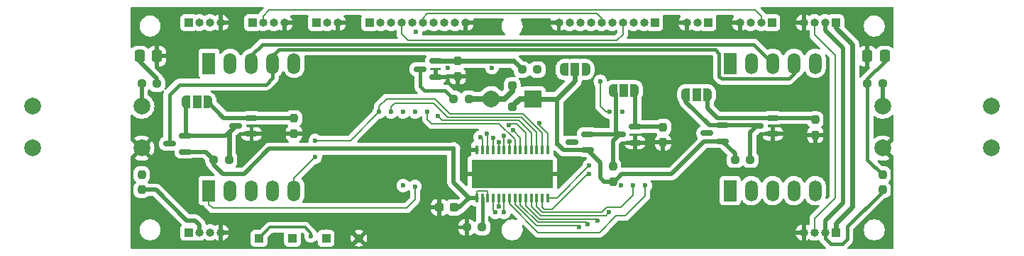
<source format=gbr>
%TF.GenerationSoftware,KiCad,Pcbnew,8.0.0*%
%TF.CreationDate,2024-11-21T20:10:56+00:00*%
%TF.ProjectId,display-board,64697370-6c61-4792-9d62-6f6172642e6b,rev?*%
%TF.SameCoordinates,Original*%
%TF.FileFunction,Copper,L4,Bot*%
%TF.FilePolarity,Positive*%
%FSLAX46Y46*%
G04 Gerber Fmt 4.6, Leading zero omitted, Abs format (unit mm)*
G04 Created by KiCad (PCBNEW 8.0.0) date 2024-11-21 20:10:56*
%MOMM*%
%LPD*%
G01*
G04 APERTURE LIST*
G04 Aperture macros list*
%AMRoundRect*
0 Rectangle with rounded corners*
0 $1 Rounding radius*
0 $2 $3 $4 $5 $6 $7 $8 $9 X,Y pos of 4 corners*
0 Add a 4 corners polygon primitive as box body*
4,1,4,$2,$3,$4,$5,$6,$7,$8,$9,$2,$3,0*
0 Add four circle primitives for the rounded corners*
1,1,$1+$1,$2,$3*
1,1,$1+$1,$4,$5*
1,1,$1+$1,$6,$7*
1,1,$1+$1,$8,$9*
0 Add four rect primitives between the rounded corners*
20,1,$1+$1,$2,$3,$4,$5,0*
20,1,$1+$1,$4,$5,$6,$7,0*
20,1,$1+$1,$6,$7,$8,$9,0*
20,1,$1+$1,$8,$9,$2,$3,0*%
%AMFreePoly0*
4,1,19,0.550000,-0.750000,0.000000,-0.750000,0.000000,-0.744911,-0.071157,-0.744911,-0.207708,-0.704816,-0.327430,-0.627875,-0.420627,-0.520320,-0.479746,-0.390866,-0.500000,-0.250000,-0.500000,0.250000,-0.479746,0.390866,-0.420627,0.520320,-0.327430,0.627875,-0.207708,0.704816,-0.071157,0.744911,0.000000,0.744911,0.000000,0.750000,0.550000,0.750000,0.550000,-0.750000,0.550000,-0.750000,
$1*%
%AMFreePoly1*
4,1,19,0.000000,0.744911,0.071157,0.744911,0.207708,0.704816,0.327430,0.627875,0.420627,0.520320,0.479746,0.390866,0.500000,0.250000,0.500000,-0.250000,0.479746,-0.390866,0.420627,-0.520320,0.327430,-0.627875,0.207708,-0.704816,0.071157,-0.744911,0.000000,-0.744911,0.000000,-0.750000,-0.550000,-0.750000,-0.550000,0.750000,0.000000,0.750000,0.000000,0.744911,0.000000,0.744911,
$1*%
G04 Aperture macros list end*
%TA.AperFunction,SMDPad,CuDef*%
%ADD10R,1.000000X1.000000*%
%TD*%
%TA.AperFunction,SMDPad,CuDef*%
%ADD11RoundRect,0.237500X0.237500X-0.250000X0.237500X0.250000X-0.237500X0.250000X-0.237500X-0.250000X0*%
%TD*%
%TA.AperFunction,SMDPad,CuDef*%
%ADD12RoundRect,0.237500X-0.250000X-0.237500X0.250000X-0.237500X0.250000X0.237500X-0.250000X0.237500X0*%
%TD*%
%TA.AperFunction,SMDPad,CuDef*%
%ADD13RoundRect,0.237500X0.250000X0.237500X-0.250000X0.237500X-0.250000X-0.237500X0.250000X-0.237500X0*%
%TD*%
%TA.AperFunction,SMDPad,CuDef*%
%ADD14RoundRect,0.250000X-0.337500X-0.475000X0.337500X-0.475000X0.337500X0.475000X-0.337500X0.475000X0*%
%TD*%
%TA.AperFunction,SMDPad,CuDef*%
%ADD15RoundRect,0.250000X0.337500X0.475000X-0.337500X0.475000X-0.337500X-0.475000X0.337500X-0.475000X0*%
%TD*%
%TA.AperFunction,SMDPad,CuDef*%
%ADD16RoundRect,0.237500X0.300000X0.237500X-0.300000X0.237500X-0.300000X-0.237500X0.300000X-0.237500X0*%
%TD*%
%TA.AperFunction,ComponentPad*%
%ADD17R,1.000000X1.000000*%
%TD*%
%TA.AperFunction,ComponentPad*%
%ADD18O,1.000000X1.000000*%
%TD*%
%TA.AperFunction,ComponentPad*%
%ADD19C,2.000000*%
%TD*%
%TA.AperFunction,ComponentPad*%
%ADD20R,1.524000X2.524000*%
%TD*%
%TA.AperFunction,ComponentPad*%
%ADD21O,1.524000X2.524000*%
%TD*%
%TA.AperFunction,ComponentPad*%
%ADD22R,2.000000X2.000000*%
%TD*%
%TA.AperFunction,SMDPad,CuDef*%
%ADD23FreePoly0,180.000000*%
%TD*%
%TA.AperFunction,SMDPad,CuDef*%
%ADD24R,1.000000X1.500000*%
%TD*%
%TA.AperFunction,SMDPad,CuDef*%
%ADD25FreePoly1,180.000000*%
%TD*%
%TA.AperFunction,SMDPad,CuDef*%
%ADD26C,1.000000*%
%TD*%
%TA.AperFunction,SMDPad,CuDef*%
%ADD27RoundRect,0.237500X-0.237500X0.250000X-0.237500X-0.250000X0.237500X-0.250000X0.237500X0.250000X0*%
%TD*%
%TA.AperFunction,SMDPad,CuDef*%
%ADD28RoundRect,0.150000X0.587500X0.150000X-0.587500X0.150000X-0.587500X-0.150000X0.587500X-0.150000X0*%
%TD*%
%TA.AperFunction,SMDPad,CuDef*%
%ADD29RoundRect,0.250000X0.250000X-0.250000X0.250000X0.250000X-0.250000X0.250000X-0.250000X-0.250000X0*%
%TD*%
%TA.AperFunction,SMDPad,CuDef*%
%ADD30R,0.400000X1.100000*%
%TD*%
%TA.AperFunction,ComponentPad*%
%ADD31C,0.600000*%
%TD*%
%TA.AperFunction,SMDPad,CuDef*%
%ADD32R,9.700000X3.400000*%
%TD*%
%TA.AperFunction,ViaPad*%
%ADD33C,0.600000*%
%TD*%
%TA.AperFunction,Conductor*%
%ADD34C,0.300000*%
%TD*%
%TA.AperFunction,Conductor*%
%ADD35C,0.200000*%
%TD*%
%TA.AperFunction,Conductor*%
%ADD36C,0.500000*%
%TD*%
%TA.AperFunction,Conductor*%
%ADD37C,0.400000*%
%TD*%
%TA.AperFunction,Conductor*%
%ADD38C,0.600000*%
%TD*%
%TA.AperFunction,Conductor*%
%ADD39C,0.700000*%
%TD*%
G04 APERTURE END LIST*
D10*
%TO.P,CTRL,1*%
%TO.N,/CTRL*%
X69795000Y-110700000D03*
%TD*%
D11*
%TO.P,R14,1*%
%TO.N,/LDO*%
X55795000Y-104912500D03*
%TO.P,R14,2*%
%TO.N,/SW1*%
X55795000Y-103087500D03*
%TD*%
D12*
%TO.P,R13,1*%
%TO.N,Net-(R13-Pad1)*%
X55782500Y-92200000D03*
%TO.P,R13,2*%
%TO.N,/SW1*%
X57607500Y-92200000D03*
%TD*%
D11*
%TO.P,R12,2*%
%TO.N,/SW2*%
X144195500Y-103087500D03*
%TO.P,R12,1*%
%TO.N,/LDO*%
X144195500Y-104912500D03*
%TD*%
D13*
%TO.P,R11,1*%
%TO.N,Net-(R11-Pad1)*%
X144207500Y-92200000D03*
%TO.P,R11,2*%
%TO.N,/SW2*%
X142382500Y-92200000D03*
%TD*%
D14*
%TO.P,C3,2*%
%TO.N,GND*%
X57632500Y-88900000D03*
%TO.P,C3,1*%
%TO.N,/SW1*%
X55557500Y-88900000D03*
%TD*%
D15*
%TO.P,C2,1*%
%TO.N,/SW2*%
X144432500Y-88900000D03*
%TO.P,C2,2*%
%TO.N,GND*%
X142357500Y-88900000D03*
%TD*%
D16*
%TO.P,C1,1*%
%TO.N,VCC*%
X93057500Y-107000000D03*
%TO.P,C1,2*%
%TO.N,GND*%
X91332500Y-107000000D03*
%TD*%
D17*
%TO.P,PWR3,1,Pin_1*%
%TO.N,/BAT+*%
X61400000Y-110000000D03*
D18*
%TO.P,PWR3,2,Pin_2*%
%TO.N,/LDO*%
X62670000Y-110000000D03*
%TO.P,PWR3,3,Pin_3*%
%TO.N,/BUZZER*%
X63940000Y-110000000D03*
%TO.P,PWR3,4,Pin_4*%
%TO.N,GND*%
X65210000Y-110000000D03*
%TD*%
D17*
%TO.P,SW_C1,1,Pin_1*%
%TO.N,/SW1*%
X76650000Y-84900000D03*
D18*
%TO.P,SW_C1,2,Pin_2*%
%TO.N,/SW2*%
X77920000Y-84900000D03*
%TO.P,SW_C1,3,Pin_3*%
%TO.N,GND*%
X79190000Y-84900000D03*
%TD*%
D17*
%TO.P,DD1,1,Pin_1*%
%TO.N,/VPRG*%
X83005000Y-84900000D03*
D18*
%TO.P,DD1,2,Pin_2*%
%TO.N,/CTRL*%
X84275000Y-84900000D03*
%TO.P,DD1,3,Pin_3*%
%TO.N,/GSCLK*%
X85545000Y-84900000D03*
%TO.P,DD1,4,Pin_4*%
%TO.N,/BLANK*%
X86815000Y-84900000D03*
%TO.P,DD1,5,Pin_5*%
%TO.N,/XLAT*%
X88085000Y-84900000D03*
%TO.P,DD1,6,Pin_6*%
%TO.N,/XERR*%
X89355000Y-84900000D03*
%TO.P,DD1,7,Pin_7*%
%TO.N,/SCLK*%
X90625000Y-84900000D03*
%TO.P,DD1,8,Pin_8*%
%TO.N,/SIN*%
X91895000Y-84900000D03*
%TO.P,DD1,9,Pin_9*%
%TO.N,/SOUT*%
X93165000Y-84900000D03*
%TO.P,DD1,10,Pin_10*%
%TO.N,GND*%
X94435000Y-84900000D03*
%TD*%
D17*
%TO.P,PWR4,1,Pin_1*%
%TO.N,/BAT+*%
X138600000Y-110000000D03*
D18*
%TO.P,PWR4,2,Pin_2*%
%TO.N,/LDO*%
X137330000Y-110000000D03*
%TO.P,PWR4,3,Pin_3*%
%TO.N,/BUZZER*%
X136060000Y-110000000D03*
%TO.P,PWR4,4,Pin_4*%
%TO.N,GND*%
X134790000Y-110000000D03*
%TD*%
D17*
%TO.P,SW_C2,1,Pin_1*%
%TO.N,/SW1*%
X123350000Y-84900000D03*
D18*
%TO.P,SW_C2,2,Pin_2*%
%TO.N,/SW2*%
X122080000Y-84900000D03*
%TO.P,SW_C2,3,Pin_3*%
%TO.N,GND*%
X120810000Y-84900000D03*
%TD*%
D17*
%TO.P,CA1,1,Pin_1*%
%TO.N,/MC_DD_1*%
X69025000Y-84900000D03*
D18*
%TO.P,CA1,2,Pin_2*%
%TO.N,/MC_DD_2*%
X70295000Y-84900000D03*
%TO.P,CA1,3,Pin_3*%
%TO.N,/MC_SD*%
X71565000Y-84900000D03*
%TO.P,CA1,4,Pin_4*%
%TO.N,GND*%
X72835000Y-84900000D03*
%TD*%
D19*
%TO.P,SW2,1,1*%
%TO.N,GND*%
X144200000Y-99900000D03*
%TO.N,N/C*%
X157200000Y-99900000D03*
%TO.P,SW2,2,2*%
%TO.N,Net-(R11-Pad1)*%
X144200000Y-94900000D03*
%TO.N,N/C*%
X157200000Y-94900000D03*
%TD*%
D17*
%TO.P,DD2,1,Pin_1*%
%TO.N,/VPRG*%
X116995000Y-84900000D03*
D18*
%TO.P,DD2,2,Pin_2*%
%TO.N,/CTRL*%
X115725000Y-84900000D03*
%TO.P,DD2,3,Pin_3*%
%TO.N,/GSCLK*%
X114455000Y-84900000D03*
%TO.P,DD2,4,Pin_4*%
%TO.N,/BLANK*%
X113185000Y-84900000D03*
%TO.P,DD2,5,Pin_5*%
%TO.N,/XLAT*%
X111915000Y-84900000D03*
%TO.P,DD2,6,Pin_6*%
%TO.N,/XERR*%
X110645000Y-84900000D03*
%TO.P,DD2,7,Pin_7*%
%TO.N,/SCLK*%
X109375000Y-84900000D03*
%TO.P,DD2,8,Pin_8*%
%TO.N,/SIN*%
X108105000Y-84900000D03*
%TO.P,DD2,9,Pin_9*%
%TO.N,/SOUT*%
X106835000Y-84900000D03*
%TO.P,DD2,10,Pin_10*%
%TO.N,GND*%
X105565000Y-84900000D03*
%TD*%
D20*
%TO.P,U2,1,c*%
%TO.N,Net-(U1-OUT2)*%
X63820000Y-105000000D03*
D21*
%TO.P,U2,2,DP*%
%TO.N,Net-(U1-OUT7)*%
X66360000Y-105000000D03*
%TO.P,U2,3,e*%
%TO.N,Net-(U1-OUT4)*%
X68900000Y-105000000D03*
%TO.P,U2,4,d*%
%TO.N,Net-(U1-OUT3)*%
X71440000Y-105000000D03*
%TO.P,U2,5,g*%
%TO.N,Net-(U1-OUT6)*%
X73980000Y-105000000D03*
%TO.P,U2,6,f*%
%TO.N,Net-(U1-OUT5)*%
X73980000Y-89760000D03*
%TO.P,U2,7,CA_D2*%
%TO.N,/7SEG_DD_2*%
X71440000Y-89760000D03*
%TO.P,U2,8,CA_D1*%
%TO.N,/7SEG_DD_1*%
X68900000Y-89760000D03*
%TO.P,U2,9,b*%
%TO.N,Net-(U1-OUT1)*%
X66360000Y-89760000D03*
D20*
%TO.P,U2,10,a*%
%TO.N,Net-(U1-OUT0)*%
X63820000Y-89760000D03*
%TD*%
D19*
%TO.P,SW1,1,1*%
%TO.N,Net-(R13-Pad1)*%
X55800000Y-94900000D03*
%TO.N,N/C*%
X42800000Y-94900000D03*
%TO.P,SW1,2,2*%
%TO.N,GND*%
X55800000Y-99900000D03*
%TO.N,N/C*%
X42800000Y-99900000D03*
%TD*%
D22*
%TO.P,BZ1,1,-*%
%TO.N,VCC*%
X102500000Y-93999999D03*
D19*
%TO.P,BZ1,2,+*%
%TO.N,Net-(BZ1-+)*%
X97500000Y-93999999D03*
%TD*%
D17*
%TO.P,PWR1,1,Pin_1*%
%TO.N,/BAT+*%
X61400000Y-84900000D03*
D18*
%TO.P,PWR1,2,Pin_2*%
%TO.N,/LDO*%
X62670000Y-84900000D03*
%TO.P,PWR1,3,Pin_3*%
%TO.N,/BUZZER*%
X63940000Y-84900000D03*
%TO.P,PWR1,4,Pin_4*%
%TO.N,GND*%
X65210000Y-84900000D03*
%TD*%
D17*
%TO.P,CA2,1,Pin_1*%
%TO.N,/MC_DD_1*%
X130975000Y-84900000D03*
D18*
%TO.P,CA2,2,Pin_2*%
%TO.N,/MC_DD_2*%
X129705000Y-84900000D03*
%TO.P,CA2,3,Pin_3*%
%TO.N,/MC_SD*%
X128435000Y-84900000D03*
%TO.P,CA2,4,Pin_4*%
%TO.N,GND*%
X127165000Y-84900000D03*
%TD*%
D20*
%TO.P,U4,1,c*%
%TO.N,Net-(U1-OUT10)*%
X126000000Y-105000000D03*
D21*
%TO.P,U4,2,DP*%
%TO.N,Net-(U1-OUT15)*%
X128540000Y-105000000D03*
%TO.P,U4,3,e*%
%TO.N,Net-(U1-OUT12)*%
X131080000Y-105000000D03*
%TO.P,U4,4,d*%
%TO.N,Net-(U1-OUT11)*%
X133620000Y-105000000D03*
%TO.P,U4,5,g*%
%TO.N,Net-(U1-OUT14)*%
X136160000Y-105000000D03*
%TO.P,U4,6,f*%
%TO.N,Net-(U1-OUT13)*%
X136160000Y-89760000D03*
%TO.P,U4,7,CA_D2*%
%TO.N,/7SEG_DD_2*%
X133620000Y-89760000D03*
%TO.P,U4,8,CA_D1*%
%TO.N,/7SEG_DD_1*%
X131080000Y-89760000D03*
%TO.P,U4,9,b*%
%TO.N,Net-(U1-OUT9)*%
X128540000Y-89760000D03*
D20*
%TO.P,U4,10,a*%
%TO.N,Net-(U1-OUT8)*%
X126000000Y-89760000D03*
%TD*%
D17*
%TO.P,PWR2,1,Pin_1*%
%TO.N,/BAT+*%
X138600000Y-84900000D03*
D18*
%TO.P,PWR2,2,Pin_2*%
%TO.N,/LDO*%
X137330000Y-84900000D03*
%TO.P,PWR2,3,Pin_3*%
%TO.N,/BUZZER*%
X136060000Y-84900000D03*
%TO.P,PWR2,4,Pin_4*%
%TO.N,GND*%
X134790000Y-84900000D03*
%TD*%
D23*
%TO.P,PWRQ2,1,A*%
%TO.N,Net-(PWRQ2-A)*%
X123300000Y-93500000D03*
D24*
%TO.P,PWRQ2,2,C*%
%TO.N,/MC_DD_1*%
X122000000Y-93500000D03*
D25*
%TO.P,PWRQ2,3,B*%
%TO.N,Net-(PWRQ2-B)*%
X120700000Y-93500000D03*
%TD*%
D26*
%TO.P,GND,1*%
%TO.N,GND*%
X81695000Y-110700000D03*
%TD*%
D27*
%TO.P,R6,1*%
%TO.N,Net-(PWRQ3-A)*%
X118000000Y-97400000D03*
%TO.P,R6,2*%
%TO.N,GND*%
X118000000Y-99225000D03*
%TD*%
%TO.P,R3,1*%
%TO.N,Net-(PWRQ2-A)*%
X136162500Y-96500000D03*
%TO.P,R3,2*%
%TO.N,GND*%
X136162500Y-98325000D03*
%TD*%
%TO.P,R9,1*%
%TO.N,Net-(Q7-G)*%
X93500000Y-89487500D03*
%TO.P,R9,2*%
%TO.N,GND*%
X93500000Y-91312500D03*
%TD*%
D23*
%TO.P,PWR_S1,1,A*%
%TO.N,/BAT+*%
X108800000Y-90500000D03*
D24*
%TO.P,PWR_S1,2,C*%
%TO.N,VCC*%
X107500000Y-90500000D03*
D25*
%TO.P,PWR_S1,3,B*%
%TO.N,/LDO*%
X106200000Y-90500000D03*
%TD*%
D27*
%TO.P,R1,1*%
%TO.N,Net-(PWRQ1-A)*%
X73962500Y-96337500D03*
%TO.P,R1,2*%
%TO.N,GND*%
X73962500Y-98162500D03*
%TD*%
D28*
%TO.P,Q6,1,G*%
%TO.N,Net-(PWRQ3-B)*%
X109000000Y-98250000D03*
%TO.P,Q6,2,S*%
%TO.N,VCC*%
X109000000Y-100150000D03*
%TO.P,Q6,3,D*%
%TO.N,/7SEG_SD*%
X107125000Y-99200000D03*
%TD*%
D23*
%TO.P,PWRQ3,1,A*%
%TO.N,Net-(PWRQ3-A)*%
X114600000Y-93000000D03*
D24*
%TO.P,PWRQ3,2,C*%
%TO.N,/MC_SD*%
X113300000Y-93000000D03*
D25*
%TO.P,PWRQ3,3,B*%
%TO.N,Net-(PWRQ3-B)*%
X112000000Y-93000000D03*
%TD*%
D28*
%TO.P,Q4,1,G*%
%TO.N,Net-(PWRQ2-B)*%
X125100000Y-97187500D03*
%TO.P,Q4,2,S*%
%TO.N,VCC*%
X125100000Y-99087500D03*
%TO.P,Q4,3,D*%
%TO.N,/7SEG_DD_1*%
X123225000Y-98137500D03*
%TD*%
D12*
%TO.P,R5,1*%
%TO.N,VCC*%
X126587500Y-101300000D03*
%TO.P,R5,2*%
%TO.N,Net-(PWRQ2-B)*%
X128412500Y-101300000D03*
%TD*%
D11*
%TO.P,R7,1*%
%TO.N,VCC*%
X112000000Y-103912500D03*
%TO.P,R7,2*%
%TO.N,Net-(PWRQ3-B)*%
X112000000Y-102087500D03*
%TD*%
D12*
%TO.P,R2,1*%
%TO.N,VCC*%
X64387500Y-101300000D03*
%TO.P,R2,2*%
%TO.N,Net-(PWRQ1-B)*%
X66212500Y-101300000D03*
%TD*%
D28*
%TO.P,Q2,1,G*%
%TO.N,Net-(PWRQ1-B)*%
X60975000Y-98450000D03*
%TO.P,Q2,2,S*%
%TO.N,VCC*%
X60975000Y-100350000D03*
%TO.P,Q2,3,D*%
%TO.N,/7SEG_DD_2*%
X59100000Y-99400000D03*
%TD*%
D29*
%TO.P,D1,1,K*%
%TO.N,VCC*%
X100000000Y-94950000D03*
%TO.P,D1,2,A*%
%TO.N,Net-(BZ1-+)*%
X100000000Y-92450000D03*
%TD*%
D10*
%TO.P,BAT+,1*%
%TO.N,/BAT+*%
X77795000Y-110700000D03*
%TD*%
D23*
%TO.P,PWRQ1,1,A*%
%TO.N,Net-(PWRQ1-A)*%
X63700000Y-94400000D03*
D24*
%TO.P,PWRQ1,2,C*%
%TO.N,/MC_DD_2*%
X62400000Y-94400000D03*
D25*
%TO.P,PWRQ1,3,B*%
%TO.N,Net-(PWRQ1-B)*%
X61100000Y-94400000D03*
%TD*%
D12*
%TO.P,R8,1*%
%TO.N,Net-(Q7-D)*%
X93000000Y-94000000D03*
%TO.P,R8,2*%
%TO.N,Net-(BZ1-+)*%
X94825000Y-94000000D03*
%TD*%
%TO.P,R10,1*%
%TO.N,Net-(Q7-G)*%
X101175000Y-90500000D03*
%TO.P,R10,2*%
%TO.N,/BUZZER*%
X103000000Y-90500000D03*
%TD*%
D28*
%TO.P,Q7,1,G*%
%TO.N,Net-(Q7-G)*%
X90875000Y-89500000D03*
%TO.P,Q7,2,S*%
%TO.N,GND*%
X90875000Y-91400000D03*
%TO.P,Q7,3,D*%
%TO.N,Net-(Q7-D)*%
X89000000Y-90450000D03*
%TD*%
%TO.P,Q3,1,G*%
%TO.N,Net-(PWRQ2-A)*%
X131100000Y-96287500D03*
%TO.P,Q3,2,S*%
%TO.N,GND*%
X131100000Y-98187500D03*
%TO.P,Q3,3,D*%
%TO.N,Net-(PWRQ2-B)*%
X129225000Y-97237500D03*
%TD*%
%TO.P,Q5,1,G*%
%TO.N,Net-(PWRQ3-A)*%
X114637500Y-97350000D03*
%TO.P,Q5,2,S*%
%TO.N,GND*%
X114637500Y-99250000D03*
%TO.P,Q5,3,D*%
%TO.N,Net-(PWRQ3-B)*%
X112762500Y-98300000D03*
%TD*%
D10*
%TO.P,LDO,1*%
%TO.N,/LDO*%
X73795000Y-110700000D03*
%TD*%
D28*
%TO.P,Q1,1,G*%
%TO.N,Net-(PWRQ1-A)*%
X68900000Y-96287500D03*
%TO.P,Q1,2,S*%
%TO.N,GND*%
X68900000Y-98187500D03*
%TO.P,Q1,3,D*%
%TO.N,Net-(PWRQ1-B)*%
X67025000Y-97237500D03*
%TD*%
D30*
%TO.P,U1,1,GND*%
%TO.N,GND*%
X95775000Y-100150000D03*
%TO.P,U1,2,BLANK*%
%TO.N,/BLANK*%
X96425000Y-100150000D03*
%TO.P,U1,3,XLAT*%
%TO.N,/XLAT*%
X97075000Y-100150000D03*
%TO.P,U1,4,SCLK*%
%TO.N,/SCLK*%
X97725000Y-100150000D03*
%TO.P,U1,5,SIN*%
%TO.N,/SIN*%
X98375000Y-100150000D03*
%TO.P,U1,6,VPRG*%
%TO.N,/VPRG*%
X99025000Y-100150000D03*
%TO.P,U1,7,OUT0*%
%TO.N,Net-(U1-OUT0)*%
X99675000Y-100150000D03*
%TO.P,U1,8,OUT1*%
%TO.N,Net-(U1-OUT1)*%
X100325000Y-100150000D03*
%TO.P,U1,9,OUT2*%
%TO.N,Net-(U1-OUT2)*%
X100975000Y-100150000D03*
%TO.P,U1,10,OUT3*%
%TO.N,Net-(U1-OUT3)*%
X101625000Y-100150000D03*
%TO.P,U1,11,OUT4*%
%TO.N,Net-(U1-OUT4)*%
X102275000Y-100150000D03*
%TO.P,U1,12,OUT5*%
%TO.N,Net-(U1-OUT5)*%
X102925000Y-100150000D03*
%TO.P,U1,13,OUT6*%
%TO.N,Net-(U1-OUT6)*%
X103575000Y-100150000D03*
%TO.P,U1,14,OUT7*%
%TO.N,Net-(U1-OUT7)*%
X104225000Y-100150000D03*
%TO.P,U1,15,OUT8*%
%TO.N,Net-(U1-OUT8)*%
X104225000Y-105850000D03*
%TO.P,U1,16,OUT9*%
%TO.N,Net-(U1-OUT9)*%
X103575000Y-105850000D03*
%TO.P,U1,17,OUT10*%
%TO.N,Net-(U1-OUT10)*%
X102925000Y-105850000D03*
%TO.P,U1,18,OUT11*%
%TO.N,Net-(U1-OUT11)*%
X102275000Y-105850000D03*
%TO.P,U1,19,OUT12*%
%TO.N,Net-(U1-OUT12)*%
X101625000Y-105850000D03*
%TO.P,U1,20,OUT13*%
%TO.N,Net-(U1-OUT13)*%
X100975000Y-105850000D03*
%TO.P,U1,21,OUT14*%
%TO.N,Net-(U1-OUT14)*%
X100325000Y-105850000D03*
%TO.P,U1,22,OUT15*%
%TO.N,Net-(U1-OUT15)*%
X99675000Y-105850000D03*
%TO.P,U1,23,XERR*%
%TO.N,/XERR*%
X99025000Y-105850000D03*
%TO.P,U1,24,SOUT*%
%TO.N,/SOUT*%
X98375000Y-105850000D03*
%TO.P,U1,25,GSCLK*%
%TO.N,/GSCLK*%
X97725000Y-105850000D03*
%TO.P,U1,26,DCPRG*%
%TO.N,VCC*%
X97075000Y-105850000D03*
%TO.P,U1,27,IREF*%
%TO.N,Net-(U1-IREF)*%
X96425000Y-105850000D03*
%TO.P,U1,28,VCC*%
%TO.N,VCC*%
X95775000Y-105850000D03*
D31*
%TO.P,U1,29,PAD*%
%TO.N,GND*%
X104450000Y-101700000D03*
X102670000Y-101700000D03*
X100890000Y-101700000D03*
X99110000Y-101700000D03*
X97330000Y-101700000D03*
X95550000Y-101700000D03*
X104450000Y-103000000D03*
X102670000Y-103000000D03*
X100890000Y-103000000D03*
D32*
X100000000Y-103000000D03*
D31*
X99110000Y-103000000D03*
X97330000Y-103000000D03*
X95550000Y-103000000D03*
X104450000Y-104300000D03*
X102670000Y-104300000D03*
X100890000Y-104300000D03*
X99110000Y-104300000D03*
X97330000Y-104300000D03*
X95550000Y-104300000D03*
%TD*%
D13*
%TO.P,R4,1*%
%TO.N,Net-(U1-IREF)*%
X96407500Y-109400000D03*
%TO.P,R4,2*%
%TO.N,GND*%
X94582500Y-109400000D03*
%TD*%
D33*
%TO.N,/SW1*%
X55795000Y-103100000D03*
%TO.N,/SW2*%
X144432500Y-88900000D03*
%TO.N,/SW1*%
X55557500Y-88900000D03*
%TO.N,/CTRL*%
X75995000Y-110450000D03*
%TO.N,/BUZZER*%
X102995000Y-90400000D03*
%TO.N,VCC*%
X105350001Y-99350001D03*
X93000000Y-100000000D03*
%TO.N,/MC_DD_2*%
X62395000Y-94400000D03*
%TO.N,/LDO*%
X73795000Y-110450000D03*
X106195000Y-90500000D03*
%TO.N,/BAT+*%
X77795000Y-110450000D03*
X108795000Y-90500000D03*
%TO.N,/MC_DD_1*%
X122000000Y-93500000D03*
%TO.N,/MC_SD*%
X113295000Y-93000000D03*
%TO.N,GND*%
X70795000Y-98200000D03*
X97095000Y-84900000D03*
X94895000Y-90800000D03*
X98395000Y-91000000D03*
X98295000Y-84900000D03*
X67695000Y-101500000D03*
X67695000Y-99700000D03*
X71595000Y-98900000D03*
X94895000Y-92000000D03*
X69295000Y-99700000D03*
X71595000Y-97500000D03*
X102795000Y-84900000D03*
X95895000Y-84900000D03*
X95995000Y-91500000D03*
X72295000Y-98200000D03*
X103770735Y-84924265D03*
X101705000Y-84900000D03*
X99595000Y-91000000D03*
X95995000Y-92800000D03*
%TO.N,/7SEG_DD_1*%
X123225000Y-98137500D03*
%TO.N,/7SEG_SD*%
X113100000Y-95600000D03*
X87000000Y-104400000D03*
X86995000Y-95600000D03*
X112995000Y-104400000D03*
X107095000Y-99200000D03*
%TO.N,/GSCLK*%
X97995000Y-107600000D03*
%TO.N,Net-(U1-OUT4)*%
X91095000Y-96100000D03*
%TO.N,/SIN*%
X98374576Y-99200000D03*
%TO.N,/XERR*%
X99020735Y-107609799D03*
%TO.N,/BLANK*%
X96184232Y-98600011D03*
%TO.N,Net-(U1-OUT10)*%
X114440000Y-104400000D03*
%TO.N,/SOUT*%
X98410136Y-106864682D03*
%TO.N,Net-(U1-OUT0)*%
X99695000Y-99100000D03*
X88440000Y-95600000D03*
%TO.N,Net-(U1-OUT11)*%
X111560000Y-107600000D03*
%TO.N,Net-(U1-OUT8)*%
X109200000Y-102000000D03*
%TO.N,Net-(U1-OUT2)*%
X88400000Y-104500000D03*
X100095803Y-97799197D03*
%TO.N,/SCLK*%
X97695000Y-98700000D03*
%TO.N,Net-(U1-OUT3)*%
X99565230Y-97200000D03*
%TO.N,Net-(U1-OUT1)*%
X89880000Y-95600000D03*
%TO.N,Net-(U1-OUT14)*%
X108000000Y-109400000D03*
%TO.N,/XLAT*%
X96984234Y-98200000D03*
X97595000Y-90287500D03*
X88486422Y-86008578D03*
%TO.N,Net-(U1-OUT7)*%
X103221765Y-96873235D03*
%TO.N,Net-(U1-OUT9)*%
X109200000Y-103000000D03*
%TO.N,Net-(U1-OUT15)*%
X115880000Y-104400000D03*
%TO.N,Net-(U1-OUT13)*%
X109000000Y-109000000D03*
X111600000Y-95600000D03*
X110500000Y-91900000D03*
%TO.N,/VPRG*%
X99045000Y-98450000D03*
X92295000Y-90300000D03*
%TO.N,Net-(U1-OUT5)*%
X85560000Y-95600000D03*
%TO.N,Net-(U1-OUT6)*%
X84120000Y-95600000D03*
X76500000Y-99000000D03*
X76500000Y-101000000D03*
%TO.N,Net-(U1-OUT12)*%
X110200000Y-108600000D03*
%TD*%
D34*
%TO.N,/CTRL*%
X75995000Y-110450000D02*
X75995000Y-110100000D01*
X75995000Y-110100000D02*
X75295000Y-109400000D01*
X75295000Y-109400000D02*
X71095000Y-109400000D01*
X71095000Y-109400000D02*
X69795000Y-110700000D01*
D35*
%TO.N,/SW1*%
X55795000Y-103087500D02*
X55795000Y-103100000D01*
D36*
X57795000Y-92387500D02*
X57607500Y-92200000D01*
D37*
%TO.N,Net-(U1-IREF)*%
X96425000Y-105850000D02*
X96425000Y-109382500D01*
D35*
X96425000Y-109382500D02*
X96407500Y-109400000D01*
D37*
%TO.N,/LDO*%
X144195500Y-104912500D02*
X144195500Y-105099500D01*
X144195500Y-105099500D02*
X139995000Y-109300000D01*
X139995000Y-110800000D02*
X139395000Y-111400000D01*
X139995000Y-109300000D02*
X139995000Y-110800000D01*
X138022894Y-111400000D02*
X137330000Y-110707106D01*
X139395000Y-111400000D02*
X138022894Y-111400000D01*
X137330000Y-110707106D02*
X137330000Y-110000000D01*
%TO.N,/SW2*%
X142382500Y-92200000D02*
X142382500Y-101274500D01*
X142382500Y-101274500D02*
X144195500Y-103087500D01*
X144432500Y-88900000D02*
X144432500Y-89562500D01*
X144432500Y-89562500D02*
X142382500Y-91612500D01*
X142382500Y-91612500D02*
X142382500Y-92200000D01*
D36*
%TO.N,Net-(R11-Pad1)*%
X144200000Y-94900000D02*
X144200000Y-92207500D01*
D34*
X144200000Y-92207500D02*
X144207500Y-92200000D01*
D36*
%TO.N,/BUZZER*%
X103000000Y-90405000D02*
X102995000Y-90400000D01*
X103000000Y-90500000D02*
X103000000Y-90405000D01*
D35*
%TO.N,VCC*%
X95875000Y-105000000D02*
X95775000Y-105100000D01*
X96975000Y-105000000D02*
X95875000Y-105000000D01*
X95775000Y-105100000D02*
X95775000Y-105850000D01*
X97075000Y-105100000D02*
X96975000Y-105000000D01*
X97075000Y-105850000D02*
X97075000Y-105100000D01*
D36*
%TO.N,/LDO*%
X55795000Y-104912500D02*
X57507500Y-104912500D01*
X57507500Y-104912500D02*
X61195000Y-108600000D01*
X62195000Y-108600000D02*
X62670000Y-109075000D01*
X61195000Y-108600000D02*
X62195000Y-108600000D01*
X62670000Y-109075000D02*
X62670000Y-110000000D01*
%TO.N,Net-(R13-Pad1)*%
X55782500Y-92200000D02*
X55782500Y-94882500D01*
X55782500Y-94882500D02*
X55800000Y-94900000D01*
%TO.N,/SW1*%
X57607500Y-92200000D02*
X57607500Y-91612500D01*
X57607500Y-91612500D02*
X55557500Y-89562500D01*
X55557500Y-89562500D02*
X55557500Y-88900000D01*
%TO.N,VCC*%
X93057500Y-107000000D02*
X93700000Y-107000000D01*
X93700000Y-107000000D02*
X94850000Y-105850000D01*
D35*
%TO.N,Net-(U1-IREF)*%
X96407500Y-105867500D02*
X96425000Y-105850000D01*
D36*
%TO.N,VCC*%
X126587500Y-100575000D02*
X125100000Y-99087500D01*
X119000000Y-103000000D02*
X122912500Y-99087500D01*
X95775000Y-105850000D02*
X94850000Y-105850000D01*
X106150000Y-100150000D02*
X105350001Y-99350001D01*
X110954432Y-103912500D02*
X112000000Y-103912500D01*
D38*
X102500000Y-93999999D02*
X105350001Y-93999999D01*
D39*
X101295000Y-94000000D02*
X102500000Y-94000000D01*
D36*
X112000000Y-103912500D02*
X112087500Y-104000000D01*
X126587500Y-101300000D02*
X126587500Y-100575000D01*
X110500000Y-103458068D02*
X110954432Y-103912500D01*
X110500000Y-101650000D02*
X110500000Y-103458068D01*
X113087500Y-103000000D02*
X119000000Y-103000000D01*
X65500000Y-103000000D02*
X64387500Y-101887500D01*
X112087500Y-104000000D02*
X113087500Y-103000000D01*
X64387500Y-101887500D02*
X64387500Y-101300000D01*
D39*
X100950001Y-93999999D02*
X102241569Y-93999999D01*
D36*
X122912500Y-99087500D02*
X125100000Y-99087500D01*
X71000000Y-100000000D02*
X68000000Y-103000000D01*
X93000000Y-104000000D02*
X93000000Y-100000000D01*
X109000000Y-100150000D02*
X106150000Y-100150000D01*
X68000000Y-103000000D02*
X65500000Y-103000000D01*
D38*
X105350001Y-93999999D02*
X107500000Y-91850000D01*
D39*
X100300000Y-94650000D02*
X100950001Y-93999999D01*
D36*
X60975000Y-100350000D02*
X63437500Y-100350000D01*
X105350001Y-99350001D02*
X105350001Y-93999999D01*
X94850000Y-105850000D02*
X93000000Y-104000000D01*
X63437500Y-100350000D02*
X64387500Y-101300000D01*
D38*
X107500000Y-91850000D02*
X107500000Y-90500000D01*
D36*
X109000000Y-100150000D02*
X110500000Y-101650000D01*
X93000000Y-100000000D02*
X71000000Y-100000000D01*
D39*
%TO.N,Net-(BZ1-+)*%
X99100000Y-94000000D02*
X100000000Y-93100000D01*
X97500000Y-94000000D02*
X99100000Y-94000000D01*
X100000000Y-93100000D02*
X100000000Y-92450000D01*
X94825000Y-94000000D02*
X97500000Y-94000000D01*
D36*
X97500000Y-94000000D02*
X99000000Y-94000000D01*
D39*
X98750000Y-94000000D02*
X97241569Y-93999999D01*
D36*
%TO.N,Net-(PWRQ1-A)*%
X73825000Y-96337500D02*
X68950000Y-96337500D01*
X68950000Y-96337500D02*
X68900000Y-96287500D01*
X68900000Y-96287500D02*
X65587500Y-96287500D01*
X65587500Y-96287500D02*
X63700000Y-94400000D01*
%TO.N,Net-(PWRQ1-B)*%
X66975000Y-97187500D02*
X67025000Y-97237500D01*
X61100000Y-94400000D02*
X61100000Y-98325000D01*
D38*
X66531250Y-97731250D02*
X67025000Y-97237500D01*
X66212500Y-101300000D02*
X66212500Y-98050000D01*
D36*
X60975000Y-98450000D02*
X65812500Y-98450000D01*
X61100000Y-98325000D02*
X60975000Y-98450000D01*
X65812500Y-98450000D02*
X66531250Y-97731250D01*
D38*
X66212500Y-98050000D02*
X66531250Y-97731250D01*
D35*
%TO.N,/MC_DD_2*%
X70295000Y-84100000D02*
X70295000Y-84900000D01*
X129705000Y-84900000D02*
X129705000Y-84110000D01*
X70995000Y-83400000D02*
X70295000Y-84100000D01*
X129705000Y-84110000D02*
X128995000Y-83400000D01*
X128995000Y-83400000D02*
X70995000Y-83400000D01*
D36*
%TO.N,/LDO*%
X139450000Y-87950000D02*
X137330000Y-85830000D01*
X137330000Y-108570000D02*
X139450000Y-106450000D01*
X137330000Y-85830000D02*
X137330000Y-84900000D01*
X139450000Y-106450000D02*
X139450000Y-87950000D01*
X137330000Y-110000000D02*
X137330000Y-108570000D01*
D38*
%TO.N,/BAT+*%
X140600000Y-106900000D02*
X140600000Y-87500000D01*
X138600000Y-110000000D02*
X138600000Y-108900000D01*
X140600000Y-87500000D02*
X138600000Y-85500000D01*
X138600000Y-108900000D02*
X140600000Y-106900000D01*
X138600000Y-85500000D02*
X138600000Y-84900000D01*
D36*
%TO.N,Net-(PWRQ2-A)*%
X124487500Y-96287500D02*
X123300000Y-95100000D01*
X135950000Y-96287500D02*
X136162500Y-96500000D01*
X131100000Y-96287500D02*
X124487500Y-96287500D01*
X123300000Y-95100000D02*
X123300000Y-93500000D01*
X131100000Y-96287500D02*
X135950000Y-96287500D01*
%TO.N,Net-(PWRQ2-B)*%
X128412500Y-101300000D02*
X128412500Y-98050000D01*
X120700000Y-94350000D02*
X120700000Y-93500000D01*
X129175000Y-97187500D02*
X129225000Y-97237500D01*
X128412500Y-98050000D02*
X129225000Y-97237500D01*
X125100000Y-97187500D02*
X129175000Y-97187500D01*
X125100000Y-97187500D02*
X123537500Y-97187500D01*
X123537500Y-97187500D02*
X120700000Y-94350000D01*
%TO.N,Net-(PWRQ3-B)*%
X112350000Y-97887500D02*
X112350000Y-93350000D01*
X109000000Y-98250000D02*
X112712500Y-98250000D01*
X112000000Y-102087500D02*
X112000000Y-99062500D01*
X112712500Y-98250000D02*
X112762500Y-98300000D01*
X112762500Y-98300000D02*
X112762500Y-98337500D01*
X112531250Y-98068750D02*
X112350000Y-98250000D01*
X112000000Y-99062500D02*
X112762500Y-98300000D01*
X112531250Y-98068750D02*
X112350000Y-97887500D01*
X112762500Y-98300000D02*
X112531250Y-98068750D01*
X112350000Y-93350000D02*
X112000000Y-93000000D01*
%TO.N,Net-(PWRQ3-A)*%
X114637500Y-97350000D02*
X114637500Y-93037500D01*
X114637500Y-97350000D02*
X117950000Y-97350000D01*
X117950000Y-97350000D02*
X118000000Y-97400000D01*
X114687500Y-97400000D02*
X114637500Y-97350000D01*
X114637500Y-93037500D02*
X114600000Y-93000000D01*
%TO.N,GND*%
X68925000Y-98162500D02*
X68900000Y-98187500D01*
X95775000Y-100150000D02*
X94850000Y-100150000D01*
X114662500Y-99225000D02*
X114637500Y-99250000D01*
X94850000Y-100150000D02*
X94200000Y-100800000D01*
D37*
%TO.N,/7SEG_DD_2*%
X124695000Y-88600000D02*
X124695000Y-91300000D01*
X133000000Y-91600000D02*
X133620000Y-90980000D01*
X60300000Y-92300000D02*
X59100000Y-93500000D01*
X71440000Y-89760000D02*
X71440000Y-88855000D01*
X133620000Y-90980000D02*
X133620000Y-89760000D01*
X124195000Y-88100000D02*
X124695000Y-88600000D01*
X71440000Y-91460000D02*
X70600000Y-92300000D01*
X74463316Y-88100000D02*
X124195000Y-88100000D01*
X71440000Y-88855000D02*
X72197000Y-88098000D01*
X71440000Y-89760000D02*
X71440000Y-91460000D01*
X70600000Y-92300000D02*
X60300000Y-92300000D01*
X124695000Y-91300000D02*
X124995000Y-91600000D01*
X59100000Y-93500000D02*
X59100000Y-99400000D01*
X74461316Y-88098000D02*
X74463316Y-88100000D01*
X72197000Y-88098000D02*
X74461316Y-88098000D01*
X124995000Y-91600000D02*
X133000000Y-91600000D01*
%TO.N,/7SEG_DD_1*%
X74711844Y-87500000D02*
X128820000Y-87500000D01*
X68900000Y-89760000D02*
X68900000Y-88800000D01*
X70202000Y-87498000D02*
X74709844Y-87498000D01*
X68900000Y-88800000D02*
X70202000Y-87498000D01*
X128820000Y-87500000D02*
X131080000Y-89760000D01*
X74709844Y-87498000D02*
X74711844Y-87500000D01*
D38*
%TO.N,Net-(Q7-G)*%
X93487500Y-89500000D02*
X93500000Y-89487500D01*
X90875000Y-89500000D02*
X93487500Y-89500000D01*
X93500000Y-89487500D02*
X100162500Y-89487500D01*
X100162500Y-89487500D02*
X101175000Y-90500000D01*
D37*
%TO.N,Net-(Q7-D)*%
X93000000Y-94000000D02*
X92000000Y-93000000D01*
X89500000Y-93000000D02*
X89000000Y-92500000D01*
X89000000Y-92500000D02*
X89000000Y-90450000D01*
X92000000Y-93000000D02*
X89500000Y-93000000D01*
D35*
%TO.N,/GSCLK*%
X97725000Y-107330000D02*
X97725000Y-105850000D01*
X97995000Y-107600000D02*
X97725000Y-107330000D01*
%TO.N,Net-(U1-OUT4)*%
X100800000Y-96600000D02*
X102275000Y-98075000D01*
X102275000Y-98075000D02*
X102275000Y-100150000D01*
X91095000Y-96100000D02*
X91595000Y-96600000D01*
X91595000Y-96600000D02*
X100800000Y-96600000D01*
%TO.N,/SIN*%
X98375000Y-100150000D02*
X98375000Y-99200424D01*
X98375000Y-99200424D02*
X98374576Y-99200000D01*
%TO.N,/XERR*%
X110645000Y-84350000D02*
X110645000Y-84900000D01*
X99025000Y-107605534D02*
X99025000Y-105850000D01*
X89355000Y-84340000D02*
X89895000Y-83800000D01*
X89355000Y-84900000D02*
X89355000Y-84340000D01*
X99020735Y-107609799D02*
X99025000Y-107605534D01*
X89895000Y-83800000D02*
X110095000Y-83800000D01*
X110095000Y-83800000D02*
X110645000Y-84350000D01*
%TO.N,/BLANK*%
X112495000Y-87000000D02*
X87595000Y-87000000D01*
X87595000Y-87000000D02*
X86815000Y-86220000D01*
X113185000Y-86310000D02*
X112495000Y-87000000D01*
X96425000Y-100150000D02*
X96425000Y-98840779D01*
X86815000Y-86220000D02*
X86815000Y-84900000D01*
X96425000Y-98840779D02*
X96184232Y-98600011D01*
X113185000Y-84900000D02*
X113185000Y-86310000D01*
%TO.N,Net-(U1-OUT10)*%
X102925000Y-106925000D02*
X103600000Y-107600000D01*
X103600000Y-107600000D02*
X110651471Y-107600000D01*
X102925000Y-105850000D02*
X102925000Y-106925000D01*
X111251471Y-107000000D02*
X113000000Y-107000000D01*
X114440000Y-105560000D02*
X114440000Y-104400000D01*
X113000000Y-107000000D02*
X114440000Y-105560000D01*
X110651471Y-107600000D02*
X111251471Y-107000000D01*
%TO.N,/SOUT*%
X98375000Y-106829546D02*
X98410136Y-106864682D01*
X98375000Y-105850000D02*
X98375000Y-106829546D01*
%TO.N,Net-(U1-OUT0)*%
X99675000Y-100150000D02*
X99675000Y-99120000D01*
X99675000Y-99120000D02*
X99695000Y-99100000D01*
%TO.N,Net-(U1-OUT11)*%
X103365687Y-108000000D02*
X102275000Y-106909313D01*
X111560000Y-107600000D02*
X111160000Y-108000000D01*
X111160000Y-108000000D02*
X103365687Y-108000000D01*
X102275000Y-106909313D02*
X102275000Y-105850000D01*
%TO.N,Net-(U1-OUT8)*%
X105350000Y-105850000D02*
X109200000Y-102000000D01*
X104225000Y-105850000D02*
X105350000Y-105850000D01*
%TO.N,Net-(U1-OUT2)*%
X100095803Y-97799197D02*
X100975000Y-98678394D01*
X100975000Y-98678394D02*
X100975000Y-100150000D01*
X63820000Y-105000000D02*
X63820000Y-106625000D01*
X87395000Y-107100000D02*
X88400000Y-106095000D01*
X63820000Y-106625000D02*
X64295000Y-107100000D01*
X64295000Y-107100000D02*
X87395000Y-107100000D01*
X88400000Y-104400000D02*
X88400000Y-104500000D01*
X88400000Y-106095000D02*
X88400000Y-104500000D01*
%TO.N,/SCLK*%
X97695000Y-100120000D02*
X97725000Y-100150000D01*
X97695000Y-98700000D02*
X97695000Y-100120000D01*
%TO.N,Net-(U1-OUT3)*%
X99565230Y-97200000D02*
X99765230Y-97000000D01*
X101625000Y-98125000D02*
X101625000Y-100150000D01*
X99765230Y-97000000D02*
X100500000Y-97000000D01*
X100500000Y-97000000D02*
X101625000Y-98125000D01*
%TO.N,Net-(U1-OUT1)*%
X98443529Y-97000000D02*
X90400000Y-97000000D01*
X90400000Y-97000000D02*
X89880000Y-96480000D01*
X100325000Y-100150000D02*
X100325000Y-98881471D01*
X89880000Y-96480000D02*
X89880000Y-95600000D01*
X100325000Y-98881471D02*
X98443529Y-97000000D01*
%TO.N,Net-(U1-OUT14)*%
X100325000Y-106656371D02*
X100325000Y-105850000D01*
X107800000Y-109200000D02*
X102868629Y-109200000D01*
X108000000Y-109400000D02*
X107800000Y-109200000D01*
X102868629Y-109200000D02*
X100325000Y-106656371D01*
%TO.N,/XLAT*%
X97075000Y-98290766D02*
X97075000Y-100150000D01*
X96984234Y-98200000D02*
X97075000Y-98290766D01*
%TO.N,Net-(U1-OUT7)*%
X104225000Y-98159314D02*
X104225000Y-100150000D01*
X103221765Y-97156079D02*
X104225000Y-98159314D01*
X103221765Y-96873235D02*
X103221765Y-97156079D01*
%TO.N,Net-(U1-OUT9)*%
X109000000Y-103000000D02*
X104800000Y-107200000D01*
X104800000Y-107200000D02*
X103800001Y-107200000D01*
X103575000Y-106974999D02*
X103575000Y-105850000D01*
X103800001Y-107200000D02*
X103575000Y-106974999D01*
X109200000Y-103000000D02*
X109000000Y-103000000D01*
X109200000Y-103000000D02*
X109291932Y-103091932D01*
%TO.N,Net-(U1-OUT15)*%
X99675000Y-105850000D02*
X99675000Y-106572056D01*
X110400000Y-110000000D02*
X112400000Y-108000000D01*
X103102944Y-110000000D02*
X110400000Y-110000000D01*
X113500000Y-108000000D02*
X115880000Y-105620000D01*
X112400000Y-108000000D02*
X113500000Y-108000000D01*
X99675000Y-106572056D02*
X103102944Y-110000000D01*
X115880000Y-105620000D02*
X115880000Y-104400000D01*
%TO.N,Net-(U1-OUT13)*%
X103034315Y-108800000D02*
X108800000Y-108800000D01*
X110500000Y-91900000D02*
X110500000Y-94900000D01*
X100975000Y-105850000D02*
X100975000Y-106740685D01*
X111200000Y-95600000D02*
X111600000Y-95600000D01*
X110500000Y-94900000D02*
X111200000Y-95600000D01*
X100975000Y-106740685D02*
X103034315Y-108800000D01*
X108800000Y-108800000D02*
X109000000Y-109000000D01*
%TO.N,/VPRG*%
X99025000Y-98470000D02*
X99025000Y-100150000D01*
X99045000Y-98450000D02*
X99025000Y-98470000D01*
%TO.N,Net-(U1-OUT5)*%
X90600000Y-94500000D02*
X86000000Y-94500000D01*
X85560000Y-94940000D02*
X85560000Y-95600000D01*
X102925000Y-100150000D02*
X102925000Y-97990686D01*
X102925000Y-97990686D02*
X101134314Y-96200000D01*
X92300000Y-96200000D02*
X90600000Y-94500000D01*
X101134314Y-96200000D02*
X92300000Y-96200000D01*
X86000000Y-94500000D02*
X85560000Y-94940000D01*
%TO.N,Net-(U1-OUT6)*%
X73980000Y-103520000D02*
X73980000Y-105000000D01*
X103575000Y-98075000D02*
X101300000Y-95800000D01*
X85000000Y-94000000D02*
X84120000Y-94880000D01*
X80720000Y-99000000D02*
X76500000Y-99000000D01*
X76500000Y-101000000D02*
X73980000Y-103520000D01*
X92600000Y-95800000D02*
X90800000Y-94000000D01*
X103575000Y-100150000D02*
X103575000Y-98075000D01*
X90800000Y-94000000D02*
X85000000Y-94000000D01*
X84120000Y-94880000D02*
X84120000Y-95600000D01*
X101300000Y-95800000D02*
X92600000Y-95800000D01*
X84120000Y-95600000D02*
X80720000Y-99000000D01*
%TO.N,Net-(U1-OUT12)*%
X103200001Y-108400000D02*
X101625000Y-106824999D01*
X110200000Y-108600000D02*
X110000000Y-108400000D01*
X101625000Y-106824999D02*
X101625000Y-105850000D01*
X110000000Y-108400000D02*
X103200001Y-108400000D01*
%TO.N,/BUZZER*%
X136060000Y-110000000D02*
X136060000Y-108340000D01*
X136060000Y-86360000D02*
X136060000Y-84900000D01*
X136060000Y-108340000D02*
X138500000Y-105900000D01*
X138500000Y-105900000D02*
X138500000Y-88800000D01*
X138500000Y-88800000D02*
X136060000Y-86360000D01*
%TD*%
%TA.AperFunction,Conductor*%
%TO.N,GND*%
G36*
X137513284Y-88675392D02*
G01*
X137552695Y-88701930D01*
X137863181Y-89012416D01*
X137896666Y-89073739D01*
X137899500Y-89100097D01*
X137899500Y-105599902D01*
X137879815Y-105666941D01*
X137863181Y-105687583D01*
X137581573Y-105969191D01*
X137520250Y-106002676D01*
X137450558Y-105997692D01*
X137394625Y-105955820D01*
X137370208Y-105890356D01*
X137375960Y-105843193D01*
X137391413Y-105795636D01*
X137422500Y-105599361D01*
X137422500Y-104400639D01*
X137391413Y-104204364D01*
X137345277Y-104062371D01*
X137330006Y-104015370D01*
X137330005Y-104015367D01*
X137257585Y-103873236D01*
X137239787Y-103838306D01*
X137122981Y-103677536D01*
X136982464Y-103537019D01*
X136821694Y-103420213D01*
X136793576Y-103405886D01*
X136644632Y-103329994D01*
X136644629Y-103329993D01*
X136455637Y-103268587D01*
X136348227Y-103251575D01*
X136259361Y-103237500D01*
X136060639Y-103237500D01*
X135995214Y-103247862D01*
X135864362Y-103268587D01*
X135675370Y-103329993D01*
X135675367Y-103329994D01*
X135498305Y-103420213D01*
X135337533Y-103537021D01*
X135197021Y-103677533D01*
X135080213Y-103838305D01*
X135000485Y-103994780D01*
X134952510Y-104045576D01*
X134884689Y-104062371D01*
X134818554Y-104039833D01*
X134779515Y-103994780D01*
X134742448Y-103922033D01*
X134699787Y-103838306D01*
X134582981Y-103677536D01*
X134442464Y-103537019D01*
X134281694Y-103420213D01*
X134253576Y-103405886D01*
X134104632Y-103329994D01*
X134104629Y-103329993D01*
X133915637Y-103268587D01*
X133808227Y-103251575D01*
X133719361Y-103237500D01*
X133520639Y-103237500D01*
X133455214Y-103247862D01*
X133324362Y-103268587D01*
X133135370Y-103329993D01*
X133135367Y-103329994D01*
X132958305Y-103420213D01*
X132797533Y-103537021D01*
X132657021Y-103677533D01*
X132540213Y-103838305D01*
X132460485Y-103994780D01*
X132412510Y-104045576D01*
X132344689Y-104062371D01*
X132278554Y-104039833D01*
X132239515Y-103994780D01*
X132202448Y-103922033D01*
X132159787Y-103838306D01*
X132042981Y-103677536D01*
X131902464Y-103537019D01*
X131741694Y-103420213D01*
X131713576Y-103405886D01*
X131564632Y-103329994D01*
X131564629Y-103329993D01*
X131375637Y-103268587D01*
X131268227Y-103251575D01*
X131179361Y-103237500D01*
X130980639Y-103237500D01*
X130915214Y-103247862D01*
X130784362Y-103268587D01*
X130595370Y-103329993D01*
X130595367Y-103329994D01*
X130418305Y-103420213D01*
X130257533Y-103537021D01*
X130117021Y-103677533D01*
X130000213Y-103838305D01*
X129920485Y-103994780D01*
X129872510Y-104045576D01*
X129804689Y-104062371D01*
X129738554Y-104039833D01*
X129699515Y-103994780D01*
X129662448Y-103922033D01*
X129619787Y-103838306D01*
X129502981Y-103677536D01*
X129362464Y-103537019D01*
X129201694Y-103420213D01*
X129173576Y-103405886D01*
X129024632Y-103329994D01*
X129024629Y-103329993D01*
X128835637Y-103268587D01*
X128728227Y-103251575D01*
X128639361Y-103237500D01*
X128440639Y-103237500D01*
X128375214Y-103247862D01*
X128244362Y-103268587D01*
X128055370Y-103329993D01*
X128055367Y-103329994D01*
X127878305Y-103420213D01*
X127717533Y-103537021D01*
X127577021Y-103677533D01*
X127577021Y-103677534D01*
X127577019Y-103677536D01*
X127550069Y-103714630D01*
X127486817Y-103801688D01*
X127431487Y-103844353D01*
X127361873Y-103850332D01*
X127300078Y-103817726D01*
X127265721Y-103756887D01*
X127262499Y-103728802D01*
X127262499Y-103690129D01*
X127262498Y-103690123D01*
X127262497Y-103690116D01*
X127256091Y-103630517D01*
X127250173Y-103614651D01*
X127205797Y-103495671D01*
X127205793Y-103495664D01*
X127119547Y-103380455D01*
X127119544Y-103380452D01*
X127004335Y-103294206D01*
X127004328Y-103294202D01*
X126869482Y-103243908D01*
X126869483Y-103243908D01*
X126809883Y-103237501D01*
X126809881Y-103237500D01*
X126809873Y-103237500D01*
X126809864Y-103237500D01*
X125190129Y-103237500D01*
X125190123Y-103237501D01*
X125130516Y-103243908D01*
X124995671Y-103294202D01*
X124995664Y-103294206D01*
X124880455Y-103380452D01*
X124880452Y-103380455D01*
X124794206Y-103495664D01*
X124794202Y-103495671D01*
X124743908Y-103630517D01*
X124737607Y-103689132D01*
X124737501Y-103690123D01*
X124737500Y-103690135D01*
X124737500Y-106309870D01*
X124737501Y-106309876D01*
X124743908Y-106369483D01*
X124794202Y-106504328D01*
X124794206Y-106504335D01*
X124880452Y-106619544D01*
X124880455Y-106619547D01*
X124995664Y-106705793D01*
X124995671Y-106705797D01*
X125130517Y-106756091D01*
X125130516Y-106756091D01*
X125137444Y-106756835D01*
X125190127Y-106762500D01*
X126809872Y-106762499D01*
X126869483Y-106756091D01*
X127004331Y-106705796D01*
X127119546Y-106619546D01*
X127205796Y-106504331D01*
X127256091Y-106369483D01*
X127262500Y-106309873D01*
X127262499Y-106271197D01*
X127282182Y-106204161D01*
X127334985Y-106158405D01*
X127404143Y-106148460D01*
X127467699Y-106177483D01*
X127486817Y-106198312D01*
X127511476Y-106232252D01*
X127577019Y-106322464D01*
X127717536Y-106462981D01*
X127878306Y-106579787D01*
X127944130Y-106613326D01*
X128055367Y-106670005D01*
X128055370Y-106670006D01*
X128149866Y-106700709D01*
X128244364Y-106731413D01*
X128440639Y-106762500D01*
X128440640Y-106762500D01*
X128639360Y-106762500D01*
X128639361Y-106762500D01*
X128835636Y-106731413D01*
X129024632Y-106670005D01*
X129201694Y-106579787D01*
X129362464Y-106462981D01*
X129502981Y-106322464D01*
X129619787Y-106161694D01*
X129699515Y-106005218D01*
X129747490Y-105954423D01*
X129815311Y-105937628D01*
X129881446Y-105960165D01*
X129920484Y-106005218D01*
X130000213Y-106161694D01*
X130117019Y-106322464D01*
X130257536Y-106462981D01*
X130418306Y-106579787D01*
X130484130Y-106613326D01*
X130595367Y-106670005D01*
X130595370Y-106670006D01*
X130689866Y-106700709D01*
X130784364Y-106731413D01*
X130980639Y-106762500D01*
X130980640Y-106762500D01*
X131179360Y-106762500D01*
X131179361Y-106762500D01*
X131375636Y-106731413D01*
X131564632Y-106670005D01*
X131741694Y-106579787D01*
X131902464Y-106462981D01*
X132042981Y-106322464D01*
X132159787Y-106161694D01*
X132239515Y-106005218D01*
X132287490Y-105954423D01*
X132355311Y-105937628D01*
X132421446Y-105960165D01*
X132460484Y-106005218D01*
X132540213Y-106161694D01*
X132657019Y-106322464D01*
X132797536Y-106462981D01*
X132958306Y-106579787D01*
X133024130Y-106613326D01*
X133135367Y-106670005D01*
X133135370Y-106670006D01*
X133229866Y-106700709D01*
X133324364Y-106731413D01*
X133520639Y-106762500D01*
X133520640Y-106762500D01*
X133719360Y-106762500D01*
X133719361Y-106762500D01*
X133915636Y-106731413D01*
X134104632Y-106670005D01*
X134281694Y-106579787D01*
X134442464Y-106462981D01*
X134582981Y-106322464D01*
X134699787Y-106161694D01*
X134779515Y-106005218D01*
X134827490Y-105954423D01*
X134895311Y-105937628D01*
X134961446Y-105960165D01*
X135000484Y-106005218D01*
X135080213Y-106161694D01*
X135197019Y-106322464D01*
X135337536Y-106462981D01*
X135498306Y-106579787D01*
X135564130Y-106613326D01*
X135675367Y-106670005D01*
X135675370Y-106670006D01*
X135769866Y-106700709D01*
X135864364Y-106731413D01*
X136060639Y-106762500D01*
X136060640Y-106762500D01*
X136259360Y-106762500D01*
X136259361Y-106762500D01*
X136455636Y-106731413D01*
X136503189Y-106715961D01*
X136573030Y-106713965D01*
X136632864Y-106750045D01*
X136663693Y-106812746D01*
X136655729Y-106882160D01*
X136629190Y-106921573D01*
X135691286Y-107859478D01*
X135579481Y-107971282D01*
X135579477Y-107971287D01*
X135537308Y-108044328D01*
X135500424Y-108108211D01*
X135500423Y-108108212D01*
X135475868Y-108199851D01*
X135459499Y-108260943D01*
X135459499Y-108260945D01*
X135459499Y-108429046D01*
X135459500Y-108429059D01*
X135459500Y-109017085D01*
X135439815Y-109084124D01*
X135387011Y-109129879D01*
X135317853Y-109139823D01*
X135277047Y-109126443D01*
X135174541Y-109071652D01*
X135040000Y-109030839D01*
X135040000Y-109790382D01*
X134989554Y-109739936D01*
X134915445Y-109697149D01*
X134832787Y-109675000D01*
X134747213Y-109675000D01*
X134664555Y-109697149D01*
X134590446Y-109739936D01*
X134529936Y-109800446D01*
X134487149Y-109874555D01*
X134465000Y-109957213D01*
X134465000Y-110042787D01*
X134487149Y-110125445D01*
X134529936Y-110199554D01*
X134590446Y-110260064D01*
X134664555Y-110302851D01*
X134747213Y-110325000D01*
X134832787Y-110325000D01*
X134915445Y-110302851D01*
X134989554Y-110260064D01*
X135040000Y-110209618D01*
X135040000Y-110969159D01*
X135174534Y-110928349D01*
X135348259Y-110835492D01*
X135353320Y-110832111D01*
X135354444Y-110833793D01*
X135410203Y-110810086D01*
X135479075Y-110821851D01*
X135496186Y-110832843D01*
X135496399Y-110832526D01*
X135501457Y-110835906D01*
X135501462Y-110835910D01*
X135613942Y-110896032D01*
X135673147Y-110927678D01*
X135675273Y-110928814D01*
X135863868Y-110986024D01*
X136060000Y-111005341D01*
X136256132Y-110986024D01*
X136444727Y-110928814D01*
X136503282Y-110897515D01*
X136571683Y-110883273D01*
X136636927Y-110908272D01*
X136676296Y-110959420D01*
X136709223Y-111038915D01*
X136785887Y-111153651D01*
X137420055Y-111787819D01*
X137453540Y-111849142D01*
X137448556Y-111918834D01*
X137406684Y-111974767D01*
X137341220Y-111999184D01*
X137332374Y-111999500D01*
X54624500Y-111999500D01*
X54557461Y-111979815D01*
X54511706Y-111927011D01*
X54500500Y-111875500D01*
X54500500Y-111247870D01*
X68794500Y-111247870D01*
X68794501Y-111247876D01*
X68800908Y-111307483D01*
X68851202Y-111442328D01*
X68851206Y-111442335D01*
X68937452Y-111557544D01*
X68937455Y-111557547D01*
X69052664Y-111643793D01*
X69052671Y-111643797D01*
X69187517Y-111694091D01*
X69187516Y-111694091D01*
X69194444Y-111694835D01*
X69247127Y-111700500D01*
X70342872Y-111700499D01*
X70402483Y-111694091D01*
X70537331Y-111643796D01*
X70652546Y-111557546D01*
X70738796Y-111442331D01*
X70789091Y-111307483D01*
X70795500Y-111247873D01*
X70795499Y-110670806D01*
X70815183Y-110603768D01*
X70831813Y-110583131D01*
X71328127Y-110086819D01*
X71389450Y-110053334D01*
X71415808Y-110050500D01*
X72670500Y-110050500D01*
X72737539Y-110070185D01*
X72783294Y-110122989D01*
X72794500Y-110174500D01*
X72794500Y-111247870D01*
X72794501Y-111247876D01*
X72800908Y-111307483D01*
X72851202Y-111442328D01*
X72851206Y-111442335D01*
X72937452Y-111557544D01*
X72937455Y-111557547D01*
X73052664Y-111643793D01*
X73052671Y-111643797D01*
X73187517Y-111694091D01*
X73187516Y-111694091D01*
X73194444Y-111694835D01*
X73247127Y-111700500D01*
X74342872Y-111700499D01*
X74402483Y-111694091D01*
X74537331Y-111643796D01*
X74652546Y-111557546D01*
X74738796Y-111442331D01*
X74789091Y-111307483D01*
X74795500Y-111247873D01*
X74795499Y-110174499D01*
X74815183Y-110107461D01*
X74867987Y-110061706D01*
X74919499Y-110050500D01*
X74974192Y-110050500D01*
X75041231Y-110070185D01*
X75061873Y-110086819D01*
X75171069Y-110196015D01*
X75204554Y-110257338D01*
X75206608Y-110297579D01*
X75189435Y-110449996D01*
X75189435Y-110450003D01*
X75209630Y-110629249D01*
X75209631Y-110629254D01*
X75269211Y-110799523D01*
X75348986Y-110926483D01*
X75365184Y-110952262D01*
X75492738Y-111079816D01*
X75583080Y-111136582D01*
X75610245Y-111153651D01*
X75645478Y-111175789D01*
X75815745Y-111235368D01*
X75815750Y-111235369D01*
X75994996Y-111255565D01*
X75995000Y-111255565D01*
X75995004Y-111255565D01*
X76174249Y-111235369D01*
X76174252Y-111235368D01*
X76174255Y-111235368D01*
X76344522Y-111175789D01*
X76497262Y-111079816D01*
X76582822Y-110994255D01*
X76644141Y-110960773D01*
X76713833Y-110965757D01*
X76769767Y-111007628D01*
X76794184Y-111073092D01*
X76794500Y-111081938D01*
X76794500Y-111247869D01*
X76794501Y-111247876D01*
X76800908Y-111307483D01*
X76851202Y-111442328D01*
X76851206Y-111442335D01*
X76937452Y-111557544D01*
X76937455Y-111557547D01*
X77052664Y-111643793D01*
X77052671Y-111643797D01*
X77187517Y-111694091D01*
X77187516Y-111694091D01*
X77194444Y-111694835D01*
X77247127Y-111700500D01*
X78342872Y-111700499D01*
X78402483Y-111694091D01*
X78537331Y-111643796D01*
X78646496Y-111562075D01*
X81186476Y-111562075D01*
X81310462Y-111628348D01*
X81498969Y-111685531D01*
X81498965Y-111685531D01*
X81695000Y-111704838D01*
X81891032Y-111685531D01*
X82079537Y-111628348D01*
X82203523Y-111562076D01*
X82203523Y-111562075D01*
X81695001Y-111053553D01*
X81695000Y-111053553D01*
X81186476Y-111562075D01*
X78646496Y-111562075D01*
X78652546Y-111557546D01*
X78738796Y-111442331D01*
X78789091Y-111307483D01*
X78795500Y-111247873D01*
X78795499Y-110700000D01*
X80690161Y-110700000D01*
X80709468Y-110896032D01*
X80766651Y-111084537D01*
X80832923Y-111208522D01*
X81341447Y-110700000D01*
X82048553Y-110700000D01*
X82557075Y-111208523D01*
X82557076Y-111208523D01*
X82623348Y-111084537D01*
X82680531Y-110896032D01*
X82699838Y-110700000D01*
X82680531Y-110503967D01*
X82623348Y-110315462D01*
X82557075Y-110191476D01*
X82048553Y-110699999D01*
X82048553Y-110700000D01*
X81341447Y-110700000D01*
X80832923Y-110191476D01*
X80766649Y-110315466D01*
X80709468Y-110503967D01*
X80690161Y-110700000D01*
X78795499Y-110700000D01*
X78795499Y-110152128D01*
X78789718Y-110098350D01*
X78789091Y-110092516D01*
X78738797Y-109957671D01*
X78738793Y-109957664D01*
X78652547Y-109842455D01*
X78652544Y-109842452D01*
X78646494Y-109837923D01*
X81186476Y-109837923D01*
X81695000Y-110346447D01*
X81695001Y-110346447D01*
X82203522Y-109837923D01*
X82079537Y-109771651D01*
X81891030Y-109714468D01*
X81891034Y-109714468D01*
X81695000Y-109695161D01*
X81498967Y-109714468D01*
X81310466Y-109771649D01*
X81186476Y-109837923D01*
X78646494Y-109837923D01*
X78537335Y-109756206D01*
X78537328Y-109756202D01*
X78402482Y-109705908D01*
X78402483Y-109705908D01*
X78342883Y-109699501D01*
X78342881Y-109699500D01*
X78342873Y-109699500D01*
X78342865Y-109699500D01*
X78094972Y-109699500D01*
X78054017Y-109692542D01*
X77974254Y-109664631D01*
X77974249Y-109664630D01*
X77844397Y-109650000D01*
X93595001Y-109650000D01*
X93595001Y-109686654D01*
X93605319Y-109787652D01*
X93659546Y-109951300D01*
X93659551Y-109951311D01*
X93750052Y-110098034D01*
X93750055Y-110098038D01*
X93871961Y-110219944D01*
X93871965Y-110219947D01*
X94018688Y-110310448D01*
X94018699Y-110310453D01*
X94182347Y-110364680D01*
X94283351Y-110374999D01*
X94332499Y-110374998D01*
X94332500Y-110374998D01*
X94332500Y-109650000D01*
X93595001Y-109650000D01*
X77844397Y-109650000D01*
X77795004Y-109644435D01*
X77794996Y-109644435D01*
X77615746Y-109664631D01*
X77615745Y-109664631D01*
X77535979Y-109692542D01*
X77495026Y-109699500D01*
X77247130Y-109699500D01*
X77247123Y-109699501D01*
X77187516Y-109705908D01*
X77052671Y-109756202D01*
X77052664Y-109756206D01*
X76937455Y-109842452D01*
X76937452Y-109842455D01*
X76845888Y-109964769D01*
X76844113Y-109963440D01*
X76803376Y-110004169D01*
X76735102Y-110019013D01*
X76669640Y-109994589D01*
X76627775Y-109938651D01*
X76622343Y-109919519D01*
X76620501Y-109910256D01*
X76571465Y-109791873D01*
X76543167Y-109749522D01*
X76543167Y-109749521D01*
X76500277Y-109685331D01*
X76500271Y-109685324D01*
X75964947Y-109150000D01*
X93595000Y-109150000D01*
X94332500Y-109150000D01*
X94332500Y-108425000D01*
X94332499Y-108424999D01*
X94283361Y-108425000D01*
X94283343Y-108425001D01*
X94182347Y-108435319D01*
X94018699Y-108489546D01*
X94018688Y-108489551D01*
X93871965Y-108580052D01*
X93871961Y-108580055D01*
X93750055Y-108701961D01*
X93750052Y-108701965D01*
X93659551Y-108848688D01*
X93659546Y-108848699D01*
X93605319Y-109012347D01*
X93595000Y-109113345D01*
X93595000Y-109150000D01*
X75964947Y-109150000D01*
X75709673Y-108894726D01*
X75695644Y-108885352D01*
X75603127Y-108823535D01*
X75515655Y-108787303D01*
X75484744Y-108774499D01*
X75484738Y-108774497D01*
X75359071Y-108749500D01*
X75359069Y-108749500D01*
X71030931Y-108749500D01*
X71030929Y-108749500D01*
X70905261Y-108774497D01*
X70905251Y-108774500D01*
X70874341Y-108787303D01*
X70874342Y-108787304D01*
X70786877Y-108823532D01*
X70786863Y-108823540D01*
X70680332Y-108894721D01*
X70680325Y-108894727D01*
X69911871Y-109663181D01*
X69850548Y-109696666D01*
X69824190Y-109699500D01*
X69247129Y-109699500D01*
X69247123Y-109699501D01*
X69187516Y-109705908D01*
X69052671Y-109756202D01*
X69052664Y-109756206D01*
X68937455Y-109842452D01*
X68937452Y-109842455D01*
X68851206Y-109957664D01*
X68851202Y-109957671D01*
X68800908Y-110092517D01*
X68794501Y-110152116D01*
X68794501Y-110152123D01*
X68794500Y-110152135D01*
X68794500Y-111247870D01*
X54500500Y-111247870D01*
X54500500Y-109798422D01*
X55549500Y-109798422D01*
X55580290Y-109992826D01*
X55641117Y-110180029D01*
X55707569Y-110310448D01*
X55730476Y-110355405D01*
X55846172Y-110514646D01*
X55985354Y-110653828D01*
X56144595Y-110769524D01*
X56203470Y-110799522D01*
X56319970Y-110858882D01*
X56319972Y-110858882D01*
X56319975Y-110858884D01*
X56395036Y-110883273D01*
X56507173Y-110919709D01*
X56701578Y-110950500D01*
X56701583Y-110950500D01*
X56898422Y-110950500D01*
X57092826Y-110919709D01*
X57112394Y-110913351D01*
X57280025Y-110858884D01*
X57455405Y-110769524D01*
X57614646Y-110653828D01*
X57753828Y-110514646D01*
X57869524Y-110355405D01*
X57958884Y-110180025D01*
X58019709Y-109992826D01*
X58025278Y-109957664D01*
X58050500Y-109798422D01*
X58050500Y-109601577D01*
X58019709Y-109407173D01*
X57981350Y-109289117D01*
X57958884Y-109219975D01*
X57958882Y-109219972D01*
X57958882Y-109219970D01*
X57904537Y-109113312D01*
X57869524Y-109044595D01*
X57753828Y-108885354D01*
X57614646Y-108746172D01*
X57455405Y-108630476D01*
X57440986Y-108623129D01*
X57280029Y-108541117D01*
X57092826Y-108480290D01*
X56898422Y-108449500D01*
X56898417Y-108449500D01*
X56701583Y-108449500D01*
X56701578Y-108449500D01*
X56507173Y-108480290D01*
X56319970Y-108541117D01*
X56144594Y-108630476D01*
X56057187Y-108693982D01*
X55985354Y-108746172D01*
X55985352Y-108746174D01*
X55985351Y-108746174D01*
X55846174Y-108885351D01*
X55846174Y-108885352D01*
X55846172Y-108885354D01*
X55796485Y-108953741D01*
X55730476Y-109044594D01*
X55641117Y-109219970D01*
X55580290Y-109407173D01*
X55549500Y-109601577D01*
X55549500Y-109798422D01*
X54500500Y-109798422D01*
X54500500Y-105211669D01*
X54819500Y-105211669D01*
X54819501Y-105211687D01*
X54829825Y-105312752D01*
X54884092Y-105476515D01*
X54884093Y-105476518D01*
X54886822Y-105480942D01*
X54974660Y-105623350D01*
X55096650Y-105745340D01*
X55243484Y-105835908D01*
X55407247Y-105890174D01*
X55508323Y-105900500D01*
X56081676Y-105900499D01*
X56081684Y-105900498D01*
X56081687Y-105900498D01*
X56137030Y-105894844D01*
X56182753Y-105890174D01*
X56346516Y-105835908D01*
X56493350Y-105745340D01*
X56539371Y-105699319D01*
X56600694Y-105665834D01*
X56627052Y-105663000D01*
X57145270Y-105663000D01*
X57212309Y-105682685D01*
X57232951Y-105699319D01*
X60523687Y-108990054D01*
X60557172Y-109051377D01*
X60552188Y-109121069D01*
X60535273Y-109152046D01*
X60456204Y-109257668D01*
X60456202Y-109257671D01*
X60405908Y-109392517D01*
X60399501Y-109452116D01*
X60399500Y-109452135D01*
X60399500Y-110547870D01*
X60399501Y-110547876D01*
X60405908Y-110607483D01*
X60456202Y-110742328D01*
X60456206Y-110742335D01*
X60542452Y-110857544D01*
X60542455Y-110857547D01*
X60657664Y-110943793D01*
X60657671Y-110943797D01*
X60792517Y-110994091D01*
X60792516Y-110994091D01*
X60799444Y-110994835D01*
X60852127Y-111000500D01*
X61947872Y-111000499D01*
X62007483Y-110994091D01*
X62142331Y-110943796D01*
X62150379Y-110937770D01*
X62215842Y-110913351D01*
X62279474Y-110926895D01*
X62279645Y-110926483D01*
X62281875Y-110927406D01*
X62283146Y-110927677D01*
X62285273Y-110928814D01*
X62473868Y-110986024D01*
X62670000Y-111005341D01*
X62866132Y-110986024D01*
X63054727Y-110928814D01*
X63228538Y-110835910D01*
X63228544Y-110835904D01*
X63233607Y-110832523D01*
X63234703Y-110834164D01*
X63290639Y-110810405D01*
X63359507Y-110822194D01*
X63376148Y-110832888D01*
X63376393Y-110832523D01*
X63381458Y-110835907D01*
X63381462Y-110835910D01*
X63496719Y-110897516D01*
X63553147Y-110927678D01*
X63555273Y-110928814D01*
X63743868Y-110986024D01*
X63940000Y-111005341D01*
X64136132Y-110986024D01*
X64324727Y-110928814D01*
X64498538Y-110835910D01*
X64498544Y-110835904D01*
X64503607Y-110832523D01*
X64504624Y-110834045D01*
X64561021Y-110810084D01*
X64629890Y-110821866D01*
X64646424Y-110832489D01*
X64646678Y-110832110D01*
X64651738Y-110835491D01*
X64825465Y-110928349D01*
X64960000Y-110969159D01*
X64960000Y-110209618D01*
X65010446Y-110260064D01*
X65084555Y-110302851D01*
X65167213Y-110325000D01*
X65252787Y-110325000D01*
X65335445Y-110302851D01*
X65409554Y-110260064D01*
X65419618Y-110250000D01*
X65460000Y-110250000D01*
X65460000Y-110969159D01*
X65594534Y-110928349D01*
X65768260Y-110835491D01*
X65920528Y-110710528D01*
X66045492Y-110558260D01*
X66045496Y-110558253D01*
X66138347Y-110384541D01*
X66179160Y-110250000D01*
X65460000Y-110250000D01*
X65419618Y-110250000D01*
X65470064Y-110199554D01*
X65512851Y-110125445D01*
X65535000Y-110042787D01*
X65535000Y-109957213D01*
X65512851Y-109874555D01*
X65470064Y-109800446D01*
X65409554Y-109739936D01*
X65335445Y-109697149D01*
X65252787Y-109675000D01*
X65167213Y-109675000D01*
X65084555Y-109697149D01*
X65010446Y-109739936D01*
X64960000Y-109790382D01*
X64960000Y-109030839D01*
X65460000Y-109030839D01*
X65460000Y-109750000D01*
X66179160Y-109750000D01*
X66179160Y-109749999D01*
X66138347Y-109615458D01*
X66045496Y-109441746D01*
X66045492Y-109441739D01*
X65920528Y-109289471D01*
X65768260Y-109164507D01*
X65768253Y-109164503D01*
X65594541Y-109071652D01*
X65460000Y-109030839D01*
X64960000Y-109030839D01*
X64959999Y-109030839D01*
X64825458Y-109071652D01*
X64651742Y-109164505D01*
X64646673Y-109167893D01*
X64645556Y-109166221D01*
X64589715Y-109189921D01*
X64520851Y-109178111D01*
X64503811Y-109167158D01*
X64503601Y-109167473D01*
X64498532Y-109164086D01*
X64324733Y-109071188D01*
X64324727Y-109071186D01*
X64136132Y-109013976D01*
X64136129Y-109013975D01*
X63940000Y-108994659D01*
X63743869Y-109013975D01*
X63572241Y-109066038D01*
X63502374Y-109066661D01*
X63443261Y-109029413D01*
X63414629Y-108971568D01*
X63399343Y-108894721D01*
X63391658Y-108856087D01*
X63388509Y-108848484D01*
X63335087Y-108719511D01*
X63335080Y-108719498D01*
X63252952Y-108596585D01*
X63215942Y-108559575D01*
X63148416Y-108492049D01*
X63041735Y-108385368D01*
X62673418Y-108017049D01*
X62673416Y-108017047D01*
X62611233Y-107975500D01*
X62595779Y-107965174D01*
X62550495Y-107934916D01*
X62550494Y-107934915D01*
X62550492Y-107934914D01*
X62550490Y-107934913D01*
X62413917Y-107878343D01*
X62413907Y-107878340D01*
X62268920Y-107849500D01*
X62268918Y-107849500D01*
X61557229Y-107849500D01*
X61490190Y-107829815D01*
X61469548Y-107813181D01*
X57985921Y-104329552D01*
X57985920Y-104329551D01*
X57972748Y-104320750D01*
X57894124Y-104268216D01*
X57862995Y-104247416D01*
X57862993Y-104247415D01*
X57862990Y-104247413D01*
X57726417Y-104190843D01*
X57726407Y-104190840D01*
X57581420Y-104162000D01*
X57581418Y-104162000D01*
X56627052Y-104162000D01*
X56560013Y-104142315D01*
X56539371Y-104125681D01*
X56501371Y-104087681D01*
X56467886Y-104026358D01*
X56472870Y-103956666D01*
X56501371Y-103912319D01*
X56543507Y-103870183D01*
X56615340Y-103798350D01*
X56705908Y-103651516D01*
X56760174Y-103487753D01*
X56770500Y-103386677D01*
X56770499Y-102788324D01*
X56760174Y-102687247D01*
X56705908Y-102523484D01*
X56615340Y-102376650D01*
X56493350Y-102254660D01*
X56346516Y-102164092D01*
X56182753Y-102109826D01*
X56182751Y-102109825D01*
X56081678Y-102099500D01*
X55508330Y-102099500D01*
X55508312Y-102099501D01*
X55407247Y-102109825D01*
X55243484Y-102164092D01*
X55243481Y-102164093D01*
X55096648Y-102254661D01*
X54974661Y-102376648D01*
X54884093Y-102523481D01*
X54884092Y-102523484D01*
X54829826Y-102687247D01*
X54829826Y-102687248D01*
X54829825Y-102687248D01*
X54819500Y-102788315D01*
X54819500Y-103386669D01*
X54819501Y-103386687D01*
X54829825Y-103487752D01*
X54861372Y-103582952D01*
X54884092Y-103651516D01*
X54966653Y-103785369D01*
X54974661Y-103798351D01*
X55088629Y-103912319D01*
X55122114Y-103973642D01*
X55117130Y-104043334D01*
X55088629Y-104087681D01*
X54974661Y-104201648D01*
X54884093Y-104348481D01*
X54884091Y-104348486D01*
X54867021Y-104400000D01*
X54829826Y-104512247D01*
X54829826Y-104512248D01*
X54829825Y-104512248D01*
X54819500Y-104613315D01*
X54819500Y-105211669D01*
X54500500Y-105211669D01*
X54500500Y-100897308D01*
X54520185Y-100830269D01*
X54536819Y-100809627D01*
X55317037Y-100029409D01*
X55334075Y-100092993D01*
X55399901Y-100207007D01*
X55492993Y-100300099D01*
X55607007Y-100365925D01*
X55670590Y-100382962D01*
X54929942Y-101123609D01*
X54976768Y-101160055D01*
X54976770Y-101160056D01*
X55195385Y-101278364D01*
X55195396Y-101278369D01*
X55430506Y-101359083D01*
X55675707Y-101400000D01*
X55924293Y-101400000D01*
X56169493Y-101359083D01*
X56404603Y-101278369D01*
X56404614Y-101278364D01*
X56623228Y-101160057D01*
X56623231Y-101160055D01*
X56670056Y-101123609D01*
X55929409Y-100382962D01*
X55992993Y-100365925D01*
X56107007Y-100300099D01*
X56200099Y-100207007D01*
X56265925Y-100092993D01*
X56282962Y-100029409D01*
X57023434Y-100769882D01*
X57123731Y-100616369D01*
X57223587Y-100388717D01*
X57284612Y-100147738D01*
X57284614Y-100147729D01*
X57305141Y-99900005D01*
X57305141Y-99899994D01*
X57284614Y-99652270D01*
X57284612Y-99652261D01*
X57223587Y-99411282D01*
X57123731Y-99183630D01*
X57023434Y-99030116D01*
X56282962Y-99770589D01*
X56265925Y-99707007D01*
X56200099Y-99592993D01*
X56107007Y-99499901D01*
X55992993Y-99434075D01*
X55929410Y-99417037D01*
X56670057Y-98676390D01*
X56670056Y-98676389D01*
X56623229Y-98639943D01*
X56404614Y-98521635D01*
X56404603Y-98521630D01*
X56169493Y-98440916D01*
X55924293Y-98400000D01*
X55675707Y-98400000D01*
X55430506Y-98440916D01*
X55195396Y-98521630D01*
X55195390Y-98521632D01*
X54976761Y-98639949D01*
X54929942Y-98676388D01*
X54929942Y-98676390D01*
X55670590Y-99417037D01*
X55607007Y-99434075D01*
X55492993Y-99499901D01*
X55399901Y-99592993D01*
X55334075Y-99707007D01*
X55317037Y-99770589D01*
X54536819Y-98990371D01*
X54503334Y-98929048D01*
X54500500Y-98902690D01*
X54500500Y-96021626D01*
X54520185Y-95954587D01*
X54572989Y-95908832D01*
X54642147Y-95898888D01*
X54705703Y-95927913D01*
X54715721Y-95937634D01*
X54780256Y-96007738D01*
X54976491Y-96160474D01*
X54976493Y-96160475D01*
X55131646Y-96244440D01*
X55195190Y-96278828D01*
X55430386Y-96359571D01*
X55675665Y-96400500D01*
X55924335Y-96400500D01*
X56169614Y-96359571D01*
X56404810Y-96278828D01*
X56623509Y-96160474D01*
X56819744Y-96007738D01*
X56988164Y-95824785D01*
X57124173Y-95616607D01*
X57224063Y-95388881D01*
X57285108Y-95147821D01*
X57286073Y-95136177D01*
X57305643Y-94900005D01*
X57305643Y-94899994D01*
X57285109Y-94652187D01*
X57285107Y-94652175D01*
X57224063Y-94411118D01*
X57124173Y-94183393D01*
X56988166Y-93975217D01*
X56951823Y-93935738D01*
X56819744Y-93792262D01*
X56623509Y-93639526D01*
X56623503Y-93639523D01*
X56623501Y-93639521D01*
X56597982Y-93625711D01*
X56548392Y-93576492D01*
X56533000Y-93516657D01*
X56533000Y-93032052D01*
X56552685Y-92965013D01*
X56569319Y-92944371D01*
X56607319Y-92906371D01*
X56668642Y-92872886D01*
X56738334Y-92877870D01*
X56782681Y-92906371D01*
X56896650Y-93020340D01*
X57043484Y-93110908D01*
X57207247Y-93165174D01*
X57308323Y-93175500D01*
X57906676Y-93175499D01*
X57906684Y-93175498D01*
X57906687Y-93175498D01*
X57962030Y-93169844D01*
X58007753Y-93165174D01*
X58171516Y-93110908D01*
X58290260Y-93037665D01*
X58357652Y-93019225D01*
X58424316Y-93040147D01*
X58469085Y-93093789D01*
X58477747Y-93163120D01*
X58469918Y-93190656D01*
X58426421Y-93295667D01*
X58426418Y-93295679D01*
X58400481Y-93426073D01*
X58400480Y-93426078D01*
X58399501Y-93430996D01*
X58399500Y-93431011D01*
X58399500Y-98512330D01*
X58379815Y-98579369D01*
X58327011Y-98625124D01*
X58310096Y-98631406D01*
X58252105Y-98648254D01*
X58252103Y-98648255D01*
X58110637Y-98731917D01*
X58110629Y-98731923D01*
X57994423Y-98848129D01*
X57994417Y-98848137D01*
X57910755Y-98989603D01*
X57910754Y-98989606D01*
X57864902Y-99147426D01*
X57864901Y-99147432D01*
X57862000Y-99184298D01*
X57862000Y-99615701D01*
X57864901Y-99652567D01*
X57864902Y-99652573D01*
X57910754Y-99810393D01*
X57910755Y-99810396D01*
X57910756Y-99810398D01*
X57928756Y-99840834D01*
X57994417Y-99951862D01*
X57994423Y-99951870D01*
X58110629Y-100068076D01*
X58110633Y-100068079D01*
X58110635Y-100068081D01*
X58252102Y-100151744D01*
X58292535Y-100163491D01*
X58409926Y-100197597D01*
X58409929Y-100197597D01*
X58409931Y-100197598D01*
X58446806Y-100200500D01*
X59613000Y-100200500D01*
X59680039Y-100220185D01*
X59725794Y-100272989D01*
X59737000Y-100324500D01*
X59737000Y-100565701D01*
X59739901Y-100602567D01*
X59739902Y-100602573D01*
X59785754Y-100760393D01*
X59785755Y-100760396D01*
X59785756Y-100760398D01*
X59791365Y-100769882D01*
X59869417Y-100901862D01*
X59869423Y-100901870D01*
X59985629Y-101018076D01*
X59985633Y-101018079D01*
X59985635Y-101018081D01*
X60127102Y-101101744D01*
X60139769Y-101105424D01*
X60284926Y-101147597D01*
X60284929Y-101147597D01*
X60284931Y-101147598D01*
X60321806Y-101150500D01*
X60321814Y-101150500D01*
X61628186Y-101150500D01*
X61628194Y-101150500D01*
X61665069Y-101147598D01*
X61665071Y-101147597D01*
X61665073Y-101147597D01*
X61810233Y-101105424D01*
X61844828Y-101100500D01*
X63075270Y-101100500D01*
X63142309Y-101120185D01*
X63162951Y-101136819D01*
X63363181Y-101337049D01*
X63396666Y-101398372D01*
X63399500Y-101424729D01*
X63399500Y-101586668D01*
X63399501Y-101586687D01*
X63409825Y-101687752D01*
X63420858Y-101721046D01*
X63456022Y-101827164D01*
X63464092Y-101851515D01*
X63464093Y-101851518D01*
X63498395Y-101907129D01*
X63544245Y-101981465D01*
X63554661Y-101998351D01*
X63650605Y-102094295D01*
X63677485Y-102134523D01*
X63722415Y-102242994D01*
X63722416Y-102242995D01*
X63744134Y-102275499D01*
X63746033Y-102278340D01*
X63746034Y-102278343D01*
X63804546Y-102365914D01*
X63804552Y-102365921D01*
X64464451Y-103025819D01*
X64497936Y-103087142D01*
X64492952Y-103156833D01*
X64451081Y-103212767D01*
X64385616Y-103237184D01*
X64376770Y-103237500D01*
X63010129Y-103237500D01*
X63010123Y-103237501D01*
X62950516Y-103243908D01*
X62815671Y-103294202D01*
X62815664Y-103294206D01*
X62700455Y-103380452D01*
X62700452Y-103380455D01*
X62614206Y-103495664D01*
X62614202Y-103495671D01*
X62563908Y-103630517D01*
X62557607Y-103689132D01*
X62557501Y-103690123D01*
X62557500Y-103690135D01*
X62557500Y-106309870D01*
X62557501Y-106309876D01*
X62563908Y-106369483D01*
X62614202Y-106504328D01*
X62614206Y-106504335D01*
X62700452Y-106619544D01*
X62700455Y-106619547D01*
X62815664Y-106705793D01*
X62815671Y-106705797D01*
X62821736Y-106708059D01*
X62950517Y-106756091D01*
X63010127Y-106762500D01*
X63140010Y-106762499D01*
X63207049Y-106782183D01*
X63252804Y-106834987D01*
X63259784Y-106854402D01*
X63260421Y-106856782D01*
X63260424Y-106856787D01*
X63267023Y-106868217D01*
X63267024Y-106868218D01*
X63339477Y-106993712D01*
X63339481Y-106993717D01*
X63458349Y-107112585D01*
X63458355Y-107112590D01*
X63810139Y-107464374D01*
X63810149Y-107464385D01*
X63814479Y-107468715D01*
X63814480Y-107468716D01*
X63926284Y-107580520D01*
X63926286Y-107580521D01*
X63926290Y-107580524D01*
X64063209Y-107659573D01*
X64063216Y-107659577D01*
X64156570Y-107684591D01*
X64215942Y-107700500D01*
X64215943Y-107700500D01*
X87308331Y-107700500D01*
X87308347Y-107700501D01*
X87315943Y-107700501D01*
X87474054Y-107700501D01*
X87474057Y-107700501D01*
X87626785Y-107659577D01*
X87676904Y-107630639D01*
X87763716Y-107580520D01*
X87875520Y-107468716D01*
X87875520Y-107468714D01*
X87885728Y-107458507D01*
X87885729Y-107458504D01*
X88094234Y-107250000D01*
X90295001Y-107250000D01*
X90295001Y-107286654D01*
X90305319Y-107387652D01*
X90359546Y-107551300D01*
X90359551Y-107551311D01*
X90450052Y-107698034D01*
X90450055Y-107698038D01*
X90571961Y-107819944D01*
X90571965Y-107819947D01*
X90718688Y-107910448D01*
X90718699Y-107910453D01*
X90882347Y-107964680D01*
X90983351Y-107974999D01*
X91082500Y-107974998D01*
X91082500Y-107250000D01*
X90295001Y-107250000D01*
X88094234Y-107250000D01*
X88594235Y-106750000D01*
X90295000Y-106750000D01*
X91082500Y-106750000D01*
X91082500Y-106024999D01*
X90983360Y-106025000D01*
X90983344Y-106025001D01*
X90882347Y-106035319D01*
X90718699Y-106089546D01*
X90718688Y-106089551D01*
X90571965Y-106180052D01*
X90571961Y-106180055D01*
X90450055Y-106301961D01*
X90450052Y-106301965D01*
X90359551Y-106448688D01*
X90359546Y-106448699D01*
X90305319Y-106612347D01*
X90295000Y-106713345D01*
X90295000Y-106750000D01*
X88594235Y-106750000D01*
X88880520Y-106463716D01*
X88959577Y-106326784D01*
X89000501Y-106174057D01*
X89000501Y-106015942D01*
X89000501Y-106008347D01*
X89000500Y-106008329D01*
X89000500Y-105082412D01*
X89020185Y-105015373D01*
X89027555Y-105005097D01*
X89029810Y-105002267D01*
X89029816Y-105002262D01*
X89125789Y-104849522D01*
X89185368Y-104679255D01*
X89185369Y-104679249D01*
X89205565Y-104500003D01*
X89205565Y-104499996D01*
X89185369Y-104320750D01*
X89185368Y-104320745D01*
X89148377Y-104215032D01*
X89125789Y-104150478D01*
X89029816Y-103997738D01*
X88902262Y-103870184D01*
X88869342Y-103849499D01*
X88749523Y-103774211D01*
X88579254Y-103714631D01*
X88579249Y-103714630D01*
X88400004Y-103694435D01*
X88399996Y-103694435D01*
X88220750Y-103714630D01*
X88220745Y-103714631D01*
X88050476Y-103774211D01*
X87897739Y-103870183D01*
X87832517Y-103935405D01*
X87771193Y-103968889D01*
X87701502Y-103963904D01*
X87645568Y-103922033D01*
X87639842Y-103913694D01*
X87629818Y-103897740D01*
X87502262Y-103770184D01*
X87349523Y-103674211D01*
X87179254Y-103614631D01*
X87179249Y-103614630D01*
X87000004Y-103594435D01*
X86999996Y-103594435D01*
X86820750Y-103614630D01*
X86820745Y-103614631D01*
X86650476Y-103674211D01*
X86497737Y-103770184D01*
X86370184Y-103897737D01*
X86274211Y-104050476D01*
X86214631Y-104220745D01*
X86214630Y-104220750D01*
X86194435Y-104399996D01*
X86194435Y-104400003D01*
X86214630Y-104579249D01*
X86214631Y-104579254D01*
X86274211Y-104749523D01*
X86328491Y-104835908D01*
X86370184Y-104902262D01*
X86497738Y-105029816D01*
X86542066Y-105057669D01*
X86642316Y-105120661D01*
X86650478Y-105125789D01*
X86820745Y-105185368D01*
X86820750Y-105185369D01*
X86999996Y-105205565D01*
X87000000Y-105205565D01*
X87000004Y-105205565D01*
X87179249Y-105185369D01*
X87179252Y-105185368D01*
X87179255Y-105185368D01*
X87349522Y-105125789D01*
X87502262Y-105029816D01*
X87567485Y-104964592D01*
X87628804Y-104931110D01*
X87698496Y-104936094D01*
X87754430Y-104977965D01*
X87760156Y-104986303D01*
X87761264Y-104988066D01*
X87770184Y-105002262D01*
X87770185Y-105002263D01*
X87772445Y-105005097D01*
X87773335Y-105007276D01*
X87773888Y-105008157D01*
X87773733Y-105008253D01*
X87798855Y-105069783D01*
X87799500Y-105082412D01*
X87799500Y-105794902D01*
X87779815Y-105861941D01*
X87763181Y-105882583D01*
X87182584Y-106463181D01*
X87121261Y-106496666D01*
X87094903Y-106499500D01*
X75057720Y-106499500D01*
X74990681Y-106479815D01*
X74944926Y-106427011D01*
X74934982Y-106357853D01*
X74957400Y-106302616D01*
X75059787Y-106161694D01*
X75150005Y-105984632D01*
X75211413Y-105795636D01*
X75242500Y-105599361D01*
X75242500Y-104400639D01*
X75211413Y-104204364D01*
X75165277Y-104062371D01*
X75150006Y-104015370D01*
X75150005Y-104015367D01*
X75077585Y-103873236D01*
X75059787Y-103838306D01*
X74942981Y-103677536D01*
X74895020Y-103629575D01*
X74861535Y-103568252D01*
X74866519Y-103498560D01*
X74895016Y-103454218D01*
X76518535Y-101830698D01*
X76579856Y-101797215D01*
X76592311Y-101795163D01*
X76679255Y-101785368D01*
X76849522Y-101725789D01*
X77002262Y-101629816D01*
X77129816Y-101502262D01*
X77225789Y-101349522D01*
X77285368Y-101179255D01*
X77285369Y-101179249D01*
X77305565Y-101000003D01*
X77305565Y-100999997D01*
X77292989Y-100888384D01*
X77305043Y-100819562D01*
X77352392Y-100768182D01*
X77416209Y-100750500D01*
X92125500Y-100750500D01*
X92192539Y-100770185D01*
X92238294Y-100822989D01*
X92249500Y-100874500D01*
X92249500Y-104073918D01*
X92249500Y-104073920D01*
X92249499Y-104073920D01*
X92278340Y-104218907D01*
X92278343Y-104218917D01*
X92334914Y-104355492D01*
X92334915Y-104355494D01*
X92334916Y-104355495D01*
X92349252Y-104376951D01*
X92364318Y-104399498D01*
X92364319Y-104399501D01*
X92417046Y-104478414D01*
X92417052Y-104478421D01*
X93700951Y-105762318D01*
X93734436Y-105823641D01*
X93729452Y-105893332D01*
X93700951Y-105937680D01*
X93633981Y-106004650D01*
X93572658Y-106038135D01*
X93514622Y-106035062D01*
X93514370Y-106036243D01*
X93507751Y-106034825D01*
X93406678Y-106024500D01*
X92708330Y-106024500D01*
X92708312Y-106024501D01*
X92607247Y-106034825D01*
X92443484Y-106089092D01*
X92443481Y-106089093D01*
X92296648Y-106179661D01*
X92282325Y-106193984D01*
X92221001Y-106227468D01*
X92151309Y-106222482D01*
X92106965Y-106193982D01*
X92093038Y-106180055D01*
X92093034Y-106180052D01*
X91946311Y-106089551D01*
X91946300Y-106089546D01*
X91782652Y-106035319D01*
X91681654Y-106025000D01*
X91582500Y-106025000D01*
X91582500Y-107974999D01*
X91681640Y-107974999D01*
X91681654Y-107974998D01*
X91782652Y-107964680D01*
X91946300Y-107910453D01*
X91946311Y-107910448D01*
X92093035Y-107819947D01*
X92106960Y-107806021D01*
X92168282Y-107772533D01*
X92237973Y-107777514D01*
X92282327Y-107806017D01*
X92296650Y-107820340D01*
X92443484Y-107910908D01*
X92607247Y-107965174D01*
X92708323Y-107975500D01*
X93406676Y-107975499D01*
X93406684Y-107975498D01*
X93406687Y-107975498D01*
X93462030Y-107969844D01*
X93507753Y-107965174D01*
X93671516Y-107910908D01*
X93818350Y-107820340D01*
X93898260Y-107740428D01*
X93938484Y-107713551D01*
X94055495Y-107665084D01*
X94055499Y-107665080D01*
X94055503Y-107665079D01*
X94078357Y-107649807D01*
X94106080Y-107631284D01*
X94178416Y-107582952D01*
X95024807Y-106736558D01*
X95086128Y-106703075D01*
X95155819Y-106708059D01*
X95211750Y-106749926D01*
X95217454Y-106757546D01*
X95217455Y-106757546D01*
X95217456Y-106757548D01*
X95332664Y-106843793D01*
X95332671Y-106843797D01*
X95361105Y-106854402D01*
X95467517Y-106894091D01*
X95527127Y-106900500D01*
X95600500Y-106900499D01*
X95667538Y-106920183D01*
X95713294Y-106972986D01*
X95724500Y-107024499D01*
X95724500Y-108500447D01*
X95704815Y-108567486D01*
X95688181Y-108588128D01*
X95582327Y-108693982D01*
X95521004Y-108727467D01*
X95451312Y-108722483D01*
X95406965Y-108693982D01*
X95293038Y-108580055D01*
X95293034Y-108580052D01*
X95146311Y-108489551D01*
X95146300Y-108489546D01*
X94982652Y-108435319D01*
X94881654Y-108425000D01*
X94832500Y-108425000D01*
X94832500Y-110374999D01*
X94881640Y-110374999D01*
X94881654Y-110374998D01*
X94982652Y-110364680D01*
X95146300Y-110310453D01*
X95146311Y-110310448D01*
X95293033Y-110219948D01*
X95406964Y-110106017D01*
X95468287Y-110072532D01*
X95537979Y-110077516D01*
X95582327Y-110106017D01*
X95696650Y-110220340D01*
X95843484Y-110310908D01*
X96007247Y-110365174D01*
X96108323Y-110375500D01*
X96706676Y-110375499D01*
X96706684Y-110375498D01*
X96706687Y-110375498D01*
X96773108Y-110368713D01*
X96807753Y-110365174D01*
X96971516Y-110310908D01*
X97118350Y-110220340D01*
X97240340Y-110098350D01*
X97330908Y-109951516D01*
X97385174Y-109787753D01*
X97395500Y-109686677D01*
X97395499Y-109113324D01*
X97393355Y-109092339D01*
X97385174Y-109012247D01*
X97371694Y-108971568D01*
X97330908Y-108848484D01*
X97240340Y-108701650D01*
X97161819Y-108623129D01*
X97128334Y-108561806D01*
X97125500Y-108535448D01*
X97125500Y-108151220D01*
X97145185Y-108084181D01*
X97197989Y-108038426D01*
X97267147Y-108028482D01*
X97330703Y-108057507D01*
X97354494Y-108085249D01*
X97365184Y-108102262D01*
X97492738Y-108229816D01*
X97645478Y-108325789D01*
X97815745Y-108385368D01*
X97815750Y-108385369D01*
X97994996Y-108405565D01*
X97995000Y-108405565D01*
X97995004Y-108405565D01*
X98174249Y-108385369D01*
X98174252Y-108385368D01*
X98174255Y-108385368D01*
X98344522Y-108325789D01*
X98434097Y-108269504D01*
X98501334Y-108250504D01*
X98566043Y-108269505D01*
X98671210Y-108335587D01*
X98841480Y-108395167D01*
X98841485Y-108395168D01*
X99020731Y-108415364D01*
X99020735Y-108415364D01*
X99020739Y-108415364D01*
X99199984Y-108395168D01*
X99199987Y-108395167D01*
X99199990Y-108395167D01*
X99370257Y-108335588D01*
X99522997Y-108239615D01*
X99650551Y-108112061D01*
X99746524Y-107959321D01*
X99802269Y-107800009D01*
X99842991Y-107743234D01*
X99907943Y-107717486D01*
X99976505Y-107730942D01*
X100006992Y-107753283D01*
X100581121Y-108327412D01*
X100614606Y-108388735D01*
X100609622Y-108458427D01*
X100567750Y-108514360D01*
X100502286Y-108538777D01*
X100455122Y-108533024D01*
X100292828Y-108480291D01*
X100098422Y-108449500D01*
X100098417Y-108449500D01*
X99901583Y-108449500D01*
X99901578Y-108449500D01*
X99707173Y-108480290D01*
X99519970Y-108541117D01*
X99344594Y-108630476D01*
X99257187Y-108693982D01*
X99185354Y-108746172D01*
X99185352Y-108746174D01*
X99185351Y-108746174D01*
X99046174Y-108885351D01*
X99046174Y-108885352D01*
X99046172Y-108885354D01*
X98996485Y-108953741D01*
X98930476Y-109044594D01*
X98841117Y-109219970D01*
X98780290Y-109407173D01*
X98749500Y-109601577D01*
X98749500Y-109798422D01*
X98780290Y-109992826D01*
X98841117Y-110180029D01*
X98907569Y-110310448D01*
X98930476Y-110355405D01*
X99046172Y-110514646D01*
X99185354Y-110653828D01*
X99344595Y-110769524D01*
X99403470Y-110799522D01*
X99519970Y-110858882D01*
X99519972Y-110858882D01*
X99519975Y-110858884D01*
X99595036Y-110883273D01*
X99707173Y-110919709D01*
X99901578Y-110950500D01*
X99901583Y-110950500D01*
X100098422Y-110950500D01*
X100292826Y-110919709D01*
X100312394Y-110913351D01*
X100480025Y-110858884D01*
X100655405Y-110769524D01*
X100814646Y-110653828D01*
X100953828Y-110514646D01*
X101069524Y-110355405D01*
X101158884Y-110180025D01*
X101219709Y-109992826D01*
X101225278Y-109957664D01*
X101250500Y-109798422D01*
X101250500Y-109601577D01*
X101219709Y-109407173D01*
X101193265Y-109325789D01*
X101166974Y-109244876D01*
X101164980Y-109175037D01*
X101201060Y-109115204D01*
X101263760Y-109084375D01*
X101333175Y-109092339D01*
X101372587Y-109118878D01*
X102618083Y-110364374D01*
X102618093Y-110364385D01*
X102622423Y-110368715D01*
X102622424Y-110368716D01*
X102734228Y-110480520D01*
X102813392Y-110526225D01*
X102871159Y-110559577D01*
X103023887Y-110600501D01*
X103023890Y-110600501D01*
X103189597Y-110600501D01*
X103189613Y-110600500D01*
X110313331Y-110600500D01*
X110313347Y-110600501D01*
X110320943Y-110600501D01*
X110479054Y-110600501D01*
X110479057Y-110600501D01*
X110631785Y-110559577D01*
X110689552Y-110526225D01*
X110768716Y-110480520D01*
X110880520Y-110368716D01*
X110880520Y-110368714D01*
X110890724Y-110358511D01*
X110890727Y-110358506D01*
X110999233Y-110250000D01*
X133820840Y-110250000D01*
X133861652Y-110384541D01*
X133954503Y-110558253D01*
X133954507Y-110558260D01*
X134079471Y-110710528D01*
X134231739Y-110835491D01*
X134405465Y-110928349D01*
X134540000Y-110969159D01*
X134540000Y-110250000D01*
X133820840Y-110250000D01*
X110999233Y-110250000D01*
X111499235Y-109749999D01*
X133820839Y-109749999D01*
X133820840Y-109750000D01*
X134540000Y-109750000D01*
X134540000Y-109030839D01*
X134539999Y-109030839D01*
X134405458Y-109071652D01*
X134231746Y-109164503D01*
X134231739Y-109164507D01*
X134079471Y-109289471D01*
X133954507Y-109441739D01*
X133954503Y-109441746D01*
X133861652Y-109615458D01*
X133820839Y-109749999D01*
X111499235Y-109749999D01*
X112612416Y-108636819D01*
X112673739Y-108603334D01*
X112700097Y-108600500D01*
X113413331Y-108600500D01*
X113413347Y-108600501D01*
X113420943Y-108600501D01*
X113579054Y-108600501D01*
X113579057Y-108600501D01*
X113731785Y-108559577D01*
X113789798Y-108526083D01*
X113868716Y-108480520D01*
X113980520Y-108368716D01*
X113980520Y-108368714D01*
X113990724Y-108358511D01*
X113990728Y-108358506D01*
X116238506Y-106110728D01*
X116238511Y-106110724D01*
X116248714Y-106100520D01*
X116248716Y-106100520D01*
X116360520Y-105988716D01*
X116417413Y-105890174D01*
X116439577Y-105851785D01*
X116480500Y-105699058D01*
X116480500Y-105540943D01*
X116480500Y-104982412D01*
X116500185Y-104915373D01*
X116507555Y-104905097D01*
X116509810Y-104902267D01*
X116509816Y-104902262D01*
X116605789Y-104749522D01*
X116665368Y-104579255D01*
X116665556Y-104577585D01*
X116685565Y-104400003D01*
X116685565Y-104399996D01*
X116665369Y-104220750D01*
X116665368Y-104220745D01*
X116605788Y-104050475D01*
X116536668Y-103940473D01*
X116517667Y-103873236D01*
X116538034Y-103806401D01*
X116591302Y-103761186D01*
X116641661Y-103750500D01*
X119073920Y-103750500D01*
X119171462Y-103731096D01*
X119218913Y-103721658D01*
X119355495Y-103665084D01*
X119431002Y-103614632D01*
X119478416Y-103582952D01*
X123187048Y-99874318D01*
X123248371Y-99840834D01*
X123274729Y-99838000D01*
X124230172Y-99838000D01*
X124264767Y-99842924D01*
X124409926Y-99885097D01*
X124409929Y-99885097D01*
X124409931Y-99885098D01*
X124446806Y-99888000D01*
X124787770Y-99888000D01*
X124854809Y-99907685D01*
X124875451Y-99924319D01*
X125255947Y-100304815D01*
X125618850Y-100667717D01*
X125652335Y-100729040D01*
X125648875Y-100794401D01*
X125609826Y-100912244D01*
X125609825Y-100912248D01*
X125599502Y-101013298D01*
X125599500Y-101013328D01*
X125599500Y-101586669D01*
X125599501Y-101586687D01*
X125609825Y-101687752D01*
X125620858Y-101721046D01*
X125656022Y-101827164D01*
X125664092Y-101851515D01*
X125664093Y-101851518D01*
X125698395Y-101907129D01*
X125754660Y-101998350D01*
X125876650Y-102120340D01*
X126023484Y-102210908D01*
X126187247Y-102265174D01*
X126288323Y-102275500D01*
X126886676Y-102275499D01*
X126886684Y-102275498D01*
X126886687Y-102275498D01*
X126942030Y-102269844D01*
X126987753Y-102265174D01*
X127151516Y-102210908D01*
X127298350Y-102120340D01*
X127412319Y-102006371D01*
X127473642Y-101972886D01*
X127543334Y-101977870D01*
X127587681Y-102006371D01*
X127701650Y-102120340D01*
X127848484Y-102210908D01*
X128012247Y-102265174D01*
X128113323Y-102275500D01*
X128711676Y-102275499D01*
X128711684Y-102275498D01*
X128711687Y-102275498D01*
X128767030Y-102269844D01*
X128812753Y-102265174D01*
X128976516Y-102210908D01*
X129123350Y-102120340D01*
X129245340Y-101998350D01*
X129335908Y-101851516D01*
X129390174Y-101687753D01*
X129400500Y-101586677D01*
X129400499Y-101013324D01*
X129400498Y-101013314D01*
X129400497Y-101013298D01*
X129390174Y-100912247D01*
X129382269Y-100888391D01*
X129335908Y-100748484D01*
X129245340Y-100601650D01*
X129199319Y-100555629D01*
X129165834Y-100494306D01*
X129163000Y-100467948D01*
X129163000Y-98437501D01*
X129865204Y-98437501D01*
X129865399Y-98439986D01*
X129911218Y-98597698D01*
X129994814Y-98739052D01*
X129994821Y-98739061D01*
X130110938Y-98855178D01*
X130110947Y-98855185D01*
X130252303Y-98938782D01*
X130252306Y-98938783D01*
X130410004Y-98984599D01*
X130410010Y-98984600D01*
X130446850Y-98987499D01*
X130446866Y-98987500D01*
X130850000Y-98987500D01*
X130850000Y-98437500D01*
X131350000Y-98437500D01*
X131350000Y-98987500D01*
X131753134Y-98987500D01*
X131753149Y-98987499D01*
X131789989Y-98984600D01*
X131789995Y-98984599D01*
X131947693Y-98938783D01*
X131947696Y-98938782D01*
X132089052Y-98855185D01*
X132089061Y-98855178D01*
X132205178Y-98739061D01*
X132205185Y-98739052D01*
X132288781Y-98597698D01*
X132295375Y-98575000D01*
X135187501Y-98575000D01*
X135187501Y-98624154D01*
X135197819Y-98725152D01*
X135252046Y-98888800D01*
X135252051Y-98888811D01*
X135342552Y-99035534D01*
X135342555Y-99035538D01*
X135464461Y-99157444D01*
X135464465Y-99157447D01*
X135611188Y-99247948D01*
X135611199Y-99247953D01*
X135774847Y-99302180D01*
X135875852Y-99312499D01*
X135912500Y-99312499D01*
X135912500Y-98575000D01*
X136412500Y-98575000D01*
X136412500Y-99312499D01*
X136449140Y-99312499D01*
X136449154Y-99312498D01*
X136550152Y-99302180D01*
X136713800Y-99247953D01*
X136713811Y-99247948D01*
X136860534Y-99157447D01*
X136860538Y-99157444D01*
X136982444Y-99035538D01*
X136982447Y-99035534D01*
X137072948Y-98888811D01*
X137072953Y-98888800D01*
X137127180Y-98725152D01*
X137137499Y-98624154D01*
X137137500Y-98624141D01*
X137137500Y-98575000D01*
X136412500Y-98575000D01*
X135912500Y-98575000D01*
X135187501Y-98575000D01*
X132295375Y-98575000D01*
X132334600Y-98439986D01*
X132334795Y-98437501D01*
X132334795Y-98437500D01*
X131350000Y-98437500D01*
X130850000Y-98437500D01*
X129865205Y-98437500D01*
X129865204Y-98437501D01*
X129163000Y-98437501D01*
X129163000Y-98412229D01*
X129182685Y-98345190D01*
X129199319Y-98324548D01*
X129449548Y-98074319D01*
X129510871Y-98040834D01*
X129537229Y-98038000D01*
X129878186Y-98038000D01*
X129878194Y-98038000D01*
X129915069Y-98035098D01*
X129915071Y-98035097D01*
X129915073Y-98035097D01*
X129956691Y-98023005D01*
X130072898Y-97989244D01*
X130131194Y-97954768D01*
X130194315Y-97937500D01*
X130850000Y-97937500D01*
X130850000Y-97387500D01*
X131350000Y-97387500D01*
X131350000Y-97937500D01*
X132334795Y-97937500D01*
X132334795Y-97937498D01*
X132334600Y-97935013D01*
X132288781Y-97777301D01*
X132205185Y-97635947D01*
X132205178Y-97635938D01*
X132089061Y-97519821D01*
X132089052Y-97519814D01*
X131947696Y-97436217D01*
X131947693Y-97436216D01*
X131789995Y-97390400D01*
X131789989Y-97390399D01*
X131753149Y-97387500D01*
X131350000Y-97387500D01*
X130850000Y-97387500D01*
X130587000Y-97387500D01*
X130519961Y-97367815D01*
X130474206Y-97315011D01*
X130463000Y-97263500D01*
X130463000Y-97212000D01*
X130482685Y-97144961D01*
X130535489Y-97099206D01*
X130587000Y-97088000D01*
X131753186Y-97088000D01*
X131753194Y-97088000D01*
X131790069Y-97085098D01*
X131790071Y-97085097D01*
X131790073Y-97085097D01*
X131935233Y-97042924D01*
X131969828Y-97038000D01*
X135166338Y-97038000D01*
X135233377Y-97057685D01*
X135271876Y-97096903D01*
X135342157Y-97210846D01*
X135342160Y-97210850D01*
X135456482Y-97325172D01*
X135489967Y-97386495D01*
X135484983Y-97456187D01*
X135456483Y-97500534D01*
X135342552Y-97614465D01*
X135252051Y-97761188D01*
X135252046Y-97761199D01*
X135197819Y-97924847D01*
X135187500Y-98025845D01*
X135187500Y-98075000D01*
X137137499Y-98075000D01*
X137137499Y-98025860D01*
X137137498Y-98025845D01*
X137127180Y-97924847D01*
X137072953Y-97761199D01*
X137072948Y-97761188D01*
X136982447Y-97614465D01*
X136982444Y-97614461D01*
X136868517Y-97500534D01*
X136835032Y-97439211D01*
X136840016Y-97369519D01*
X136868513Y-97325176D01*
X136982840Y-97210850D01*
X137073408Y-97064016D01*
X137127674Y-96900253D01*
X137138000Y-96799177D01*
X137137999Y-96200824D01*
X137132546Y-96147446D01*
X137127674Y-96099747D01*
X137118775Y-96072892D01*
X137073408Y-95935984D01*
X136982840Y-95789150D01*
X136860850Y-95667160D01*
X136730890Y-95587000D01*
X136714018Y-95576593D01*
X136714013Y-95576591D01*
X136693314Y-95569732D01*
X136550253Y-95522326D01*
X136550251Y-95522325D01*
X136449178Y-95512000D01*
X135875830Y-95512000D01*
X135875812Y-95512001D01*
X135774747Y-95522325D01*
X135755992Y-95528540D01*
X135749456Y-95530706D01*
X135710454Y-95537000D01*
X131969828Y-95537000D01*
X131935233Y-95532076D01*
X131790073Y-95489902D01*
X131790067Y-95489901D01*
X131753201Y-95487000D01*
X131753194Y-95487000D01*
X130446806Y-95487000D01*
X130446798Y-95487000D01*
X130409932Y-95489901D01*
X130409926Y-95489902D01*
X130264767Y-95532076D01*
X130230172Y-95537000D01*
X124849729Y-95537000D01*
X124782690Y-95517315D01*
X124762048Y-95500681D01*
X124086819Y-94825451D01*
X124053334Y-94764128D01*
X124050500Y-94737770D01*
X124050500Y-94465568D01*
X124070185Y-94398529D01*
X124080787Y-94384365D01*
X124083203Y-94381577D01*
X124106986Y-94354130D01*
X124184770Y-94233094D01*
X124241742Y-94108342D01*
X124243986Y-94104053D01*
X124244498Y-94102308D01*
X124244499Y-94102308D01*
X124285035Y-93964256D01*
X124305497Y-93821941D01*
X124305497Y-93765601D01*
X124305500Y-93765590D01*
X124305500Y-93234426D01*
X124305497Y-93234399D01*
X124305497Y-93178060D01*
X124305497Y-93178059D01*
X124290710Y-93075214D01*
X124285956Y-93042147D01*
X124285035Y-93035743D01*
X124280512Y-93020340D01*
X124244498Y-92897691D01*
X124225971Y-92857122D01*
X124184776Y-92766918D01*
X124184773Y-92766914D01*
X124184770Y-92766906D01*
X124106986Y-92645870D01*
X124106985Y-92645869D01*
X124106984Y-92645867D01*
X124106981Y-92645863D01*
X124012847Y-92537226D01*
X124012830Y-92537207D01*
X124012829Y-92537206D01*
X123904091Y-92442985D01*
X123845136Y-92405097D01*
X123783142Y-92365255D01*
X123783136Y-92365252D01*
X123698107Y-92326421D01*
X123652259Y-92305483D01*
X123520918Y-92266918D01*
X123514308Y-92264977D01*
X123514296Y-92264974D01*
X123371889Y-92244500D01*
X122750000Y-92244500D01*
X122749997Y-92244500D01*
X122678057Y-92249645D01*
X122666267Y-92253107D01*
X122615439Y-92254468D01*
X122615196Y-92256738D01*
X122547883Y-92249501D01*
X122547881Y-92249500D01*
X122547873Y-92249500D01*
X122547864Y-92249500D01*
X121452129Y-92249500D01*
X121452125Y-92249501D01*
X121392511Y-92255909D01*
X121391503Y-92256148D01*
X121389438Y-92256240D01*
X121384807Y-92256738D01*
X121384775Y-92256448D01*
X121345348Y-92258208D01*
X121250000Y-92244500D01*
X120628111Y-92244500D01*
X120628110Y-92244500D01*
X120485703Y-92264974D01*
X120485691Y-92264977D01*
X120347741Y-92305483D01*
X120216863Y-92365252D01*
X120216861Y-92365254D01*
X120101523Y-92439376D01*
X120100083Y-92440196D01*
X120095901Y-92442988D01*
X119987169Y-92537207D01*
X119987166Y-92537210D01*
X119893018Y-92645864D01*
X119893015Y-92645867D01*
X119855446Y-92704328D01*
X119825121Y-92751516D01*
X119815231Y-92766905D01*
X119815223Y-92766918D01*
X119758263Y-92891643D01*
X119756015Y-92895939D01*
X119714966Y-93035738D01*
X119714963Y-93035748D01*
X119694503Y-93178059D01*
X119694503Y-93234399D01*
X119694500Y-93234409D01*
X119694500Y-93765573D01*
X119694503Y-93765601D01*
X119694503Y-93821941D01*
X119710866Y-93935744D01*
X119713703Y-93955478D01*
X119713703Y-93955481D01*
X119714964Y-93964255D01*
X119755503Y-94102313D01*
X119815223Y-94233081D01*
X119815227Y-94233087D01*
X119815230Y-94233094D01*
X119893014Y-94354130D01*
X119907997Y-94371422D01*
X119926812Y-94393135D01*
X119954716Y-94450145D01*
X119978341Y-94568908D01*
X119978343Y-94568917D01*
X120034913Y-94705490D01*
X120034914Y-94705491D01*
X120034916Y-94705495D01*
X120053807Y-94733767D01*
X120107837Y-94814631D01*
X120117051Y-94828420D01*
X120117052Y-94828421D01*
X122459201Y-97170569D01*
X122492686Y-97231892D01*
X122487702Y-97301584D01*
X122445830Y-97357517D01*
X122406116Y-97377326D01*
X122377104Y-97385754D01*
X122377103Y-97385755D01*
X122235637Y-97469417D01*
X122235629Y-97469423D01*
X122119423Y-97585629D01*
X122119417Y-97585637D01*
X122035755Y-97727103D01*
X122035754Y-97727106D01*
X121989902Y-97884926D01*
X121989901Y-97884932D01*
X121987000Y-97921798D01*
X121987000Y-98353201D01*
X121989901Y-98390067D01*
X121989902Y-98390073D01*
X122035754Y-98547893D01*
X122035757Y-98547900D01*
X122118711Y-98688170D01*
X122135894Y-98755894D01*
X122113734Y-98822156D01*
X122099660Y-98838971D01*
X118725451Y-102213181D01*
X118664128Y-102246666D01*
X118637770Y-102249500D01*
X113099499Y-102249500D01*
X113032460Y-102229815D01*
X112986705Y-102177011D01*
X112975499Y-102125500D01*
X112975499Y-101788330D01*
X112975498Y-101788313D01*
X112965174Y-101687247D01*
X112946143Y-101629816D01*
X112910908Y-101523484D01*
X112820340Y-101376650D01*
X112786819Y-101343129D01*
X112753334Y-101281806D01*
X112750500Y-101255448D01*
X112750500Y-99500001D01*
X113402704Y-99500001D01*
X113402899Y-99502486D01*
X113448718Y-99660198D01*
X113532314Y-99801552D01*
X113532321Y-99801561D01*
X113648438Y-99917678D01*
X113648447Y-99917685D01*
X113789803Y-100001282D01*
X113789806Y-100001283D01*
X113947504Y-100047099D01*
X113947510Y-100047100D01*
X113984350Y-100049999D01*
X113984366Y-100050000D01*
X114387500Y-100050000D01*
X114387500Y-99500000D01*
X114887500Y-99500000D01*
X114887500Y-100050000D01*
X115290634Y-100050000D01*
X115290649Y-100049999D01*
X115327489Y-100047100D01*
X115327495Y-100047099D01*
X115485193Y-100001283D01*
X115485196Y-100001282D01*
X115626552Y-99917685D01*
X115626561Y-99917678D01*
X115742678Y-99801561D01*
X115742685Y-99801552D01*
X115826281Y-99660198D01*
X115872100Y-99502486D01*
X115872295Y-99500001D01*
X115872295Y-99500000D01*
X114887500Y-99500000D01*
X114387500Y-99500000D01*
X113402705Y-99500000D01*
X113402704Y-99500001D01*
X112750500Y-99500001D01*
X112750500Y-99475000D01*
X117025001Y-99475000D01*
X117025001Y-99524154D01*
X117035319Y-99625152D01*
X117089546Y-99788800D01*
X117089551Y-99788811D01*
X117180052Y-99935534D01*
X117180055Y-99935538D01*
X117301961Y-100057444D01*
X117301965Y-100057447D01*
X117448688Y-100147948D01*
X117448699Y-100147953D01*
X117612347Y-100202180D01*
X117713352Y-100212499D01*
X117750000Y-100212499D01*
X117750000Y-99475000D01*
X118250000Y-99475000D01*
X118250000Y-100212499D01*
X118286640Y-100212499D01*
X118286654Y-100212498D01*
X118387652Y-100202180D01*
X118551300Y-100147953D01*
X118551311Y-100147948D01*
X118698034Y-100057447D01*
X118698038Y-100057444D01*
X118819944Y-99935538D01*
X118819947Y-99935534D01*
X118910448Y-99788811D01*
X118910453Y-99788800D01*
X118964680Y-99625152D01*
X118974999Y-99524154D01*
X118975000Y-99524141D01*
X118975000Y-99475000D01*
X118250000Y-99475000D01*
X117750000Y-99475000D01*
X117025001Y-99475000D01*
X112750500Y-99475000D01*
X112750500Y-99424730D01*
X112770185Y-99357691D01*
X112786819Y-99337049D01*
X112987049Y-99136819D01*
X113048372Y-99103334D01*
X113074730Y-99100500D01*
X113415686Y-99100500D01*
X113415694Y-99100500D01*
X113452569Y-99097598D01*
X113452571Y-99097597D01*
X113452573Y-99097597D01*
X113497549Y-99084530D01*
X113610398Y-99051744D01*
X113668694Y-99017268D01*
X113731815Y-99000000D01*
X114387500Y-99000000D01*
X114387500Y-98450000D01*
X114887500Y-98450000D01*
X114887500Y-99000000D01*
X115872295Y-99000000D01*
X115872295Y-98999998D01*
X115872100Y-98997513D01*
X115826281Y-98839801D01*
X115742685Y-98698447D01*
X115742678Y-98698438D01*
X115626561Y-98582321D01*
X115626552Y-98582314D01*
X115485196Y-98498717D01*
X115485193Y-98498716D01*
X115327495Y-98452900D01*
X115327489Y-98452899D01*
X115290649Y-98450000D01*
X114887500Y-98450000D01*
X114387500Y-98450000D01*
X114124500Y-98450000D01*
X114057461Y-98430315D01*
X114011706Y-98377511D01*
X114000500Y-98326000D01*
X114000500Y-98274500D01*
X114020185Y-98207461D01*
X114072989Y-98161706D01*
X114124500Y-98150500D01*
X115290686Y-98150500D01*
X115290694Y-98150500D01*
X115327569Y-98147598D01*
X115327571Y-98147597D01*
X115327573Y-98147597D01*
X115472733Y-98105424D01*
X115507328Y-98100500D01*
X117117948Y-98100500D01*
X117184987Y-98120185D01*
X117205629Y-98136819D01*
X117293982Y-98225172D01*
X117327467Y-98286495D01*
X117322483Y-98356187D01*
X117293983Y-98400534D01*
X117180052Y-98514465D01*
X117089551Y-98661188D01*
X117089546Y-98661199D01*
X117035319Y-98824847D01*
X117025000Y-98925845D01*
X117025000Y-98975000D01*
X118974999Y-98975000D01*
X118974999Y-98925860D01*
X118974998Y-98925845D01*
X118964680Y-98824847D01*
X118910453Y-98661199D01*
X118910448Y-98661188D01*
X118819947Y-98514465D01*
X118819944Y-98514461D01*
X118706017Y-98400534D01*
X118672532Y-98339211D01*
X118677516Y-98269519D01*
X118706013Y-98225176D01*
X118820340Y-98110850D01*
X118910908Y-97964016D01*
X118965174Y-97800253D01*
X118975500Y-97699177D01*
X118975499Y-97100824D01*
X118975152Y-97097431D01*
X118965174Y-96999747D01*
X118954518Y-96967590D01*
X118910908Y-96835984D01*
X118820340Y-96689150D01*
X118698350Y-96567160D01*
X118551516Y-96476592D01*
X118387753Y-96422326D01*
X118387751Y-96422325D01*
X118286678Y-96412000D01*
X117713330Y-96412000D01*
X117713312Y-96412001D01*
X117612247Y-96422325D01*
X117448484Y-96476592D01*
X117448481Y-96476593D01*
X117301647Y-96567161D01*
X117295987Y-96571638D01*
X117294224Y-96569408D01*
X117244306Y-96596666D01*
X117217948Y-96599500D01*
X115512000Y-96599500D01*
X115444961Y-96579815D01*
X115399206Y-96527011D01*
X115388000Y-96475500D01*
X115388000Y-93920082D01*
X115407683Y-93853044D01*
X115484770Y-93733094D01*
X115541742Y-93608342D01*
X115543986Y-93604053D01*
X115544498Y-93602308D01*
X115544499Y-93602308D01*
X115571817Y-93509269D01*
X115585035Y-93464257D01*
X115585036Y-93464251D01*
X115589815Y-93431011D01*
X115605497Y-93321941D01*
X115605497Y-93265601D01*
X115605500Y-93265590D01*
X115605500Y-92734426D01*
X115605497Y-92734399D01*
X115605497Y-92678060D01*
X115600377Y-92642453D01*
X115585035Y-92535744D01*
X115585035Y-92535743D01*
X115544498Y-92397691D01*
X115536065Y-92379225D01*
X115484776Y-92266918D01*
X115484773Y-92266914D01*
X115484770Y-92266906D01*
X115406986Y-92145870D01*
X115406985Y-92145869D01*
X115406984Y-92145867D01*
X115406981Y-92145863D01*
X115312847Y-92037226D01*
X115312830Y-92037207D01*
X115312829Y-92037206D01*
X115204091Y-91942985D01*
X115157947Y-91913330D01*
X115083142Y-91865255D01*
X115083136Y-91865252D01*
X115001540Y-91827989D01*
X114952259Y-91805483D01*
X114820196Y-91766706D01*
X114814308Y-91764977D01*
X114814296Y-91764974D01*
X114671889Y-91744500D01*
X114050000Y-91744500D01*
X114049997Y-91744500D01*
X113978057Y-91749645D01*
X113966267Y-91753107D01*
X113915439Y-91754468D01*
X113915196Y-91756738D01*
X113847883Y-91749501D01*
X113847881Y-91749500D01*
X113847873Y-91749500D01*
X113847864Y-91749500D01*
X112752129Y-91749500D01*
X112752125Y-91749501D01*
X112692511Y-91755909D01*
X112691503Y-91756148D01*
X112689438Y-91756240D01*
X112684807Y-91756738D01*
X112684775Y-91756448D01*
X112645348Y-91758208D01*
X112550000Y-91744500D01*
X111928111Y-91744500D01*
X111928110Y-91744500D01*
X111785703Y-91764974D01*
X111785691Y-91764977D01*
X111647741Y-91805483D01*
X111516863Y-91865252D01*
X111484092Y-91886313D01*
X111417052Y-91905996D01*
X111350013Y-91886310D01*
X111304259Y-91833505D01*
X111293834Y-91795879D01*
X111285369Y-91720750D01*
X111285368Y-91720745D01*
X111276263Y-91694724D01*
X111225789Y-91550478D01*
X111210408Y-91526000D01*
X111178677Y-91475500D01*
X111129816Y-91397738D01*
X111002262Y-91270184D01*
X110958108Y-91242440D01*
X110849523Y-91174211D01*
X110679254Y-91114631D01*
X110679249Y-91114630D01*
X110500004Y-91094435D01*
X110499996Y-91094435D01*
X110320750Y-91114630D01*
X110320745Y-91114631D01*
X110150476Y-91174211D01*
X109997739Y-91270183D01*
X109870757Y-91397165D01*
X109820681Y-91424507D01*
X109811367Y-91489298D01*
X109803566Y-91503759D01*
X109774211Y-91550476D01*
X109714631Y-91720745D01*
X109714630Y-91720750D01*
X109694435Y-91899996D01*
X109694435Y-91900003D01*
X109714630Y-92079249D01*
X109714631Y-92079254D01*
X109774211Y-92249523D01*
X109822528Y-92326418D01*
X109843812Y-92360292D01*
X109870185Y-92402263D01*
X109872445Y-92405097D01*
X109873334Y-92407275D01*
X109873889Y-92408158D01*
X109873734Y-92408255D01*
X109898855Y-92469783D01*
X109899500Y-92482412D01*
X109899500Y-94813330D01*
X109899499Y-94813348D01*
X109899499Y-94979054D01*
X109899498Y-94979054D01*
X109940423Y-95131786D01*
X109948716Y-95146148D01*
X109950940Y-95150000D01*
X110011059Y-95254130D01*
X110019479Y-95268714D01*
X110019481Y-95268717D01*
X110138349Y-95387585D01*
X110138355Y-95387590D01*
X110715139Y-95964374D01*
X110715149Y-95964385D01*
X110719479Y-95968715D01*
X110719480Y-95968716D01*
X110831284Y-96080520D01*
X110831286Y-96080521D01*
X110831290Y-96080524D01*
X110947204Y-96147446D01*
X110968216Y-96159577D01*
X111017105Y-96172676D01*
X111072692Y-96204770D01*
X111097738Y-96229816D01*
X111175740Y-96278828D01*
X111220325Y-96306843D01*
X111250478Y-96325789D01*
X111420745Y-96385368D01*
X111489384Y-96393101D01*
X111553796Y-96420166D01*
X111593352Y-96477760D01*
X111599500Y-96516321D01*
X111599500Y-97375500D01*
X111579815Y-97442539D01*
X111527011Y-97488294D01*
X111475500Y-97499500D01*
X109869828Y-97499500D01*
X109835233Y-97494576D01*
X109690073Y-97452402D01*
X109690067Y-97452401D01*
X109653201Y-97449500D01*
X109653194Y-97449500D01*
X108346806Y-97449500D01*
X108346798Y-97449500D01*
X108309932Y-97452401D01*
X108309926Y-97452402D01*
X108152106Y-97498254D01*
X108152103Y-97498255D01*
X108010637Y-97581917D01*
X108010629Y-97581923D01*
X107894423Y-97698129D01*
X107894417Y-97698137D01*
X107810755Y-97839603D01*
X107810754Y-97839606D01*
X107764902Y-97997426D01*
X107764901Y-97997432D01*
X107762000Y-98034298D01*
X107762000Y-98275500D01*
X107742315Y-98342539D01*
X107689511Y-98388294D01*
X107638000Y-98399500D01*
X107146915Y-98399500D01*
X107133031Y-98398720D01*
X107095002Y-98394435D01*
X107094998Y-98394435D01*
X107056969Y-98398720D01*
X107043085Y-98399500D01*
X106471798Y-98399500D01*
X106434932Y-98402401D01*
X106434926Y-98402402D01*
X106277106Y-98448254D01*
X106273749Y-98449707D01*
X106270891Y-98450059D01*
X106269610Y-98450432D01*
X106269549Y-98450225D01*
X106204406Y-98458267D01*
X106141442Y-98427978D01*
X106104850Y-98368457D01*
X106100501Y-98335906D01*
X106100501Y-94432939D01*
X106120186Y-94365900D01*
X106136820Y-94345258D01*
X108121786Y-92360292D01*
X108121789Y-92360289D01*
X108209394Y-92229179D01*
X108269738Y-92083497D01*
X108300500Y-91928842D01*
X108300500Y-91879500D01*
X108320185Y-91812461D01*
X108372989Y-91766706D01*
X108424500Y-91755500D01*
X108871886Y-91755500D01*
X108871889Y-91755500D01*
X109014304Y-91735024D01*
X109152259Y-91694517D01*
X109283137Y-91634747D01*
X109290034Y-91630315D01*
X109398475Y-91560624D01*
X109399915Y-91559804D01*
X109404098Y-91557011D01*
X109453017Y-91514620D01*
X109512832Y-91462791D01*
X109594105Y-91368996D01*
X109604859Y-91356585D01*
X109660357Y-91320917D01*
X109659392Y-91318329D01*
X109674244Y-91250056D01*
X109678753Y-91242455D01*
X109684770Y-91233094D01*
X109741742Y-91108342D01*
X109743986Y-91104053D01*
X109744498Y-91102308D01*
X109744499Y-91102308D01*
X109785035Y-90964256D01*
X109805497Y-90821941D01*
X109805497Y-90765601D01*
X109805500Y-90765590D01*
X109805500Y-90234426D01*
X109805497Y-90234399D01*
X109805497Y-90178060D01*
X109799720Y-90137883D01*
X109785035Y-90035744D01*
X109785035Y-90035743D01*
X109744498Y-89897691D01*
X109743698Y-89895939D01*
X109684776Y-89766918D01*
X109684773Y-89766914D01*
X109684770Y-89766906D01*
X109606986Y-89645870D01*
X109606985Y-89645869D01*
X109606984Y-89645867D01*
X109606981Y-89645863D01*
X109512847Y-89537226D01*
X109512830Y-89537207D01*
X109512829Y-89537206D01*
X109404091Y-89442985D01*
X109368858Y-89420342D01*
X109283142Y-89365255D01*
X109283136Y-89365252D01*
X109212028Y-89332778D01*
X109152259Y-89305483D01*
X109065730Y-89280076D01*
X109014308Y-89264977D01*
X109014296Y-89264974D01*
X108871889Y-89244500D01*
X108250000Y-89244500D01*
X108249997Y-89244500D01*
X108178057Y-89249645D01*
X108166267Y-89253107D01*
X108115439Y-89254468D01*
X108115196Y-89256738D01*
X108047883Y-89249501D01*
X108047881Y-89249500D01*
X108047873Y-89249500D01*
X108047864Y-89249500D01*
X106952129Y-89249500D01*
X106952125Y-89249501D01*
X106892511Y-89255909D01*
X106891503Y-89256148D01*
X106889438Y-89256240D01*
X106884807Y-89256738D01*
X106884775Y-89256448D01*
X106845348Y-89258208D01*
X106750000Y-89244500D01*
X106128111Y-89244500D01*
X106128110Y-89244500D01*
X105985703Y-89264974D01*
X105985691Y-89264977D01*
X105847741Y-89305483D01*
X105716863Y-89365252D01*
X105716861Y-89365254D01*
X105601523Y-89439376D01*
X105600083Y-89440196D01*
X105595901Y-89442988D01*
X105487169Y-89537207D01*
X105487166Y-89537210D01*
X105393018Y-89645864D01*
X105393015Y-89645867D01*
X105315231Y-89766905D01*
X105315223Y-89766918D01*
X105258263Y-89891643D01*
X105256015Y-89895939D01*
X105214966Y-90035738D01*
X105214965Y-90035744D01*
X105194503Y-90178059D01*
X105194503Y-90234399D01*
X105194500Y-90234409D01*
X105194500Y-90765573D01*
X105194503Y-90765601D01*
X105194503Y-90821941D01*
X105210013Y-90929816D01*
X105213703Y-90955478D01*
X105213703Y-90955481D01*
X105214964Y-90964255D01*
X105255503Y-91102313D01*
X105315223Y-91233081D01*
X105315227Y-91233087D01*
X105315230Y-91233094D01*
X105370868Y-91319669D01*
X105393015Y-91354132D01*
X105393018Y-91354136D01*
X105484750Y-91460001D01*
X105487168Y-91462791D01*
X105487171Y-91462794D01*
X105595909Y-91557015D01*
X105627802Y-91577511D01*
X105716857Y-91634744D01*
X105716863Y-91634747D01*
X105847741Y-91694517D01*
X105985696Y-91735024D01*
X106128111Y-91755500D01*
X106163060Y-91755500D01*
X106230099Y-91775185D01*
X106275854Y-91827989D01*
X106285798Y-91897147D01*
X106256773Y-91960703D01*
X106250741Y-91967181D01*
X105054742Y-93163180D01*
X104993419Y-93196665D01*
X104967061Y-93199499D01*
X104124499Y-93199499D01*
X104057460Y-93179814D01*
X104011705Y-93127010D01*
X104000499Y-93075499D01*
X104000499Y-92952128D01*
X104000498Y-92952122D01*
X103999898Y-92946543D01*
X103994091Y-92892516D01*
X103993765Y-92891643D01*
X103943797Y-92757670D01*
X103943793Y-92757663D01*
X103857547Y-92642454D01*
X103857544Y-92642451D01*
X103742335Y-92556205D01*
X103742328Y-92556201D01*
X103607482Y-92505907D01*
X103607483Y-92505907D01*
X103547883Y-92499500D01*
X103547881Y-92499499D01*
X103547873Y-92499499D01*
X103547864Y-92499499D01*
X101452129Y-92499499D01*
X101452123Y-92499500D01*
X101392516Y-92505907D01*
X101257671Y-92556201D01*
X101257664Y-92556205D01*
X101198809Y-92600264D01*
X101133345Y-92624681D01*
X101065072Y-92609829D01*
X101015667Y-92560424D01*
X101000499Y-92500999D01*
X101000499Y-92149992D01*
X100999983Y-92144944D01*
X100989999Y-92047203D01*
X100989998Y-92047200D01*
X100986686Y-92037205D01*
X100934814Y-91880666D01*
X100842712Y-91731344D01*
X100798548Y-91687180D01*
X100765063Y-91625857D01*
X100770047Y-91556165D01*
X100811919Y-91500232D01*
X100877383Y-91475815D01*
X100886201Y-91475499D01*
X101474176Y-91475499D01*
X101474184Y-91475498D01*
X101474187Y-91475498D01*
X101529530Y-91469844D01*
X101575253Y-91465174D01*
X101739016Y-91410908D01*
X101885850Y-91320340D01*
X101999819Y-91206371D01*
X102061142Y-91172886D01*
X102130834Y-91177870D01*
X102175181Y-91206371D01*
X102289150Y-91320340D01*
X102435984Y-91410908D01*
X102599747Y-91465174D01*
X102700823Y-91475500D01*
X103299176Y-91475499D01*
X103299184Y-91475498D01*
X103299187Y-91475498D01*
X103354530Y-91469844D01*
X103400253Y-91465174D01*
X103564016Y-91410908D01*
X103710850Y-91320340D01*
X103832840Y-91198350D01*
X103923408Y-91051516D01*
X103977674Y-90887753D01*
X103988000Y-90786677D01*
X103987999Y-90213324D01*
X103986381Y-90197488D01*
X103977674Y-90112247D01*
X103960299Y-90059814D01*
X103923408Y-89948484D01*
X103832840Y-89801650D01*
X103710850Y-89679660D01*
X103619629Y-89623395D01*
X103564018Y-89589093D01*
X103564013Y-89589091D01*
X103562569Y-89588612D01*
X103400253Y-89534826D01*
X103400251Y-89534825D01*
X103299178Y-89524500D01*
X102700830Y-89524500D01*
X102700812Y-89524501D01*
X102599747Y-89534825D01*
X102435984Y-89589092D01*
X102435981Y-89589093D01*
X102289148Y-89679661D01*
X102175181Y-89793629D01*
X102113858Y-89827114D01*
X102044166Y-89822130D01*
X101999819Y-89793629D01*
X101885851Y-89679661D01*
X101885850Y-89679660D01*
X101794629Y-89623395D01*
X101739018Y-89589093D01*
X101739013Y-89589091D01*
X101737569Y-89588612D01*
X101575253Y-89534826D01*
X101575251Y-89534825D01*
X101474184Y-89524500D01*
X101474177Y-89524500D01*
X101382940Y-89524500D01*
X101315901Y-89504815D01*
X101295259Y-89488181D01*
X100819260Y-89012181D01*
X100785775Y-88950858D01*
X100790759Y-88881166D01*
X100832631Y-88825233D01*
X100898095Y-88800816D01*
X100906941Y-88800500D01*
X123853481Y-88800500D01*
X123920520Y-88820185D01*
X123941162Y-88836819D01*
X123958181Y-88853838D01*
X123991666Y-88915161D01*
X123994500Y-88941519D01*
X123994500Y-91231006D01*
X123994500Y-91368994D01*
X123994500Y-91368996D01*
X123994499Y-91368996D01*
X124021418Y-91504322D01*
X124021421Y-91504332D01*
X124074222Y-91631807D01*
X124150887Y-91746545D01*
X124548454Y-92144112D01*
X124663192Y-92220777D01*
X124763833Y-92262463D01*
X124790672Y-92273580D01*
X124790676Y-92273580D01*
X124790677Y-92273581D01*
X124926003Y-92300500D01*
X124926006Y-92300500D01*
X133068996Y-92300500D01*
X133172983Y-92279815D01*
X133204328Y-92273580D01*
X133296387Y-92235448D01*
X133331807Y-92220777D01*
X133331808Y-92220776D01*
X133331811Y-92220775D01*
X133446543Y-92144114D01*
X134164113Y-91426543D01*
X134168833Y-91419480D01*
X134173334Y-91412742D01*
X134220139Y-91371150D01*
X134281694Y-91339787D01*
X134442464Y-91222981D01*
X134582981Y-91082464D01*
X134699787Y-90921694D01*
X134779515Y-90765218D01*
X134827490Y-90714423D01*
X134895311Y-90697628D01*
X134961446Y-90720165D01*
X135000484Y-90765218D01*
X135080213Y-90921694D01*
X135197019Y-91082464D01*
X135337536Y-91222981D01*
X135498306Y-91339787D01*
X135555314Y-91368834D01*
X135675367Y-91430005D01*
X135675370Y-91430006D01*
X135734395Y-91449184D01*
X135864364Y-91491413D01*
X136060639Y-91522500D01*
X136060640Y-91522500D01*
X136259360Y-91522500D01*
X136259361Y-91522500D01*
X136455636Y-91491413D01*
X136644632Y-91430005D01*
X136821694Y-91339787D01*
X136982464Y-91222981D01*
X137122981Y-91082464D01*
X137239787Y-90921694D01*
X137330005Y-90744632D01*
X137391413Y-90555636D01*
X137422500Y-90359361D01*
X137422500Y-89160639D01*
X137391413Y-88964364D01*
X137347083Y-88827929D01*
X137345088Y-88758088D01*
X137381168Y-88698255D01*
X137443869Y-88667427D01*
X137513284Y-88675392D01*
G37*
%TD.AperFunction*%
%TA.AperFunction,Conductor*%
G36*
X145463181Y-100809629D02*
G01*
X145496666Y-100870952D01*
X145499500Y-100897310D01*
X145499500Y-111875500D01*
X145479815Y-111942539D01*
X145427011Y-111988294D01*
X145375500Y-111999500D01*
X140085520Y-111999500D01*
X140018481Y-111979815D01*
X139972726Y-111927011D01*
X139962782Y-111857853D01*
X139991807Y-111794297D01*
X139997839Y-111787819D01*
X140539111Y-111246546D01*
X140539112Y-111246545D01*
X140539114Y-111246543D01*
X140615775Y-111131811D01*
X140668580Y-111004329D01*
X140678699Y-110953457D01*
X140687687Y-110908272D01*
X140695500Y-110868995D01*
X140695500Y-109798422D01*
X141949500Y-109798422D01*
X141980290Y-109992826D01*
X142041117Y-110180029D01*
X142107569Y-110310448D01*
X142130476Y-110355405D01*
X142246172Y-110514646D01*
X142385354Y-110653828D01*
X142544595Y-110769524D01*
X142603470Y-110799522D01*
X142719970Y-110858882D01*
X142719972Y-110858882D01*
X142719975Y-110858884D01*
X142795036Y-110883273D01*
X142907173Y-110919709D01*
X143101578Y-110950500D01*
X143101583Y-110950500D01*
X143298422Y-110950500D01*
X143492826Y-110919709D01*
X143512394Y-110913351D01*
X143680025Y-110858884D01*
X143855405Y-110769524D01*
X144014646Y-110653828D01*
X144153828Y-110514646D01*
X144269524Y-110355405D01*
X144358884Y-110180025D01*
X144419709Y-109992826D01*
X144425278Y-109957664D01*
X144450500Y-109798422D01*
X144450500Y-109601577D01*
X144419709Y-109407173D01*
X144381350Y-109289117D01*
X144358884Y-109219975D01*
X144358882Y-109219972D01*
X144358882Y-109219970D01*
X144304537Y-109113312D01*
X144269524Y-109044595D01*
X144153828Y-108885354D01*
X144014646Y-108746172D01*
X143855405Y-108630476D01*
X143840986Y-108623129D01*
X143680029Y-108541117D01*
X143492826Y-108480290D01*
X143298422Y-108449500D01*
X143298417Y-108449500D01*
X143101583Y-108449500D01*
X143101578Y-108449500D01*
X142907173Y-108480290D01*
X142719970Y-108541117D01*
X142544594Y-108630476D01*
X142457187Y-108693982D01*
X142385354Y-108746172D01*
X142385352Y-108746174D01*
X142385351Y-108746174D01*
X142246174Y-108885351D01*
X142246174Y-108885352D01*
X142246172Y-108885354D01*
X142196485Y-108953741D01*
X142130476Y-109044594D01*
X142041117Y-109219970D01*
X141980290Y-109407173D01*
X141949500Y-109601577D01*
X141949500Y-109798422D01*
X140695500Y-109798422D01*
X140695500Y-109641518D01*
X140715185Y-109574479D01*
X140731814Y-109553842D01*
X144348838Y-105936817D01*
X144410161Y-105903333D01*
X144436519Y-105900499D01*
X144482170Y-105900499D01*
X144482176Y-105900499D01*
X144583253Y-105890174D01*
X144747016Y-105835908D01*
X144893850Y-105745340D01*
X145015840Y-105623350D01*
X145106408Y-105476516D01*
X145160674Y-105312753D01*
X145171000Y-105211677D01*
X145170999Y-104613324D01*
X145167348Y-104577586D01*
X145160674Y-104512247D01*
X145140047Y-104450000D01*
X145106408Y-104348484D01*
X145015840Y-104201650D01*
X144901871Y-104087681D01*
X144868386Y-104026358D01*
X144873370Y-103956666D01*
X144901871Y-103912319D01*
X144944007Y-103870183D01*
X145015840Y-103798350D01*
X145106408Y-103651516D01*
X145160674Y-103487753D01*
X145171000Y-103386677D01*
X145170999Y-102788324D01*
X145160674Y-102687247D01*
X145106408Y-102523484D01*
X145015840Y-102376650D01*
X144893850Y-102254660D01*
X144747016Y-102164092D01*
X144583253Y-102109826D01*
X144583251Y-102109825D01*
X144482184Y-102099500D01*
X144482177Y-102099500D01*
X144249519Y-102099500D01*
X144182480Y-102079815D01*
X144161838Y-102063181D01*
X143641864Y-101543207D01*
X143608379Y-101481884D01*
X143613363Y-101412192D01*
X143655235Y-101356259D01*
X143720699Y-101331842D01*
X143769809Y-101338245D01*
X143830508Y-101359083D01*
X144075707Y-101400000D01*
X144324293Y-101400000D01*
X144569493Y-101359083D01*
X144804603Y-101278369D01*
X144804614Y-101278364D01*
X145023228Y-101160057D01*
X145023231Y-101160055D01*
X145070056Y-101123609D01*
X144329409Y-100382962D01*
X144392993Y-100365925D01*
X144507007Y-100300099D01*
X144600099Y-100207007D01*
X144665925Y-100092993D01*
X144682962Y-100029410D01*
X145463181Y-100809629D01*
G37*
%TD.AperFunction*%
%TA.AperFunction,Conductor*%
G36*
X87804659Y-96097938D02*
G01*
X87805260Y-96097338D01*
X87810184Y-96102262D01*
X87937738Y-96229816D01*
X88015740Y-96278828D01*
X88060325Y-96306843D01*
X88090478Y-96325789D01*
X88260742Y-96385367D01*
X88260745Y-96385368D01*
X88260750Y-96385369D01*
X88439996Y-96405565D01*
X88440000Y-96405565D01*
X88440004Y-96405565D01*
X88619249Y-96385369D01*
X88619252Y-96385368D01*
X88619255Y-96385368D01*
X88789522Y-96325789D01*
X88942262Y-96229816D01*
X89067819Y-96104259D01*
X89129142Y-96070774D01*
X89198834Y-96075758D01*
X89254767Y-96117630D01*
X89279184Y-96183094D01*
X89279500Y-96191940D01*
X89279500Y-96393330D01*
X89279499Y-96393348D01*
X89279499Y-96559054D01*
X89279498Y-96559054D01*
X89290336Y-96599500D01*
X89320423Y-96711785D01*
X89320424Y-96711786D01*
X89335415Y-96737751D01*
X89335415Y-96737754D01*
X89335417Y-96737754D01*
X89370879Y-96799177D01*
X89399479Y-96848714D01*
X89399481Y-96848717D01*
X89518349Y-96967585D01*
X89518355Y-96967590D01*
X89915139Y-97364374D01*
X89915149Y-97364385D01*
X89919479Y-97368715D01*
X89919480Y-97368716D01*
X90031284Y-97480520D01*
X90107971Y-97524795D01*
X90168215Y-97559577D01*
X90320943Y-97600500D01*
X90479057Y-97600500D01*
X95887149Y-97600500D01*
X95954188Y-97620185D01*
X95999943Y-97672989D01*
X96009887Y-97742147D01*
X95980862Y-97805703D01*
X95928104Y-97841542D01*
X95834708Y-97874222D01*
X95681969Y-97970195D01*
X95554416Y-98097748D01*
X95458443Y-98250487D01*
X95398863Y-98420756D01*
X95398862Y-98420761D01*
X95378667Y-98600007D01*
X95378667Y-98600014D01*
X95398862Y-98779260D01*
X95398863Y-98779265D01*
X95458443Y-98949533D01*
X95459024Y-98950458D01*
X95459217Y-98951143D01*
X95461463Y-98955806D01*
X95460646Y-98956199D01*
X95478020Y-99017696D01*
X95457650Y-99084530D01*
X95404380Y-99129742D01*
X95397361Y-99132608D01*
X95332912Y-99156646D01*
X95332906Y-99156649D01*
X95217812Y-99242809D01*
X95217809Y-99242812D01*
X95131649Y-99357906D01*
X95131645Y-99357913D01*
X95081403Y-99492620D01*
X95081401Y-99492627D01*
X95075000Y-99552155D01*
X95075000Y-99950000D01*
X95600500Y-99950000D01*
X95667539Y-99969685D01*
X95713294Y-100022489D01*
X95724500Y-100073999D01*
X95724501Y-100225999D01*
X95704817Y-100293039D01*
X95652013Y-100338794D01*
X95600501Y-100350000D01*
X95075000Y-100350000D01*
X95075000Y-100708231D01*
X95055315Y-100775270D01*
X95002511Y-100821025D01*
X94994333Y-100824413D01*
X94907913Y-100856645D01*
X94907906Y-100856649D01*
X94792812Y-100942809D01*
X94792809Y-100942812D01*
X94706649Y-101057906D01*
X94706645Y-101057913D01*
X94656403Y-101192620D01*
X94656401Y-101192627D01*
X94650000Y-101252155D01*
X94650000Y-102750000D01*
X105350000Y-102750000D01*
X105350000Y-101252172D01*
X105349999Y-101252155D01*
X105343598Y-101192627D01*
X105343596Y-101192620D01*
X105293354Y-101057913D01*
X105293350Y-101057906D01*
X105207190Y-100942812D01*
X105207187Y-100942809D01*
X105092093Y-100856649D01*
X105092086Y-100856645D01*
X105006166Y-100824599D01*
X104950232Y-100782728D01*
X104925815Y-100717263D01*
X104925499Y-100708443D01*
X104925499Y-100286227D01*
X104945184Y-100219190D01*
X104997988Y-100173435D01*
X105067146Y-100163491D01*
X105130702Y-100192516D01*
X105137180Y-100198548D01*
X105362549Y-100423916D01*
X105567048Y-100628415D01*
X105567049Y-100628416D01*
X105646864Y-100708231D01*
X105671585Y-100732952D01*
X105794498Y-100815080D01*
X105794511Y-100815087D01*
X105931082Y-100871656D01*
X105931087Y-100871658D01*
X105931091Y-100871658D01*
X105931092Y-100871659D01*
X106076079Y-100900500D01*
X106076082Y-100900500D01*
X108130172Y-100900500D01*
X108164767Y-100905424D01*
X108309926Y-100947597D01*
X108309929Y-100947597D01*
X108309931Y-100947598D01*
X108346806Y-100950500D01*
X108687770Y-100950500D01*
X108754809Y-100970185D01*
X108775451Y-100986819D01*
X108870946Y-101082314D01*
X108904431Y-101143637D01*
X108899447Y-101213329D01*
X108857575Y-101269262D01*
X108849238Y-101274988D01*
X108697740Y-101370182D01*
X108697737Y-101370184D01*
X108570184Y-101497737D01*
X108474210Y-101650478D01*
X108414630Y-101820750D01*
X108404837Y-101907668D01*
X108377770Y-101972082D01*
X108369298Y-101981465D01*
X105561681Y-104789083D01*
X105500358Y-104822568D01*
X105430666Y-104817584D01*
X105374733Y-104775712D01*
X105350316Y-104710248D01*
X105350000Y-104701402D01*
X105350000Y-103250000D01*
X94650000Y-103250000D01*
X94650000Y-104289270D01*
X94630315Y-104356309D01*
X94577511Y-104402064D01*
X94508353Y-104412008D01*
X94444797Y-104382983D01*
X94438319Y-104376951D01*
X93786819Y-103725451D01*
X93753334Y-103664128D01*
X93750500Y-103637770D01*
X93750500Y-103029837D01*
X95400000Y-103029837D01*
X95422836Y-103084968D01*
X95465032Y-103127164D01*
X95520163Y-103150000D01*
X95579837Y-103150000D01*
X95634968Y-103127164D01*
X95677164Y-103084968D01*
X95700000Y-103029837D01*
X97180000Y-103029837D01*
X97202836Y-103084968D01*
X97245032Y-103127164D01*
X97300163Y-103150000D01*
X97359837Y-103150000D01*
X97414968Y-103127164D01*
X97457164Y-103084968D01*
X97480000Y-103029837D01*
X98960000Y-103029837D01*
X98982836Y-103084968D01*
X99025032Y-103127164D01*
X99080163Y-103150000D01*
X99139837Y-103150000D01*
X99194968Y-103127164D01*
X99237164Y-103084968D01*
X99260000Y-103029837D01*
X100740000Y-103029837D01*
X100762836Y-103084968D01*
X100805032Y-103127164D01*
X100860163Y-103150000D01*
X100919837Y-103150000D01*
X100974968Y-103127164D01*
X101017164Y-103084968D01*
X101040000Y-103029837D01*
X102520000Y-103029837D01*
X102542836Y-103084968D01*
X102585032Y-103127164D01*
X102640163Y-103150000D01*
X102699837Y-103150000D01*
X102754968Y-103127164D01*
X102797164Y-103084968D01*
X102820000Y-103029837D01*
X104300000Y-103029837D01*
X104322836Y-103084968D01*
X104365032Y-103127164D01*
X104420163Y-103150000D01*
X104479837Y-103150000D01*
X104534968Y-103127164D01*
X104577164Y-103084968D01*
X104600000Y-103029837D01*
X104600000Y-102970163D01*
X104577164Y-102915032D01*
X104534968Y-102872836D01*
X104479837Y-102850000D01*
X104420163Y-102850000D01*
X104365032Y-102872836D01*
X104322836Y-102915032D01*
X104300000Y-102970163D01*
X104300000Y-103029837D01*
X102820000Y-103029837D01*
X102820000Y-102970163D01*
X102797164Y-102915032D01*
X102754968Y-102872836D01*
X102699837Y-102850000D01*
X102640163Y-102850000D01*
X102585032Y-102872836D01*
X102542836Y-102915032D01*
X102520000Y-102970163D01*
X102520000Y-103029837D01*
X101040000Y-103029837D01*
X101040000Y-102970163D01*
X101017164Y-102915032D01*
X100974968Y-102872836D01*
X100919837Y-102850000D01*
X100860163Y-102850000D01*
X100805032Y-102872836D01*
X100762836Y-102915032D01*
X100740000Y-102970163D01*
X100740000Y-103029837D01*
X99260000Y-103029837D01*
X99260000Y-102970163D01*
X99237164Y-102915032D01*
X99194968Y-102872836D01*
X99139837Y-102850000D01*
X99080163Y-102850000D01*
X99025032Y-102872836D01*
X98982836Y-102915032D01*
X98960000Y-102970163D01*
X98960000Y-103029837D01*
X97480000Y-103029837D01*
X97480000Y-102970163D01*
X97457164Y-102915032D01*
X97414968Y-102872836D01*
X97359837Y-102850000D01*
X97300163Y-102850000D01*
X97245032Y-102872836D01*
X97202836Y-102915032D01*
X97180000Y-102970163D01*
X97180000Y-103029837D01*
X95700000Y-103029837D01*
X95700000Y-102970163D01*
X95677164Y-102915032D01*
X95634968Y-102872836D01*
X95579837Y-102850000D01*
X95520163Y-102850000D01*
X95465032Y-102872836D01*
X95422836Y-102915032D01*
X95400000Y-102970163D01*
X95400000Y-103029837D01*
X93750500Y-103029837D01*
X93750500Y-100299972D01*
X93757458Y-100259017D01*
X93759370Y-100253553D01*
X93785368Y-100179255D01*
X93788895Y-100147953D01*
X93805565Y-100000003D01*
X93805565Y-99999996D01*
X93785369Y-99820750D01*
X93785368Y-99820745D01*
X93745569Y-99707007D01*
X93725789Y-99650478D01*
X93629816Y-99497738D01*
X93502262Y-99370184D01*
X93449528Y-99337049D01*
X93349523Y-99274211D01*
X93179254Y-99214631D01*
X93179249Y-99214630D01*
X93000004Y-99194435D01*
X92999996Y-99194435D01*
X92820750Y-99214630D01*
X92820745Y-99214631D01*
X92740983Y-99242542D01*
X92700028Y-99249500D01*
X81619097Y-99249500D01*
X81552058Y-99229815D01*
X81506303Y-99177011D01*
X81496359Y-99107853D01*
X81525384Y-99044297D01*
X81531416Y-99037819D01*
X82181236Y-98387999D01*
X84138535Y-96430698D01*
X84199856Y-96397215D01*
X84212311Y-96395163D01*
X84299255Y-96385368D01*
X84469522Y-96325789D01*
X84622262Y-96229816D01*
X84749816Y-96102262D01*
X84749816Y-96102261D01*
X84752319Y-96099759D01*
X84813642Y-96066274D01*
X84883334Y-96071258D01*
X84927681Y-96099759D01*
X84930184Y-96102262D01*
X85057738Y-96229816D01*
X85135740Y-96278828D01*
X85180325Y-96306843D01*
X85210478Y-96325789D01*
X85380742Y-96385367D01*
X85380745Y-96385368D01*
X85380750Y-96385369D01*
X85559996Y-96405565D01*
X85560000Y-96405565D01*
X85560004Y-96405565D01*
X85739249Y-96385369D01*
X85739252Y-96385368D01*
X85739255Y-96385368D01*
X85909522Y-96325789D01*
X86062262Y-96229816D01*
X86189816Y-96102262D01*
X86189816Y-96102261D01*
X86189819Y-96102259D01*
X86251142Y-96068774D01*
X86320834Y-96073758D01*
X86365181Y-96102259D01*
X86365184Y-96102262D01*
X86492738Y-96229816D01*
X86570740Y-96278828D01*
X86615325Y-96306843D01*
X86645478Y-96325789D01*
X86815742Y-96385367D01*
X86815745Y-96385368D01*
X86815750Y-96385369D01*
X86994996Y-96405565D01*
X86995000Y-96405565D01*
X86995004Y-96405565D01*
X87174249Y-96385369D01*
X87174252Y-96385368D01*
X87174255Y-96385368D01*
X87344522Y-96325789D01*
X87497262Y-96229816D01*
X87624816Y-96102262D01*
X87624816Y-96102261D01*
X87629740Y-96097338D01*
X87632052Y-96099650D01*
X87677203Y-96067649D01*
X87747001Y-96064479D01*
X87804659Y-96097938D01*
G37*
%TD.AperFunction*%
%TA.AperFunction,Conductor*%
G36*
X89706374Y-88820185D02*
G01*
X89752129Y-88872989D01*
X89762073Y-88942147D01*
X89746067Y-88987621D01*
X89685755Y-89089603D01*
X89685754Y-89089606D01*
X89639902Y-89247426D01*
X89639901Y-89247432D01*
X89637000Y-89284298D01*
X89637000Y-89525500D01*
X89617315Y-89592539D01*
X89564511Y-89638294D01*
X89513000Y-89649500D01*
X88346798Y-89649500D01*
X88309932Y-89652401D01*
X88309926Y-89652402D01*
X88152106Y-89698254D01*
X88152103Y-89698255D01*
X88010637Y-89781917D01*
X88010629Y-89781923D01*
X87894423Y-89898129D01*
X87894417Y-89898137D01*
X87810755Y-90039603D01*
X87810754Y-90039606D01*
X87764902Y-90197426D01*
X87764901Y-90197432D01*
X87762000Y-90234298D01*
X87762000Y-90665701D01*
X87764901Y-90702567D01*
X87764902Y-90702573D01*
X87810754Y-90860393D01*
X87810755Y-90860396D01*
X87810756Y-90860398D01*
X87826933Y-90887752D01*
X87894417Y-91001862D01*
X87894423Y-91001870D01*
X88010629Y-91118076D01*
X88010633Y-91118079D01*
X88010635Y-91118081D01*
X88054181Y-91143834D01*
X88146364Y-91198351D01*
X88152102Y-91201744D01*
X88210095Y-91218592D01*
X88268980Y-91256197D01*
X88298187Y-91319669D01*
X88299500Y-91337668D01*
X88299500Y-92431006D01*
X88299500Y-92568994D01*
X88299500Y-92568996D01*
X88299499Y-92568996D01*
X88326418Y-92704322D01*
X88326421Y-92704332D01*
X88379222Y-92831807D01*
X88455887Y-92946545D01*
X88455888Y-92946546D01*
X88697162Y-93187819D01*
X88730647Y-93249142D01*
X88725663Y-93318833D01*
X88683792Y-93374767D01*
X88618327Y-93399184D01*
X88609481Y-93399500D01*
X85086669Y-93399500D01*
X85086653Y-93399499D01*
X85079057Y-93399499D01*
X84920943Y-93399499D01*
X84841010Y-93420917D01*
X84768216Y-93440422D01*
X84726932Y-93464258D01*
X84726931Y-93464257D01*
X84631287Y-93519477D01*
X84631282Y-93519481D01*
X83639481Y-94511282D01*
X83639480Y-94511284D01*
X83606043Y-94569200D01*
X83589361Y-94598094D01*
X83589359Y-94598096D01*
X83560425Y-94648209D01*
X83560424Y-94648210D01*
X83555772Y-94665573D01*
X83519499Y-94800943D01*
X83519499Y-94800945D01*
X83519499Y-94969046D01*
X83519500Y-94969059D01*
X83519500Y-95017587D01*
X83499815Y-95084626D01*
X83492450Y-95094896D01*
X83490186Y-95097734D01*
X83394210Y-95250478D01*
X83334630Y-95420750D01*
X83324837Y-95507668D01*
X83297770Y-95572082D01*
X83289298Y-95581465D01*
X80507584Y-98363181D01*
X80446261Y-98396666D01*
X80419903Y-98399500D01*
X77082412Y-98399500D01*
X77015373Y-98379815D01*
X77005097Y-98372445D01*
X77002263Y-98370185D01*
X77002262Y-98370184D01*
X76929633Y-98324548D01*
X76849523Y-98274211D01*
X76679254Y-98214631D01*
X76679249Y-98214630D01*
X76500004Y-98194435D01*
X76499996Y-98194435D01*
X76320750Y-98214630D01*
X76320745Y-98214631D01*
X76150476Y-98274211D01*
X75997737Y-98370184D01*
X75870184Y-98497737D01*
X75774211Y-98650476D01*
X75714631Y-98820745D01*
X75714630Y-98820750D01*
X75694435Y-98999996D01*
X75694435Y-99000000D01*
X75707011Y-99111616D01*
X75694957Y-99180438D01*
X75647608Y-99231818D01*
X75583791Y-99249500D01*
X74685077Y-99249500D01*
X74618038Y-99229815D01*
X74572283Y-99177011D01*
X74562339Y-99107853D01*
X74591364Y-99044297D01*
X74619980Y-99019961D01*
X74660539Y-98994943D01*
X74782444Y-98873038D01*
X74782447Y-98873034D01*
X74872948Y-98726311D01*
X74872953Y-98726300D01*
X74927180Y-98562652D01*
X74937499Y-98461654D01*
X74937500Y-98461641D01*
X74937500Y-98412500D01*
X72987501Y-98412500D01*
X72987501Y-98461654D01*
X72997819Y-98562652D01*
X73052046Y-98726300D01*
X73052051Y-98726311D01*
X73142552Y-98873034D01*
X73142555Y-98873038D01*
X73264460Y-98994943D01*
X73305020Y-99019961D01*
X73351745Y-99071909D01*
X73362966Y-99140872D01*
X73335123Y-99204954D01*
X73277054Y-99243810D01*
X73239923Y-99249500D01*
X70926076Y-99249500D01*
X70897242Y-99255234D01*
X70897243Y-99255235D01*
X70781093Y-99278339D01*
X70781089Y-99278340D01*
X70717880Y-99304523D01*
X70644508Y-99334914D01*
X70593920Y-99368716D01*
X70521582Y-99417049D01*
X70521579Y-99417052D01*
X67725451Y-102213181D01*
X67664128Y-102246666D01*
X67637770Y-102249500D01*
X67093552Y-102249500D01*
X67026513Y-102229815D01*
X66980758Y-102177011D01*
X66970814Y-102107853D01*
X66999839Y-102044297D01*
X67005871Y-102037819D01*
X67045340Y-101998350D01*
X67135908Y-101851516D01*
X67190174Y-101687753D01*
X67200500Y-101586677D01*
X67200499Y-101013324D01*
X67200498Y-101013314D01*
X67200497Y-101013298D01*
X67190174Y-100912247D01*
X67182269Y-100888391D01*
X67135908Y-100748484D01*
X67045340Y-100601650D01*
X67045339Y-100601649D01*
X67045338Y-100601647D01*
X67040862Y-100595987D01*
X67043091Y-100594224D01*
X67015834Y-100544306D01*
X67013000Y-100517948D01*
X67013000Y-98437501D01*
X67665204Y-98437501D01*
X67665399Y-98439986D01*
X67711218Y-98597698D01*
X67794814Y-98739052D01*
X67794821Y-98739061D01*
X67910938Y-98855178D01*
X67910947Y-98855185D01*
X68052303Y-98938782D01*
X68052306Y-98938783D01*
X68210004Y-98984599D01*
X68210010Y-98984600D01*
X68246850Y-98987499D01*
X68246866Y-98987500D01*
X68650000Y-98987500D01*
X68650000Y-98437500D01*
X69150000Y-98437500D01*
X69150000Y-98987500D01*
X69553134Y-98987500D01*
X69553149Y-98987499D01*
X69589989Y-98984600D01*
X69589995Y-98984599D01*
X69747693Y-98938783D01*
X69747696Y-98938782D01*
X69889052Y-98855185D01*
X69889061Y-98855178D01*
X70005178Y-98739061D01*
X70005185Y-98739052D01*
X70088781Y-98597698D01*
X70134600Y-98439986D01*
X70134795Y-98437501D01*
X70134795Y-98437500D01*
X69150000Y-98437500D01*
X68650000Y-98437500D01*
X67665205Y-98437500D01*
X67665204Y-98437501D01*
X67013000Y-98437501D01*
X67013000Y-98432940D01*
X67032685Y-98365901D01*
X67049319Y-98345259D01*
X67320259Y-98074319D01*
X67381582Y-98040834D01*
X67407940Y-98038000D01*
X67678186Y-98038000D01*
X67678194Y-98038000D01*
X67715069Y-98035098D01*
X67715071Y-98035097D01*
X67715073Y-98035097D01*
X67756691Y-98023005D01*
X67872898Y-97989244D01*
X67931194Y-97954768D01*
X67994315Y-97937500D01*
X68650000Y-97937500D01*
X68650000Y-97387500D01*
X69150000Y-97387500D01*
X69150000Y-97937500D01*
X70134795Y-97937500D01*
X70134795Y-97937498D01*
X70134600Y-97935013D01*
X70088781Y-97777301D01*
X70005185Y-97635947D01*
X70005178Y-97635938D01*
X69889061Y-97519821D01*
X69889052Y-97519814D01*
X69747696Y-97436217D01*
X69747693Y-97436216D01*
X69589995Y-97390400D01*
X69589989Y-97390399D01*
X69553149Y-97387500D01*
X69150000Y-97387500D01*
X68650000Y-97387500D01*
X68387000Y-97387500D01*
X68319961Y-97367815D01*
X68274206Y-97315011D01*
X68263000Y-97263500D01*
X68263000Y-97212000D01*
X68282685Y-97144961D01*
X68335489Y-97099206D01*
X68387000Y-97088000D01*
X68876082Y-97088000D01*
X68876083Y-97088000D01*
X69023918Y-97088000D01*
X73130448Y-97088000D01*
X73197487Y-97107685D01*
X73218129Y-97124319D01*
X73256482Y-97162672D01*
X73289967Y-97223995D01*
X73284983Y-97293687D01*
X73256483Y-97338034D01*
X73142552Y-97451965D01*
X73052051Y-97598688D01*
X73052046Y-97598699D01*
X72997819Y-97762347D01*
X72987500Y-97863345D01*
X72987500Y-97912500D01*
X74937499Y-97912500D01*
X74937499Y-97863360D01*
X74937498Y-97863345D01*
X74927180Y-97762347D01*
X74872953Y-97598699D01*
X74872948Y-97598688D01*
X74782447Y-97451965D01*
X74782444Y-97451961D01*
X74668517Y-97338034D01*
X74635032Y-97276711D01*
X74640016Y-97207019D01*
X74668513Y-97162676D01*
X74782840Y-97048350D01*
X74873408Y-96901516D01*
X74927674Y-96737753D01*
X74938000Y-96636677D01*
X74937999Y-96038324D01*
X74927674Y-95937247D01*
X74873408Y-95773484D01*
X74782840Y-95626650D01*
X74660850Y-95504660D01*
X74548285Y-95435229D01*
X74514018Y-95414093D01*
X74514013Y-95414091D01*
X74505581Y-95411297D01*
X74350253Y-95359826D01*
X74350251Y-95359825D01*
X74249178Y-95349500D01*
X73675830Y-95349500D01*
X73675812Y-95349501D01*
X73574747Y-95359825D01*
X73410984Y-95414092D01*
X73410981Y-95414093D01*
X73264148Y-95504661D01*
X73218129Y-95550681D01*
X73156806Y-95584166D01*
X73130448Y-95587000D01*
X69868469Y-95587000D01*
X69805348Y-95569732D01*
X69747896Y-95535755D01*
X69747893Y-95535754D01*
X69590073Y-95489902D01*
X69590067Y-95489901D01*
X69553201Y-95487000D01*
X69553194Y-95487000D01*
X68246806Y-95487000D01*
X68246798Y-95487000D01*
X68209932Y-95489901D01*
X68209926Y-95489902D01*
X68064767Y-95532076D01*
X68030172Y-95537000D01*
X65949729Y-95537000D01*
X65882690Y-95517315D01*
X65862048Y-95500681D01*
X64741819Y-94380451D01*
X64708334Y-94319128D01*
X64705500Y-94292770D01*
X64705500Y-94134426D01*
X64705497Y-94134399D01*
X64705497Y-94078060D01*
X64702470Y-94057010D01*
X64685035Y-93935744D01*
X64685035Y-93935743D01*
X64644498Y-93797691D01*
X64641736Y-93791643D01*
X64584776Y-93666918D01*
X64584773Y-93666914D01*
X64584770Y-93666906D01*
X64506986Y-93545870D01*
X64506985Y-93545869D01*
X64506984Y-93545867D01*
X64506981Y-93545863D01*
X64412847Y-93437226D01*
X64412830Y-93437207D01*
X64412829Y-93437206D01*
X64304091Y-93342985D01*
X64266510Y-93318833D01*
X64183142Y-93265255D01*
X64183136Y-93265252D01*
X64141029Y-93246023D01*
X64121916Y-93237294D01*
X64069113Y-93191540D01*
X64049428Y-93124500D01*
X64069112Y-93057461D01*
X64121916Y-93011706D01*
X64173428Y-93000500D01*
X70668996Y-93000500D01*
X70768584Y-92980690D01*
X70804328Y-92973580D01*
X70869594Y-92946546D01*
X70931807Y-92920777D01*
X70931808Y-92920776D01*
X70931811Y-92920775D01*
X71046543Y-92844114D01*
X71984113Y-91906543D01*
X71993916Y-91891873D01*
X72060775Y-91791811D01*
X72100990Y-91694723D01*
X72101076Y-91694517D01*
X72107410Y-91679224D01*
X72113580Y-91664329D01*
X72121120Y-91626420D01*
X72140500Y-91528993D01*
X72140500Y-91374773D01*
X72160185Y-91307734D01*
X72191614Y-91274455D01*
X72262464Y-91222981D01*
X72402981Y-91082464D01*
X72519787Y-90921694D01*
X72599515Y-90765218D01*
X72647490Y-90714423D01*
X72715311Y-90697628D01*
X72781446Y-90720165D01*
X72820484Y-90765218D01*
X72900213Y-90921694D01*
X73017019Y-91082464D01*
X73157536Y-91222981D01*
X73318306Y-91339787D01*
X73375314Y-91368834D01*
X73495367Y-91430005D01*
X73495370Y-91430006D01*
X73554395Y-91449184D01*
X73684364Y-91491413D01*
X73880639Y-91522500D01*
X73880640Y-91522500D01*
X74079360Y-91522500D01*
X74079361Y-91522500D01*
X74275636Y-91491413D01*
X74464632Y-91430005D01*
X74641694Y-91339787D01*
X74802464Y-91222981D01*
X74942981Y-91082464D01*
X75059787Y-90921694D01*
X75150005Y-90744632D01*
X75211413Y-90555636D01*
X75242500Y-90359361D01*
X75242500Y-89160639D01*
X75211413Y-88964364D01*
X75210911Y-88962818D01*
X75210893Y-88962196D01*
X75210275Y-88959621D01*
X75210815Y-88959491D01*
X75208916Y-88892977D01*
X75244996Y-88833144D01*
X75307697Y-88802316D01*
X75328842Y-88800500D01*
X89639335Y-88800500D01*
X89706374Y-88820185D01*
G37*
%TD.AperFunction*%
%TA.AperFunction,Conductor*%
G36*
X145413995Y-95903753D02*
G01*
X145471611Y-95943277D01*
X145498713Y-96007676D01*
X145499500Y-96021626D01*
X145499500Y-98902689D01*
X145479815Y-98969728D01*
X145463181Y-98990370D01*
X144682962Y-99770589D01*
X144665925Y-99707007D01*
X144600099Y-99592993D01*
X144507007Y-99499901D01*
X144392993Y-99434075D01*
X144329409Y-99417037D01*
X145070057Y-98676389D01*
X145023229Y-98639943D01*
X144804614Y-98521635D01*
X144804603Y-98521630D01*
X144569493Y-98440916D01*
X144324293Y-98400000D01*
X144075707Y-98400000D01*
X143830506Y-98440916D01*
X143595396Y-98521630D01*
X143595385Y-98521635D01*
X143376771Y-98639942D01*
X143376769Y-98639943D01*
X143283162Y-98712801D01*
X143218168Y-98738443D01*
X143149628Y-98724876D01*
X143099303Y-98676408D01*
X143083000Y-98614947D01*
X143083000Y-96185686D01*
X143102685Y-96118647D01*
X143155489Y-96072892D01*
X143224647Y-96062948D01*
X143283160Y-96087832D01*
X143376491Y-96160474D01*
X143595190Y-96278828D01*
X143830386Y-96359571D01*
X144075665Y-96400500D01*
X144324335Y-96400500D01*
X144569614Y-96359571D01*
X144804810Y-96278828D01*
X145023509Y-96160474D01*
X145219744Y-96007738D01*
X145284272Y-95937641D01*
X145344157Y-95901653D01*
X145413995Y-95903753D01*
G37*
%TD.AperFunction*%
%TA.AperFunction,Conductor*%
G36*
X96745717Y-90307685D02*
G01*
X96791472Y-90360489D01*
X96801898Y-90398117D01*
X96809630Y-90466749D01*
X96869210Y-90637021D01*
X96910397Y-90702569D01*
X96965184Y-90789762D01*
X97092738Y-90917316D01*
X97183080Y-90974082D01*
X97227304Y-91001870D01*
X97245478Y-91013289D01*
X97406003Y-91069459D01*
X97415745Y-91072868D01*
X97415750Y-91072869D01*
X97594996Y-91093065D01*
X97595000Y-91093065D01*
X97595004Y-91093065D01*
X97774249Y-91072869D01*
X97774252Y-91072868D01*
X97774255Y-91072868D01*
X97944522Y-91013289D01*
X98097262Y-90917316D01*
X98224816Y-90789762D01*
X98320789Y-90637022D01*
X98380368Y-90466755D01*
X98380891Y-90462118D01*
X98388102Y-90398117D01*
X98415168Y-90333703D01*
X98472763Y-90294148D01*
X98511322Y-90288000D01*
X99779560Y-90288000D01*
X99846599Y-90307685D01*
X99867241Y-90324319D01*
X100150681Y-90607759D01*
X100184166Y-90669082D01*
X100187000Y-90695439D01*
X100187000Y-90786668D01*
X100187001Y-90786687D01*
X100197325Y-90887752D01*
X100207122Y-90917316D01*
X100238924Y-91013288D01*
X100251592Y-91051515D01*
X100251593Y-91051518D01*
X100270682Y-91082466D01*
X100312337Y-91150000D01*
X100342161Y-91198351D01*
X100381629Y-91237819D01*
X100415114Y-91299142D01*
X100410130Y-91368834D01*
X100368258Y-91424767D01*
X100302794Y-91449184D01*
X100293948Y-91449500D01*
X99699998Y-91449500D01*
X99699980Y-91449501D01*
X99597203Y-91460000D01*
X99597200Y-91460001D01*
X99430668Y-91515185D01*
X99430663Y-91515187D01*
X99281342Y-91607289D01*
X99157289Y-91731342D01*
X99065187Y-91880663D01*
X99065185Y-91880668D01*
X99054364Y-91913324D01*
X99010001Y-92047203D01*
X99010001Y-92047204D01*
X99010000Y-92047204D01*
X98999500Y-92149983D01*
X98999500Y-92750001D01*
X98999502Y-92750021D01*
X99007202Y-92825404D01*
X98994432Y-92894096D01*
X98971525Y-92925685D01*
X98843695Y-93053515D01*
X98782372Y-93087000D01*
X98712680Y-93082016D01*
X98664784Y-93049817D01*
X98519744Y-92892261D01*
X98323509Y-92739525D01*
X98323507Y-92739524D01*
X98323506Y-92739523D01*
X98104811Y-92621171D01*
X98104802Y-92621168D01*
X97869616Y-92540428D01*
X97624335Y-92499499D01*
X97375665Y-92499499D01*
X97130383Y-92540428D01*
X96895197Y-92621168D01*
X96895188Y-92621171D01*
X96676493Y-92739523D01*
X96480257Y-92892260D01*
X96311834Y-93075216D01*
X96300006Y-93093321D01*
X96246860Y-93138678D01*
X96196197Y-93149500D01*
X95522120Y-93149500D01*
X95457024Y-93131039D01*
X95389022Y-93089095D01*
X95389017Y-93089093D01*
X95389016Y-93089092D01*
X95225253Y-93034826D01*
X95225251Y-93034825D01*
X95124178Y-93024500D01*
X94525830Y-93024500D01*
X94525812Y-93024501D01*
X94424747Y-93034825D01*
X94260984Y-93089092D01*
X94260981Y-93089093D01*
X94114148Y-93179661D01*
X94000181Y-93293629D01*
X93938858Y-93327114D01*
X93869166Y-93322130D01*
X93824819Y-93293629D01*
X93710851Y-93179661D01*
X93710850Y-93179660D01*
X93571631Y-93093789D01*
X93564018Y-93089093D01*
X93564013Y-93089091D01*
X93522135Y-93075214D01*
X93400253Y-93034826D01*
X93400251Y-93034825D01*
X93299184Y-93024500D01*
X93299177Y-93024500D01*
X93066519Y-93024500D01*
X92999480Y-93004815D01*
X92978838Y-92988181D01*
X92446546Y-92455888D01*
X92446545Y-92455887D01*
X92331807Y-92379222D01*
X92204332Y-92326421D01*
X92204322Y-92326418D01*
X92068996Y-92299500D01*
X92068994Y-92299500D01*
X92068993Y-92299500D01*
X91925343Y-92299500D01*
X91858304Y-92279815D01*
X91812549Y-92227011D01*
X91802605Y-92157853D01*
X91831630Y-92094297D01*
X91862221Y-92068769D01*
X91864050Y-92067687D01*
X91864061Y-92067678D01*
X91980178Y-91951561D01*
X91980185Y-91951552D01*
X92063781Y-91810198D01*
X92109600Y-91652486D01*
X92109795Y-91650001D01*
X92109795Y-91650000D01*
X90749000Y-91650000D01*
X90681961Y-91630315D01*
X90636206Y-91577511D01*
X90632940Y-91562500D01*
X92525001Y-91562500D01*
X92525001Y-91611654D01*
X92535319Y-91712652D01*
X92589546Y-91876300D01*
X92589551Y-91876311D01*
X92680052Y-92023034D01*
X92680055Y-92023038D01*
X92801961Y-92144944D01*
X92801965Y-92144947D01*
X92948688Y-92235448D01*
X92948699Y-92235453D01*
X93112347Y-92289680D01*
X93213352Y-92299999D01*
X93250000Y-92299999D01*
X93250000Y-91562500D01*
X93750000Y-91562500D01*
X93750000Y-92299999D01*
X93786640Y-92299999D01*
X93786654Y-92299998D01*
X93887652Y-92289680D01*
X94051300Y-92235453D01*
X94051311Y-92235448D01*
X94198034Y-92144947D01*
X94198038Y-92144944D01*
X94319944Y-92023038D01*
X94319947Y-92023034D01*
X94410448Y-91876311D01*
X94410453Y-91876300D01*
X94464680Y-91712652D01*
X94474999Y-91611654D01*
X94475000Y-91611641D01*
X94475000Y-91562500D01*
X93750000Y-91562500D01*
X93250000Y-91562500D01*
X92525001Y-91562500D01*
X90632940Y-91562500D01*
X90625000Y-91526000D01*
X90625000Y-90600000D01*
X90362000Y-90600000D01*
X90294961Y-90580315D01*
X90249206Y-90527511D01*
X90238000Y-90476000D01*
X90238000Y-90424500D01*
X90257685Y-90357461D01*
X90310489Y-90311706D01*
X90362000Y-90300500D01*
X90796158Y-90300500D01*
X91378678Y-90300500D01*
X91445717Y-90320185D01*
X91491472Y-90372989D01*
X91501898Y-90410618D01*
X91507700Y-90462118D01*
X91495645Y-90530940D01*
X91448295Y-90582318D01*
X91384480Y-90600000D01*
X91125000Y-90600000D01*
X91125000Y-91150000D01*
X92109795Y-91150000D01*
X92121875Y-91136932D01*
X92181836Y-91101065D01*
X92226814Y-91097883D01*
X92294996Y-91105565D01*
X92295000Y-91105565D01*
X92295004Y-91105565D01*
X92474249Y-91085369D01*
X92474251Y-91085368D01*
X92474255Y-91085368D01*
X92474258Y-91085366D01*
X92474262Y-91085366D01*
X92519723Y-91069459D01*
X92560678Y-91062500D01*
X94474999Y-91062500D01*
X94474999Y-91013360D01*
X94474998Y-91013345D01*
X94464680Y-90912347D01*
X94410453Y-90748699D01*
X94410448Y-90748688D01*
X94319947Y-90601965D01*
X94319944Y-90601961D01*
X94217664Y-90499681D01*
X94184179Y-90438358D01*
X94189163Y-90368666D01*
X94231035Y-90312733D01*
X94296499Y-90288316D01*
X94305345Y-90288000D01*
X96678678Y-90288000D01*
X96745717Y-90307685D01*
G37*
%TD.AperFunction*%
%TA.AperFunction,Conductor*%
G36*
X70312941Y-83020185D02*
G01*
X70358696Y-83072989D01*
X70368640Y-83142147D01*
X70339615Y-83205703D01*
X70333583Y-83212181D01*
X69814481Y-83731282D01*
X69814479Y-83731285D01*
X69764361Y-83818094D01*
X69764357Y-83818101D01*
X69749280Y-83844212D01*
X69698710Y-83892425D01*
X69630103Y-83905644D01*
X69628642Y-83905496D01*
X69626306Y-83905244D01*
X69572873Y-83899500D01*
X69572866Y-83899500D01*
X68477129Y-83899500D01*
X68477123Y-83899501D01*
X68417516Y-83905908D01*
X68282671Y-83956202D01*
X68282664Y-83956206D01*
X68167455Y-84042452D01*
X68167452Y-84042455D01*
X68081206Y-84157664D01*
X68081202Y-84157671D01*
X68030908Y-84292517D01*
X68025617Y-84341739D01*
X68024501Y-84352123D01*
X68024500Y-84352135D01*
X68024500Y-85447870D01*
X68024501Y-85447876D01*
X68030908Y-85507483D01*
X68081202Y-85642328D01*
X68081206Y-85642335D01*
X68167452Y-85757544D01*
X68167455Y-85757547D01*
X68282664Y-85843793D01*
X68282671Y-85843797D01*
X68417517Y-85894091D01*
X68417516Y-85894091D01*
X68424444Y-85894835D01*
X68477127Y-85900500D01*
X69572872Y-85900499D01*
X69632483Y-85894091D01*
X69767331Y-85843796D01*
X69775379Y-85837770D01*
X69840842Y-85813351D01*
X69904474Y-85826895D01*
X69904645Y-85826483D01*
X69906875Y-85827406D01*
X69908146Y-85827677D01*
X69910273Y-85828814D01*
X70098868Y-85886024D01*
X70295000Y-85905341D01*
X70491132Y-85886024D01*
X70679727Y-85828814D01*
X70853538Y-85735910D01*
X70853544Y-85735904D01*
X70858607Y-85732523D01*
X70859703Y-85734164D01*
X70915639Y-85710405D01*
X70984507Y-85722194D01*
X71001148Y-85732888D01*
X71001393Y-85732523D01*
X71006458Y-85735907D01*
X71006462Y-85735910D01*
X71151344Y-85813351D01*
X71178147Y-85827678D01*
X71180273Y-85828814D01*
X71368868Y-85886024D01*
X71565000Y-85905341D01*
X71761132Y-85886024D01*
X71949727Y-85828814D01*
X72123538Y-85735910D01*
X72123544Y-85735904D01*
X72128607Y-85732523D01*
X72129624Y-85734045D01*
X72186021Y-85710084D01*
X72254890Y-85721866D01*
X72271424Y-85732489D01*
X72271678Y-85732110D01*
X72276738Y-85735491D01*
X72450465Y-85828349D01*
X72585000Y-85869159D01*
X72585000Y-85109618D01*
X72635446Y-85160064D01*
X72709555Y-85202851D01*
X72792213Y-85225000D01*
X72877787Y-85225000D01*
X72960445Y-85202851D01*
X73034554Y-85160064D01*
X73044618Y-85150000D01*
X73085000Y-85150000D01*
X73085000Y-85869159D01*
X73219534Y-85828349D01*
X73393260Y-85735491D01*
X73545528Y-85610528D01*
X73670492Y-85458260D01*
X73670496Y-85458253D01*
X73763347Y-85284541D01*
X73804160Y-85150000D01*
X73085000Y-85150000D01*
X73044618Y-85150000D01*
X73095064Y-85099554D01*
X73137851Y-85025445D01*
X73160000Y-84942787D01*
X73160000Y-84857213D01*
X73137851Y-84774555D01*
X73095064Y-84700446D01*
X73044618Y-84650000D01*
X73804160Y-84650000D01*
X73804160Y-84649999D01*
X73763347Y-84515458D01*
X73670496Y-84341746D01*
X73670492Y-84341739D01*
X73556766Y-84203165D01*
X73529453Y-84138855D01*
X73541244Y-84069988D01*
X73588396Y-84018427D01*
X73652619Y-84000500D01*
X75586231Y-84000500D01*
X75653270Y-84020185D01*
X75699025Y-84072989D01*
X75708969Y-84142147D01*
X75702413Y-84167833D01*
X75655908Y-84292517D01*
X75650617Y-84341739D01*
X75649501Y-84352123D01*
X75649500Y-84352135D01*
X75649500Y-85447870D01*
X75649501Y-85447876D01*
X75655908Y-85507483D01*
X75706202Y-85642328D01*
X75706206Y-85642335D01*
X75792452Y-85757544D01*
X75792455Y-85757547D01*
X75907664Y-85843793D01*
X75907671Y-85843797D01*
X76042517Y-85894091D01*
X76042516Y-85894091D01*
X76049444Y-85894835D01*
X76102127Y-85900500D01*
X77197872Y-85900499D01*
X77257483Y-85894091D01*
X77392331Y-85843796D01*
X77400379Y-85837770D01*
X77465842Y-85813351D01*
X77529474Y-85826895D01*
X77529645Y-85826483D01*
X77531875Y-85827406D01*
X77533146Y-85827677D01*
X77535273Y-85828814D01*
X77723868Y-85886024D01*
X77920000Y-85905341D01*
X78116132Y-85886024D01*
X78304727Y-85828814D01*
X78478538Y-85735910D01*
X78478544Y-85735904D01*
X78483607Y-85732523D01*
X78484624Y-85734045D01*
X78541021Y-85710084D01*
X78609890Y-85721866D01*
X78626424Y-85732489D01*
X78626678Y-85732110D01*
X78631738Y-85735491D01*
X78805465Y-85828349D01*
X78940000Y-85869159D01*
X78940000Y-85109618D01*
X78990446Y-85160064D01*
X79064555Y-85202851D01*
X79147213Y-85225000D01*
X79232787Y-85225000D01*
X79315445Y-85202851D01*
X79389554Y-85160064D01*
X79399618Y-85150000D01*
X79440000Y-85150000D01*
X79440000Y-85869159D01*
X79574534Y-85828349D01*
X79748260Y-85735491D01*
X79900528Y-85610528D01*
X80025492Y-85458260D01*
X80025496Y-85458253D01*
X80118347Y-85284541D01*
X80159160Y-85150000D01*
X79440000Y-85150000D01*
X79399618Y-85150000D01*
X79450064Y-85099554D01*
X79492851Y-85025445D01*
X79515000Y-84942787D01*
X79515000Y-84857213D01*
X79492851Y-84774555D01*
X79450064Y-84700446D01*
X79399618Y-84650000D01*
X80159160Y-84650000D01*
X80159160Y-84649999D01*
X80118347Y-84515458D01*
X80025496Y-84341746D01*
X80025492Y-84341739D01*
X79911766Y-84203165D01*
X79884453Y-84138855D01*
X79896244Y-84069988D01*
X79943396Y-84018427D01*
X80007619Y-84000500D01*
X81941231Y-84000500D01*
X82008270Y-84020185D01*
X82054025Y-84072989D01*
X82063969Y-84142147D01*
X82057413Y-84167833D01*
X82010908Y-84292517D01*
X82005617Y-84341739D01*
X82004501Y-84352123D01*
X82004500Y-84352135D01*
X82004500Y-85447870D01*
X82004501Y-85447876D01*
X82010908Y-85507483D01*
X82061202Y-85642328D01*
X82061206Y-85642335D01*
X82147452Y-85757544D01*
X82147455Y-85757547D01*
X82262664Y-85843793D01*
X82262671Y-85843797D01*
X82397517Y-85894091D01*
X82397516Y-85894091D01*
X82404444Y-85894835D01*
X82457127Y-85900500D01*
X83552872Y-85900499D01*
X83612483Y-85894091D01*
X83747331Y-85843796D01*
X83755379Y-85837770D01*
X83820842Y-85813351D01*
X83884474Y-85826895D01*
X83884645Y-85826483D01*
X83886875Y-85827406D01*
X83888146Y-85827677D01*
X83890273Y-85828814D01*
X84078868Y-85886024D01*
X84275000Y-85905341D01*
X84471132Y-85886024D01*
X84659727Y-85828814D01*
X84833538Y-85735910D01*
X84833544Y-85735904D01*
X84838607Y-85732523D01*
X84839703Y-85734164D01*
X84895639Y-85710405D01*
X84964507Y-85722194D01*
X84981148Y-85732888D01*
X84981393Y-85732523D01*
X84986458Y-85735907D01*
X84986462Y-85735910D01*
X85131344Y-85813351D01*
X85158147Y-85827678D01*
X85160273Y-85828814D01*
X85348868Y-85886024D01*
X85545000Y-85905341D01*
X85741132Y-85886024D01*
X85929727Y-85828814D01*
X86032049Y-85774121D01*
X86100448Y-85759880D01*
X86165692Y-85784879D01*
X86207063Y-85841184D01*
X86214500Y-85883480D01*
X86214500Y-86133330D01*
X86214499Y-86133348D01*
X86214499Y-86299054D01*
X86214498Y-86299054D01*
X86255422Y-86451782D01*
X86255424Y-86451787D01*
X86259523Y-86458886D01*
X86259524Y-86458888D01*
X86334477Y-86588712D01*
X86339426Y-86595161D01*
X86338133Y-86596152D01*
X86367068Y-86649142D01*
X86362084Y-86718834D01*
X86320212Y-86774767D01*
X86254748Y-86799184D01*
X86245902Y-86799500D01*
X74801107Y-86799500D01*
X74784919Y-86797905D01*
X74784901Y-86798097D01*
X74778839Y-86797500D01*
X74778838Y-86797500D01*
X74778837Y-86797500D01*
X70270994Y-86797500D01*
X70133006Y-86797500D01*
X70133004Y-86797500D01*
X69997677Y-86824418D01*
X69997667Y-86824421D01*
X69870192Y-86877222D01*
X69755454Y-86953887D01*
X68723621Y-87985720D01*
X68662298Y-88019205D01*
X68655340Y-88020512D01*
X68604360Y-88028587D01*
X68415370Y-88089993D01*
X68415367Y-88089994D01*
X68238305Y-88180213D01*
X68077533Y-88297021D01*
X67937021Y-88437533D01*
X67820213Y-88598305D01*
X67740485Y-88754780D01*
X67692510Y-88805576D01*
X67624689Y-88822371D01*
X67558554Y-88799833D01*
X67519515Y-88754780D01*
X67475006Y-88667427D01*
X67439787Y-88598306D01*
X67322981Y-88437536D01*
X67182464Y-88297019D01*
X67021694Y-88180213D01*
X66844632Y-88089994D01*
X66844629Y-88089993D01*
X66655637Y-88028587D01*
X66557498Y-88013043D01*
X66459361Y-87997500D01*
X66260639Y-87997500D01*
X66195214Y-88007862D01*
X66064362Y-88028587D01*
X65875370Y-88089993D01*
X65875367Y-88089994D01*
X65698305Y-88180213D01*
X65537533Y-88297021D01*
X65397021Y-88437533D01*
X65397021Y-88437534D01*
X65397019Y-88437536D01*
X65359772Y-88488802D01*
X65306817Y-88561688D01*
X65251487Y-88604353D01*
X65181873Y-88610332D01*
X65120078Y-88577726D01*
X65085721Y-88516887D01*
X65082499Y-88488802D01*
X65082499Y-88450129D01*
X65082498Y-88450123D01*
X65082497Y-88450116D01*
X65076091Y-88390517D01*
X65070308Y-88375013D01*
X65025797Y-88255671D01*
X65025793Y-88255664D01*
X64939547Y-88140455D01*
X64939544Y-88140452D01*
X64824335Y-88054206D01*
X64824328Y-88054202D01*
X64689482Y-88003908D01*
X64689483Y-88003908D01*
X64629883Y-87997501D01*
X64629881Y-87997500D01*
X64629873Y-87997500D01*
X64629864Y-87997500D01*
X63010129Y-87997500D01*
X63010123Y-87997501D01*
X62950516Y-88003908D01*
X62815671Y-88054202D01*
X62815664Y-88054206D01*
X62700455Y-88140452D01*
X62700452Y-88140455D01*
X62614206Y-88255664D01*
X62614202Y-88255671D01*
X62563908Y-88390517D01*
X62557501Y-88450116D01*
X62557501Y-88450123D01*
X62557500Y-88450135D01*
X62557500Y-91069870D01*
X62557501Y-91069876D01*
X62563908Y-91129483D01*
X62614202Y-91264328D01*
X62614206Y-91264335D01*
X62700452Y-91379544D01*
X62706725Y-91385817D01*
X62704711Y-91387830D01*
X62737903Y-91432174D01*
X62742883Y-91501866D01*
X62709394Y-91563187D01*
X62648068Y-91596668D01*
X62621718Y-91599500D01*
X60231003Y-91599500D01*
X60122590Y-91621065D01*
X60122589Y-91621065D01*
X60095696Y-91626415D01*
X60095671Y-91626420D01*
X59968190Y-91679224D01*
X59853454Y-91755887D01*
X58738848Y-92870493D01*
X58677525Y-92903978D01*
X58607833Y-92898994D01*
X58551900Y-92857122D01*
X58527483Y-92791658D01*
X58533460Y-92743814D01*
X58585174Y-92587753D01*
X58595500Y-92486677D01*
X58595499Y-91913324D01*
X58594806Y-91906543D01*
X58585174Y-91812246D01*
X58566615Y-91756240D01*
X58530908Y-91648484D01*
X58440340Y-91501650D01*
X58344393Y-91405703D01*
X58317513Y-91365474D01*
X58272587Y-91257012D01*
X58272586Y-91257011D01*
X58272584Y-91257005D01*
X58217263Y-91174211D01*
X58211748Y-91165957D01*
X58190454Y-91134086D01*
X57369614Y-90313246D01*
X57336129Y-90251923D01*
X57341113Y-90182231D01*
X57369615Y-90137883D01*
X57382500Y-90124998D01*
X57382500Y-89150000D01*
X57882500Y-89150000D01*
X57882500Y-90124999D01*
X58019972Y-90124999D01*
X58019986Y-90124998D01*
X58122697Y-90114505D01*
X58289119Y-90059358D01*
X58289124Y-90059356D01*
X58438345Y-89967315D01*
X58562315Y-89843345D01*
X58654356Y-89694124D01*
X58654358Y-89694119D01*
X58709505Y-89527697D01*
X58709506Y-89527690D01*
X58719999Y-89424986D01*
X58720000Y-89424973D01*
X58720000Y-89150000D01*
X57882500Y-89150000D01*
X57382500Y-89150000D01*
X57382500Y-87675000D01*
X57882500Y-87675000D01*
X57882500Y-88650000D01*
X58719999Y-88650000D01*
X58719999Y-88375028D01*
X58719998Y-88375013D01*
X58709505Y-88272302D01*
X58654358Y-88105880D01*
X58654356Y-88105875D01*
X58562315Y-87956654D01*
X58438345Y-87832684D01*
X58289124Y-87740643D01*
X58289119Y-87740641D01*
X58122697Y-87685494D01*
X58122690Y-87685493D01*
X58019986Y-87675000D01*
X57882500Y-87675000D01*
X57382500Y-87675000D01*
X57245027Y-87675000D01*
X57245012Y-87675001D01*
X57142302Y-87685494D01*
X56975880Y-87740641D01*
X56975875Y-87740643D01*
X56826654Y-87832684D01*
X56702683Y-87956655D01*
X56702679Y-87956660D01*
X56700826Y-87959665D01*
X56699018Y-87961290D01*
X56698202Y-87962323D01*
X56698025Y-87962183D01*
X56648874Y-88006385D01*
X56579911Y-88017601D01*
X56515831Y-87989752D01*
X56489753Y-87959653D01*
X56489737Y-87959628D01*
X56487712Y-87956344D01*
X56363656Y-87832288D01*
X56214334Y-87740186D01*
X56047797Y-87685001D01*
X56047795Y-87685000D01*
X55945010Y-87674500D01*
X55169998Y-87674500D01*
X55169980Y-87674501D01*
X55067203Y-87685000D01*
X55067200Y-87685001D01*
X54900668Y-87740185D01*
X54900663Y-87740187D01*
X54751342Y-87832289D01*
X54712181Y-87871451D01*
X54650858Y-87904936D01*
X54581166Y-87899952D01*
X54525233Y-87858080D01*
X54500816Y-87792616D01*
X54500500Y-87783770D01*
X54500500Y-85398422D01*
X55544500Y-85398422D01*
X55575290Y-85592826D01*
X55636117Y-85780029D01*
X55720547Y-85945731D01*
X55725476Y-85955405D01*
X55841172Y-86114646D01*
X55980354Y-86253828D01*
X56139595Y-86369524D01*
X56198427Y-86399500D01*
X56314970Y-86458882D01*
X56314972Y-86458882D01*
X56314975Y-86458884D01*
X56415317Y-86491487D01*
X56502173Y-86519709D01*
X56696578Y-86550500D01*
X56696583Y-86550500D01*
X56893422Y-86550500D01*
X57087826Y-86519709D01*
X57275025Y-86458884D01*
X57450405Y-86369524D01*
X57609646Y-86253828D01*
X57748828Y-86114646D01*
X57864524Y-85955405D01*
X57953884Y-85780025D01*
X58014709Y-85592826D01*
X58036022Y-85458260D01*
X58037668Y-85447870D01*
X60399500Y-85447870D01*
X60399501Y-85447876D01*
X60405908Y-85507483D01*
X60456202Y-85642328D01*
X60456206Y-85642335D01*
X60542452Y-85757544D01*
X60542455Y-85757547D01*
X60657664Y-85843793D01*
X60657671Y-85843797D01*
X60792517Y-85894091D01*
X60792516Y-85894091D01*
X60799444Y-85894835D01*
X60852127Y-85900500D01*
X61947872Y-85900499D01*
X62007483Y-85894091D01*
X62142331Y-85843796D01*
X62150379Y-85837770D01*
X62215842Y-85813351D01*
X62279474Y-85826895D01*
X62279645Y-85826483D01*
X62281875Y-85827406D01*
X62283146Y-85827677D01*
X62285273Y-85828814D01*
X62473868Y-85886024D01*
X62670000Y-85905341D01*
X62866132Y-85886024D01*
X63054727Y-85828814D01*
X63228538Y-85735910D01*
X63228544Y-85735904D01*
X63233607Y-85732523D01*
X63234703Y-85734164D01*
X63290639Y-85710405D01*
X63359507Y-85722194D01*
X63376148Y-85732888D01*
X63376393Y-85732523D01*
X63381458Y-85735907D01*
X63381462Y-85735910D01*
X63526344Y-85813351D01*
X63553147Y-85827678D01*
X63555273Y-85828814D01*
X63743868Y-85886024D01*
X63940000Y-85905341D01*
X64136132Y-85886024D01*
X64324727Y-85828814D01*
X64498538Y-85735910D01*
X64498544Y-85735904D01*
X64503607Y-85732523D01*
X64504624Y-85734045D01*
X64561021Y-85710084D01*
X64629890Y-85721866D01*
X64646424Y-85732489D01*
X64646678Y-85732110D01*
X64651738Y-85735491D01*
X64825465Y-85828349D01*
X64960000Y-85869159D01*
X64960000Y-85109618D01*
X65010446Y-85160064D01*
X65084555Y-85202851D01*
X65167213Y-85225000D01*
X65252787Y-85225000D01*
X65335445Y-85202851D01*
X65409554Y-85160064D01*
X65419618Y-85150000D01*
X65460000Y-85150000D01*
X65460000Y-85869159D01*
X65594534Y-85828349D01*
X65768260Y-85735491D01*
X65920528Y-85610528D01*
X66045492Y-85458260D01*
X66045496Y-85458253D01*
X66138347Y-85284541D01*
X66179160Y-85150000D01*
X65460000Y-85150000D01*
X65419618Y-85150000D01*
X65470064Y-85099554D01*
X65512851Y-85025445D01*
X65535000Y-84942787D01*
X65535000Y-84857213D01*
X65512851Y-84774555D01*
X65470064Y-84700446D01*
X65409554Y-84639936D01*
X65335445Y-84597149D01*
X65252787Y-84575000D01*
X65167213Y-84575000D01*
X65084555Y-84597149D01*
X65010446Y-84639936D01*
X64960000Y-84690382D01*
X64960000Y-83930839D01*
X65460000Y-83930839D01*
X65460000Y-84650000D01*
X66179160Y-84650000D01*
X66179160Y-84649999D01*
X66138347Y-84515458D01*
X66045496Y-84341746D01*
X66045492Y-84341739D01*
X65920528Y-84189471D01*
X65768260Y-84064507D01*
X65768253Y-84064503D01*
X65594541Y-83971652D01*
X65460000Y-83930839D01*
X64960000Y-83930839D01*
X64959999Y-83930839D01*
X64825458Y-83971652D01*
X64651742Y-84064505D01*
X64646673Y-84067893D01*
X64645556Y-84066221D01*
X64589715Y-84089921D01*
X64520851Y-84078111D01*
X64503811Y-84067158D01*
X64503601Y-84067473D01*
X64498532Y-84064086D01*
X64324733Y-83971188D01*
X64324727Y-83971186D01*
X64136132Y-83913976D01*
X64136129Y-83913975D01*
X63940000Y-83894659D01*
X63743870Y-83913975D01*
X63555266Y-83971188D01*
X63381467Y-84064086D01*
X63376399Y-84067473D01*
X63375305Y-84065836D01*
X63319337Y-84089596D01*
X63250471Y-84077795D01*
X63233843Y-84067109D01*
X63233601Y-84067473D01*
X63228532Y-84064086D01*
X63054733Y-83971188D01*
X63054727Y-83971186D01*
X62866132Y-83913976D01*
X62866129Y-83913975D01*
X62670000Y-83894659D01*
X62473870Y-83913975D01*
X62344462Y-83953231D01*
X62285273Y-83971186D01*
X62285272Y-83971186D01*
X62285267Y-83971188D01*
X62283143Y-83972324D01*
X62281898Y-83972583D01*
X62279641Y-83973518D01*
X62279463Y-83973089D01*
X62214740Y-83986564D01*
X62150382Y-83962231D01*
X62142331Y-83956204D01*
X62142328Y-83956202D01*
X62007482Y-83905908D01*
X62007483Y-83905908D01*
X61947883Y-83899501D01*
X61947881Y-83899500D01*
X61947873Y-83899500D01*
X61947864Y-83899500D01*
X60852129Y-83899500D01*
X60852123Y-83899501D01*
X60792516Y-83905908D01*
X60657671Y-83956202D01*
X60657664Y-83956206D01*
X60542455Y-84042452D01*
X60542452Y-84042455D01*
X60456206Y-84157664D01*
X60456202Y-84157671D01*
X60405908Y-84292517D01*
X60400617Y-84341739D01*
X60399501Y-84352123D01*
X60399500Y-84352135D01*
X60399500Y-85447870D01*
X58037668Y-85447870D01*
X58045500Y-85398422D01*
X58045500Y-85201577D01*
X58014709Y-85007173D01*
X57953882Y-84819970D01*
X57892981Y-84700446D01*
X57864524Y-84644595D01*
X57748828Y-84485354D01*
X57609646Y-84346172D01*
X57450405Y-84230476D01*
X57396804Y-84203165D01*
X57275029Y-84141117D01*
X57087826Y-84080290D01*
X56893422Y-84049500D01*
X56893417Y-84049500D01*
X56696583Y-84049500D01*
X56696578Y-84049500D01*
X56502173Y-84080290D01*
X56314970Y-84141117D01*
X56139594Y-84230476D01*
X56054205Y-84292516D01*
X55980354Y-84346172D01*
X55980352Y-84346174D01*
X55980351Y-84346174D01*
X55841174Y-84485351D01*
X55841174Y-84485352D01*
X55841172Y-84485354D01*
X55819300Y-84515458D01*
X55725476Y-84644594D01*
X55636117Y-84819970D01*
X55575290Y-85007173D01*
X55544500Y-85201577D01*
X55544500Y-85398422D01*
X54500500Y-85398422D01*
X54500500Y-83124500D01*
X54520185Y-83057461D01*
X54572989Y-83011706D01*
X54624500Y-83000500D01*
X70245902Y-83000500D01*
X70312941Y-83020185D01*
G37*
%TD.AperFunction*%
%TA.AperFunction,Conductor*%
G36*
X145442539Y-83020185D02*
G01*
X145488294Y-83072989D01*
X145499500Y-83124500D01*
X145499500Y-87793770D01*
X145479815Y-87860809D01*
X145427011Y-87906564D01*
X145357853Y-87916508D01*
X145294297Y-87887483D01*
X145287819Y-87881451D01*
X145238657Y-87832289D01*
X145238656Y-87832288D01*
X145089334Y-87740186D01*
X144922797Y-87685001D01*
X144922795Y-87685000D01*
X144820010Y-87674500D01*
X144044998Y-87674500D01*
X144044980Y-87674501D01*
X143942203Y-87685000D01*
X143942200Y-87685001D01*
X143775668Y-87740185D01*
X143775663Y-87740187D01*
X143626342Y-87832289D01*
X143502288Y-87956343D01*
X143502283Y-87956349D01*
X143500241Y-87959661D01*
X143498247Y-87961453D01*
X143497807Y-87962011D01*
X143497711Y-87961935D01*
X143448291Y-88006383D01*
X143379328Y-88017602D01*
X143315247Y-87989755D01*
X143289168Y-87959656D01*
X143287319Y-87956659D01*
X143287316Y-87956655D01*
X143163345Y-87832684D01*
X143014124Y-87740643D01*
X143014119Y-87740641D01*
X142847697Y-87685494D01*
X142847690Y-87685493D01*
X142744986Y-87675000D01*
X142607500Y-87675000D01*
X142607500Y-90124999D01*
X142618940Y-90136439D01*
X142647019Y-90144684D01*
X142692774Y-90197488D01*
X142702718Y-90266646D01*
X142673693Y-90330202D01*
X142667661Y-90336680D01*
X141838385Y-91165956D01*
X141761728Y-91280682D01*
X141761722Y-91280694D01*
X141752913Y-91301961D01*
X141709071Y-91356363D01*
X141703451Y-91360044D01*
X141671649Y-91379659D01*
X141671648Y-91379660D01*
X141612181Y-91439128D01*
X141550858Y-91472613D01*
X141481166Y-91467629D01*
X141425233Y-91425757D01*
X141400816Y-91360293D01*
X141400500Y-91351447D01*
X141400500Y-90096257D01*
X141420185Y-90029218D01*
X141472989Y-89983463D01*
X141542147Y-89973519D01*
X141589597Y-89990719D01*
X141700869Y-90059353D01*
X141700880Y-90059358D01*
X141867302Y-90114505D01*
X141867309Y-90114506D01*
X141970019Y-90124999D01*
X142107499Y-90124999D01*
X142107500Y-90124998D01*
X142107500Y-87675000D01*
X141970027Y-87675000D01*
X141970012Y-87675001D01*
X141867302Y-87685494D01*
X141700880Y-87740641D01*
X141700875Y-87740643D01*
X141589597Y-87809281D01*
X141522204Y-87827721D01*
X141455541Y-87806798D01*
X141410771Y-87753156D01*
X141400500Y-87703742D01*
X141400500Y-87421155D01*
X141400499Y-87421153D01*
X141369738Y-87266510D01*
X141369737Y-87266503D01*
X141369735Y-87266498D01*
X141309397Y-87120827D01*
X141309390Y-87120814D01*
X141221790Y-86989712D01*
X141185964Y-86953886D01*
X141110289Y-86878211D01*
X139636818Y-85404740D01*
X139633368Y-85398422D01*
X141944500Y-85398422D01*
X141975290Y-85592826D01*
X142036117Y-85780029D01*
X142120547Y-85945731D01*
X142125476Y-85955405D01*
X142241172Y-86114646D01*
X142380354Y-86253828D01*
X142539595Y-86369524D01*
X142598427Y-86399500D01*
X142714970Y-86458882D01*
X142714972Y-86458882D01*
X142714975Y-86458884D01*
X142815317Y-86491487D01*
X142902173Y-86519709D01*
X143096578Y-86550500D01*
X143096583Y-86550500D01*
X143293422Y-86550500D01*
X143487826Y-86519709D01*
X143675025Y-86458884D01*
X143850405Y-86369524D01*
X144009646Y-86253828D01*
X144148828Y-86114646D01*
X144264524Y-85955405D01*
X144353884Y-85780025D01*
X144414709Y-85592826D01*
X144436022Y-85458260D01*
X144445500Y-85398422D01*
X144445500Y-85201577D01*
X144414709Y-85007173D01*
X144353882Y-84819970D01*
X144292981Y-84700446D01*
X144264524Y-84644595D01*
X144148828Y-84485354D01*
X144009646Y-84346172D01*
X143850405Y-84230476D01*
X143796804Y-84203165D01*
X143675029Y-84141117D01*
X143487826Y-84080290D01*
X143293422Y-84049500D01*
X143293417Y-84049500D01*
X143096583Y-84049500D01*
X143096578Y-84049500D01*
X142902173Y-84080290D01*
X142714970Y-84141117D01*
X142539594Y-84230476D01*
X142454205Y-84292516D01*
X142380354Y-84346172D01*
X142380352Y-84346174D01*
X142380351Y-84346174D01*
X142241174Y-84485351D01*
X142241174Y-84485352D01*
X142241172Y-84485354D01*
X142219300Y-84515458D01*
X142125476Y-84644594D01*
X142036117Y-84819970D01*
X141975290Y-85007173D01*
X141944500Y-85201577D01*
X141944500Y-85398422D01*
X139633368Y-85398422D01*
X139603333Y-85343417D01*
X139600499Y-85317059D01*
X139600499Y-84352129D01*
X139600498Y-84352123D01*
X139600497Y-84352116D01*
X139594091Y-84292517D01*
X139570951Y-84230476D01*
X139543797Y-84157671D01*
X139543793Y-84157664D01*
X139457547Y-84042455D01*
X139457544Y-84042452D01*
X139342335Y-83956206D01*
X139342328Y-83956202D01*
X139207482Y-83905908D01*
X139207483Y-83905908D01*
X139147883Y-83899501D01*
X139147881Y-83899500D01*
X139147873Y-83899500D01*
X139147864Y-83899500D01*
X138052129Y-83899500D01*
X138052123Y-83899501D01*
X137992516Y-83905908D01*
X137857671Y-83956202D01*
X137857666Y-83956205D01*
X137849614Y-83962233D01*
X137784149Y-83986648D01*
X137720530Y-83973104D01*
X137720359Y-83973518D01*
X137718123Y-83972592D01*
X137716850Y-83972321D01*
X137714729Y-83971187D01*
X137714728Y-83971186D01*
X137714727Y-83971186D01*
X137526132Y-83913976D01*
X137526129Y-83913975D01*
X137330000Y-83894659D01*
X137133870Y-83913975D01*
X136945266Y-83971188D01*
X136771467Y-84064086D01*
X136766399Y-84067473D01*
X136765305Y-84065836D01*
X136709337Y-84089596D01*
X136640471Y-84077795D01*
X136623843Y-84067109D01*
X136623601Y-84067473D01*
X136618532Y-84064086D01*
X136444733Y-83971188D01*
X136444727Y-83971186D01*
X136256132Y-83913976D01*
X136256129Y-83913975D01*
X136060000Y-83894659D01*
X135863870Y-83913975D01*
X135675266Y-83971188D01*
X135501467Y-84064086D01*
X135496399Y-84067473D01*
X135495386Y-84065958D01*
X135438936Y-84089920D01*
X135370071Y-84078115D01*
X135353574Y-84067511D01*
X135353322Y-84067890D01*
X135348253Y-84064503D01*
X135174541Y-83971652D01*
X135040000Y-83930839D01*
X135040000Y-84690382D01*
X134989554Y-84639936D01*
X134915445Y-84597149D01*
X134832787Y-84575000D01*
X134747213Y-84575000D01*
X134664555Y-84597149D01*
X134590446Y-84639936D01*
X134529936Y-84700446D01*
X134487149Y-84774555D01*
X134465000Y-84857213D01*
X134465000Y-84942787D01*
X134487149Y-85025445D01*
X134529936Y-85099554D01*
X134590446Y-85160064D01*
X134664555Y-85202851D01*
X134747213Y-85225000D01*
X134832787Y-85225000D01*
X134915445Y-85202851D01*
X134989554Y-85160064D01*
X135040000Y-85109618D01*
X135040000Y-85869159D01*
X135174534Y-85828349D01*
X135277047Y-85773556D01*
X135345450Y-85759315D01*
X135410694Y-85784315D01*
X135452064Y-85840621D01*
X135459500Y-85882915D01*
X135459500Y-86273330D01*
X135459499Y-86273348D01*
X135459499Y-86439054D01*
X135459498Y-86439054D01*
X135499600Y-86588712D01*
X135500423Y-86591785D01*
X135517449Y-86621274D01*
X135538568Y-86657853D01*
X135579479Y-86728715D01*
X135698349Y-86847585D01*
X135698355Y-86847590D01*
X136718069Y-87867304D01*
X136751554Y-87928627D01*
X136746570Y-87998319D01*
X136704698Y-88054252D01*
X136639234Y-88078669D01*
X136592070Y-88072916D01*
X136455637Y-88028587D01*
X136357498Y-88013043D01*
X136259361Y-87997500D01*
X136060639Y-87997500D01*
X135995214Y-88007862D01*
X135864362Y-88028587D01*
X135675370Y-88089993D01*
X135675367Y-88089994D01*
X135498305Y-88180213D01*
X135337533Y-88297021D01*
X135197021Y-88437533D01*
X135080213Y-88598305D01*
X135000485Y-88754780D01*
X134952510Y-88805576D01*
X134884689Y-88822371D01*
X134818554Y-88799833D01*
X134779515Y-88754780D01*
X134735006Y-88667427D01*
X134699787Y-88598306D01*
X134582981Y-88437536D01*
X134442464Y-88297019D01*
X134281694Y-88180213D01*
X134104632Y-88089994D01*
X134104629Y-88089993D01*
X133915637Y-88028587D01*
X133817498Y-88013043D01*
X133719361Y-87997500D01*
X133520639Y-87997500D01*
X133455214Y-88007862D01*
X133324362Y-88028587D01*
X133135370Y-88089993D01*
X133135367Y-88089994D01*
X132958305Y-88180213D01*
X132797533Y-88297021D01*
X132657021Y-88437533D01*
X132540213Y-88598305D01*
X132460485Y-88754780D01*
X132412510Y-88805576D01*
X132344689Y-88822371D01*
X132278554Y-88799833D01*
X132239515Y-88754780D01*
X132195006Y-88667427D01*
X132159787Y-88598306D01*
X132042981Y-88437536D01*
X131902464Y-88297019D01*
X131741694Y-88180213D01*
X131564632Y-88089994D01*
X131564629Y-88089993D01*
X131375637Y-88028587D01*
X131277498Y-88013043D01*
X131179361Y-87997500D01*
X130980639Y-87997500D01*
X130915214Y-88007862D01*
X130784362Y-88028587D01*
X130595368Y-88089994D01*
X130546647Y-88114819D01*
X130477978Y-88127715D01*
X130413238Y-88101438D01*
X130402672Y-88092015D01*
X129266546Y-86955888D01*
X129266545Y-86955887D01*
X129151807Y-86879222D01*
X129024332Y-86826421D01*
X129024322Y-86826418D01*
X128888996Y-86799500D01*
X128888994Y-86799500D01*
X128888993Y-86799500D01*
X113810559Y-86799500D01*
X113743520Y-86779815D01*
X113697765Y-86727011D01*
X113687821Y-86657853D01*
X113703172Y-86613500D01*
X113717483Y-86588712D01*
X113744577Y-86541784D01*
X113785500Y-86389057D01*
X113785500Y-85883480D01*
X113805185Y-85816441D01*
X113857989Y-85770686D01*
X113927147Y-85760742D01*
X113967947Y-85774119D01*
X114041344Y-85813351D01*
X114068147Y-85827678D01*
X114070273Y-85828814D01*
X114258868Y-85886024D01*
X114455000Y-85905341D01*
X114651132Y-85886024D01*
X114839727Y-85828814D01*
X115013538Y-85735910D01*
X115013544Y-85735904D01*
X115018607Y-85732523D01*
X115019703Y-85734164D01*
X115075639Y-85710405D01*
X115144507Y-85722194D01*
X115161148Y-85732888D01*
X115161393Y-85732523D01*
X115166458Y-85735907D01*
X115166462Y-85735910D01*
X115311344Y-85813351D01*
X115338147Y-85827678D01*
X115340273Y-85828814D01*
X115528868Y-85886024D01*
X115725000Y-85905341D01*
X115921132Y-85886024D01*
X116109727Y-85828814D01*
X116111853Y-85827677D01*
X116113095Y-85827418D01*
X116115355Y-85826483D01*
X116115532Y-85826911D01*
X116180254Y-85813435D01*
X116244615Y-85837767D01*
X116252669Y-85843796D01*
X116252672Y-85843797D01*
X116387517Y-85894091D01*
X116387516Y-85894091D01*
X116394444Y-85894835D01*
X116447127Y-85900500D01*
X117542872Y-85900499D01*
X117602483Y-85894091D01*
X117737331Y-85843796D01*
X117852546Y-85757546D01*
X117938796Y-85642331D01*
X117989091Y-85507483D01*
X117995500Y-85447873D01*
X117995500Y-85150000D01*
X119840840Y-85150000D01*
X119881652Y-85284541D01*
X119974503Y-85458253D01*
X119974507Y-85458260D01*
X120099471Y-85610528D01*
X120251739Y-85735491D01*
X120425465Y-85828349D01*
X120560000Y-85869159D01*
X120560000Y-85150000D01*
X119840840Y-85150000D01*
X117995500Y-85150000D01*
X117995499Y-84352128D01*
X117989091Y-84292517D01*
X117942587Y-84167833D01*
X117937603Y-84098141D01*
X117971088Y-84036818D01*
X118032411Y-84003334D01*
X118058769Y-84000500D01*
X119992381Y-84000500D01*
X120059420Y-84020185D01*
X120105175Y-84072989D01*
X120115119Y-84142147D01*
X120088234Y-84203165D01*
X119974507Y-84341739D01*
X119974503Y-84341746D01*
X119881652Y-84515458D01*
X119840839Y-84649999D01*
X119840840Y-84650000D01*
X120600382Y-84650000D01*
X120549936Y-84700446D01*
X120507149Y-84774555D01*
X120485000Y-84857213D01*
X120485000Y-84942787D01*
X120507149Y-85025445D01*
X120549936Y-85099554D01*
X120610446Y-85160064D01*
X120684555Y-85202851D01*
X120767213Y-85225000D01*
X120852787Y-85225000D01*
X120935445Y-85202851D01*
X121009554Y-85160064D01*
X121060000Y-85109618D01*
X121060000Y-85869159D01*
X121194534Y-85828349D01*
X121368259Y-85735492D01*
X121373320Y-85732111D01*
X121374444Y-85733793D01*
X121430203Y-85710086D01*
X121499075Y-85721851D01*
X121516186Y-85732843D01*
X121516399Y-85732526D01*
X121521457Y-85735906D01*
X121521462Y-85735910D01*
X121659594Y-85809743D01*
X121693147Y-85827678D01*
X121695273Y-85828814D01*
X121883868Y-85886024D01*
X122080000Y-85905341D01*
X122276132Y-85886024D01*
X122464727Y-85828814D01*
X122466853Y-85827677D01*
X122468095Y-85827418D01*
X122470355Y-85826483D01*
X122470532Y-85826911D01*
X122535254Y-85813435D01*
X122599615Y-85837767D01*
X122607669Y-85843796D01*
X122607672Y-85843797D01*
X122742517Y-85894091D01*
X122742516Y-85894091D01*
X122749444Y-85894835D01*
X122802127Y-85900500D01*
X123897872Y-85900499D01*
X123957483Y-85894091D01*
X124092331Y-85843796D01*
X124207546Y-85757546D01*
X124293796Y-85642331D01*
X124344091Y-85507483D01*
X124350500Y-85447873D01*
X124350500Y-85150000D01*
X126195840Y-85150000D01*
X126236652Y-85284541D01*
X126329503Y-85458253D01*
X126329507Y-85458260D01*
X126454471Y-85610528D01*
X126606739Y-85735491D01*
X126780465Y-85828349D01*
X126915000Y-85869159D01*
X126915000Y-85150000D01*
X126195840Y-85150000D01*
X124350500Y-85150000D01*
X124350499Y-84352128D01*
X124344091Y-84292517D01*
X124297587Y-84167833D01*
X124292603Y-84098141D01*
X124326088Y-84036818D01*
X124387411Y-84003334D01*
X124413769Y-84000500D01*
X126347381Y-84000500D01*
X126414420Y-84020185D01*
X126460175Y-84072989D01*
X126470119Y-84142147D01*
X126443234Y-84203165D01*
X126329507Y-84341739D01*
X126329503Y-84341746D01*
X126236652Y-84515458D01*
X126195839Y-84649999D01*
X126195840Y-84650000D01*
X126955382Y-84650000D01*
X126904936Y-84700446D01*
X126862149Y-84774555D01*
X126840000Y-84857213D01*
X126840000Y-84942787D01*
X126862149Y-85025445D01*
X126904936Y-85099554D01*
X126965446Y-85160064D01*
X127039555Y-85202851D01*
X127122213Y-85225000D01*
X127207787Y-85225000D01*
X127290445Y-85202851D01*
X127364554Y-85160064D01*
X127415000Y-85109618D01*
X127415000Y-85869159D01*
X127549534Y-85828349D01*
X127723259Y-85735492D01*
X127728320Y-85732111D01*
X127729444Y-85733793D01*
X127785203Y-85710086D01*
X127854075Y-85721851D01*
X127871186Y-85732843D01*
X127871399Y-85732526D01*
X127876457Y-85735906D01*
X127876462Y-85735910D01*
X128014594Y-85809743D01*
X128048147Y-85827678D01*
X128050273Y-85828814D01*
X128238868Y-85886024D01*
X128435000Y-85905341D01*
X128631132Y-85886024D01*
X128819727Y-85828814D01*
X128993538Y-85735910D01*
X128993544Y-85735904D01*
X128998607Y-85732523D01*
X128999703Y-85734164D01*
X129055639Y-85710405D01*
X129124507Y-85722194D01*
X129141148Y-85732888D01*
X129141393Y-85732523D01*
X129146458Y-85735907D01*
X129146462Y-85735910D01*
X129291344Y-85813351D01*
X129318147Y-85827678D01*
X129320273Y-85828814D01*
X129508868Y-85886024D01*
X129705000Y-85905341D01*
X129901132Y-85886024D01*
X130089727Y-85828814D01*
X130091853Y-85827677D01*
X130093095Y-85827418D01*
X130095355Y-85826483D01*
X130095532Y-85826911D01*
X130160254Y-85813435D01*
X130224615Y-85837767D01*
X130232669Y-85843796D01*
X130232672Y-85843797D01*
X130367517Y-85894091D01*
X130367516Y-85894091D01*
X130374444Y-85894835D01*
X130427127Y-85900500D01*
X131522872Y-85900499D01*
X131582483Y-85894091D01*
X131717331Y-85843796D01*
X131832546Y-85757546D01*
X131918796Y-85642331D01*
X131969091Y-85507483D01*
X131975500Y-85447873D01*
X131975500Y-85150000D01*
X133820840Y-85150000D01*
X133861652Y-85284541D01*
X133954503Y-85458253D01*
X133954507Y-85458260D01*
X134079471Y-85610528D01*
X134231739Y-85735491D01*
X134405465Y-85828349D01*
X134540000Y-85869159D01*
X134540000Y-85150000D01*
X133820840Y-85150000D01*
X131975500Y-85150000D01*
X131975499Y-84649999D01*
X133820839Y-84649999D01*
X133820840Y-84650000D01*
X134540000Y-84650000D01*
X134540000Y-83930839D01*
X134539999Y-83930839D01*
X134405458Y-83971652D01*
X134231746Y-84064503D01*
X134231739Y-84064507D01*
X134079471Y-84189471D01*
X133954507Y-84341739D01*
X133954503Y-84341746D01*
X133861652Y-84515458D01*
X133820839Y-84649999D01*
X131975499Y-84649999D01*
X131975499Y-84352128D01*
X131969091Y-84292517D01*
X131945951Y-84230476D01*
X131918797Y-84157671D01*
X131918793Y-84157664D01*
X131832547Y-84042455D01*
X131832544Y-84042452D01*
X131717335Y-83956206D01*
X131717328Y-83956202D01*
X131582482Y-83905908D01*
X131582483Y-83905908D01*
X131522883Y-83899501D01*
X131522881Y-83899500D01*
X131522873Y-83899500D01*
X131522864Y-83899500D01*
X130427129Y-83899500D01*
X130427120Y-83899501D01*
X130365918Y-83906080D01*
X130297159Y-83893673D01*
X130246023Y-83846061D01*
X130245279Y-83844790D01*
X130185522Y-83741287D01*
X130185518Y-83741282D01*
X129656416Y-83212181D01*
X129622931Y-83150858D01*
X129627915Y-83081167D01*
X129669786Y-83025233D01*
X129735251Y-83000816D01*
X129744097Y-83000500D01*
X145375500Y-83000500D01*
X145442539Y-83020185D01*
G37*
%TD.AperFunction*%
%TA.AperFunction,Conductor*%
G36*
X98931497Y-84420185D02*
G01*
X98977252Y-84472989D01*
X98987196Y-84542147D01*
X98964776Y-84597386D01*
X98930476Y-84644594D01*
X98841117Y-84819970D01*
X98780290Y-85007173D01*
X98749500Y-85201577D01*
X98749500Y-85398422D01*
X98780290Y-85592826D01*
X98841117Y-85780029D01*
X98925547Y-85945731D01*
X98930476Y-85955405D01*
X99046172Y-86114646D01*
X99046174Y-86114648D01*
X99119345Y-86187819D01*
X99152830Y-86249142D01*
X99147846Y-86318834D01*
X99105974Y-86374767D01*
X99040510Y-86399184D01*
X99031664Y-86399500D01*
X89372487Y-86399500D01*
X89305448Y-86379815D01*
X89259693Y-86327011D01*
X89249749Y-86257853D01*
X89255445Y-86234546D01*
X89271789Y-86187835D01*
X89271791Y-86187828D01*
X89284284Y-86076942D01*
X89291810Y-86010143D01*
X89318876Y-85945731D01*
X89376471Y-85906176D01*
X89402871Y-85900626D01*
X89551132Y-85886024D01*
X89739727Y-85828814D01*
X89913538Y-85735910D01*
X89913544Y-85735904D01*
X89918607Y-85732523D01*
X89919703Y-85734164D01*
X89975639Y-85710405D01*
X90044507Y-85722194D01*
X90061148Y-85732888D01*
X90061393Y-85732523D01*
X90066458Y-85735907D01*
X90066462Y-85735910D01*
X90211344Y-85813351D01*
X90238147Y-85827678D01*
X90240273Y-85828814D01*
X90428868Y-85886024D01*
X90625000Y-85905341D01*
X90821132Y-85886024D01*
X91009727Y-85828814D01*
X91183538Y-85735910D01*
X91183544Y-85735904D01*
X91188607Y-85732523D01*
X91189703Y-85734164D01*
X91245639Y-85710405D01*
X91314507Y-85722194D01*
X91331148Y-85732888D01*
X91331393Y-85732523D01*
X91336458Y-85735907D01*
X91336462Y-85735910D01*
X91481344Y-85813351D01*
X91508147Y-85827678D01*
X91510273Y-85828814D01*
X91698868Y-85886024D01*
X91895000Y-85905341D01*
X92091132Y-85886024D01*
X92279727Y-85828814D01*
X92453538Y-85735910D01*
X92453544Y-85735904D01*
X92458607Y-85732523D01*
X92459703Y-85734164D01*
X92515639Y-85710405D01*
X92584507Y-85722194D01*
X92601148Y-85732888D01*
X92601393Y-85732523D01*
X92606458Y-85735907D01*
X92606462Y-85735910D01*
X92751344Y-85813351D01*
X92778147Y-85827678D01*
X92780273Y-85828814D01*
X92968868Y-85886024D01*
X93165000Y-85905341D01*
X93361132Y-85886024D01*
X93549727Y-85828814D01*
X93723538Y-85735910D01*
X93723544Y-85735904D01*
X93728607Y-85732523D01*
X93729624Y-85734045D01*
X93786021Y-85710084D01*
X93854890Y-85721866D01*
X93871424Y-85732489D01*
X93871678Y-85732110D01*
X93876738Y-85735491D01*
X94050465Y-85828349D01*
X94185000Y-85869159D01*
X94185000Y-85144975D01*
X94220095Y-85180070D01*
X94299905Y-85226148D01*
X94388922Y-85250000D01*
X94481078Y-85250000D01*
X94570095Y-85226148D01*
X94649905Y-85180070D01*
X94679975Y-85150000D01*
X94685000Y-85150000D01*
X94685000Y-85869159D01*
X94819534Y-85828349D01*
X94993260Y-85735491D01*
X95145528Y-85610528D01*
X95270492Y-85458260D01*
X95270496Y-85458253D01*
X95363347Y-85284541D01*
X95404160Y-85150000D01*
X94685000Y-85150000D01*
X94679975Y-85150000D01*
X94715070Y-85114905D01*
X94761148Y-85035095D01*
X94785000Y-84946078D01*
X94785000Y-84853922D01*
X94761148Y-84764905D01*
X94715070Y-84685095D01*
X94679975Y-84650000D01*
X95404160Y-84650000D01*
X95404160Y-84649999D01*
X95377010Y-84560496D01*
X95376386Y-84490629D01*
X95413634Y-84431516D01*
X95476928Y-84401925D01*
X95495670Y-84400500D01*
X98864458Y-84400500D01*
X98931497Y-84420185D01*
G37*
%TD.AperFunction*%
%TA.AperFunction,Conductor*%
G36*
X104571369Y-84420185D02*
G01*
X104617124Y-84472989D01*
X104627068Y-84542147D01*
X104622990Y-84560496D01*
X104595839Y-84649999D01*
X104595840Y-84650000D01*
X105320025Y-84650000D01*
X105284930Y-84685095D01*
X105238852Y-84764905D01*
X105215000Y-84853922D01*
X105215000Y-84946078D01*
X105238852Y-85035095D01*
X105284930Y-85114905D01*
X105350095Y-85180070D01*
X105429905Y-85226148D01*
X105518922Y-85250000D01*
X105611078Y-85250000D01*
X105700095Y-85226148D01*
X105779905Y-85180070D01*
X105815000Y-85144975D01*
X105815000Y-85869159D01*
X105949534Y-85828349D01*
X106123259Y-85735492D01*
X106128320Y-85732111D01*
X106129444Y-85733793D01*
X106185203Y-85710086D01*
X106254075Y-85721851D01*
X106271186Y-85732843D01*
X106271399Y-85732526D01*
X106276457Y-85735906D01*
X106276462Y-85735910D01*
X106414594Y-85809743D01*
X106448147Y-85827678D01*
X106450273Y-85828814D01*
X106638868Y-85886024D01*
X106835000Y-85905341D01*
X107031132Y-85886024D01*
X107219727Y-85828814D01*
X107393538Y-85735910D01*
X107393544Y-85735904D01*
X107398607Y-85732523D01*
X107399703Y-85734164D01*
X107455639Y-85710405D01*
X107524507Y-85722194D01*
X107541148Y-85732888D01*
X107541393Y-85732523D01*
X107546458Y-85735907D01*
X107546462Y-85735910D01*
X107691344Y-85813351D01*
X107718147Y-85827678D01*
X107720273Y-85828814D01*
X107908868Y-85886024D01*
X108105000Y-85905341D01*
X108301132Y-85886024D01*
X108489727Y-85828814D01*
X108663538Y-85735910D01*
X108663544Y-85735904D01*
X108668607Y-85732523D01*
X108669703Y-85734164D01*
X108725639Y-85710405D01*
X108794507Y-85722194D01*
X108811148Y-85732888D01*
X108811393Y-85732523D01*
X108816458Y-85735907D01*
X108816462Y-85735910D01*
X108961344Y-85813351D01*
X108988147Y-85827678D01*
X108990273Y-85828814D01*
X109178868Y-85886024D01*
X109375000Y-85905341D01*
X109571132Y-85886024D01*
X109759727Y-85828814D01*
X109933538Y-85735910D01*
X109933544Y-85735904D01*
X109938607Y-85732523D01*
X109939703Y-85734164D01*
X109995639Y-85710405D01*
X110064507Y-85722194D01*
X110081148Y-85732888D01*
X110081393Y-85732523D01*
X110086458Y-85735907D01*
X110086462Y-85735910D01*
X110231344Y-85813351D01*
X110258147Y-85827678D01*
X110260273Y-85828814D01*
X110448868Y-85886024D01*
X110645000Y-85905341D01*
X110841132Y-85886024D01*
X111029727Y-85828814D01*
X111203538Y-85735910D01*
X111203544Y-85735904D01*
X111208607Y-85732523D01*
X111209703Y-85734164D01*
X111265639Y-85710405D01*
X111334507Y-85722194D01*
X111351148Y-85732888D01*
X111351393Y-85732523D01*
X111356458Y-85735907D01*
X111356462Y-85735910D01*
X111501344Y-85813351D01*
X111528147Y-85827678D01*
X111530273Y-85828814D01*
X111718868Y-85886024D01*
X111915000Y-85905341D01*
X112111132Y-85886024D01*
X112299727Y-85828814D01*
X112402049Y-85774121D01*
X112470448Y-85759880D01*
X112535692Y-85784879D01*
X112577063Y-85841184D01*
X112584500Y-85883480D01*
X112584500Y-86009903D01*
X112564815Y-86076942D01*
X112548181Y-86097584D01*
X112282584Y-86363181D01*
X112221261Y-86396666D01*
X112194903Y-86399500D01*
X100968336Y-86399500D01*
X100901297Y-86379815D01*
X100855542Y-86327011D01*
X100845598Y-86257853D01*
X100874623Y-86194297D01*
X100880655Y-86187819D01*
X100953828Y-86114646D01*
X101069524Y-85955405D01*
X101158884Y-85780025D01*
X101219709Y-85592826D01*
X101241022Y-85458260D01*
X101250500Y-85398422D01*
X101250500Y-85201577D01*
X101242331Y-85150000D01*
X104595840Y-85150000D01*
X104636652Y-85284541D01*
X104729503Y-85458253D01*
X104729507Y-85458260D01*
X104854471Y-85610528D01*
X105006739Y-85735491D01*
X105180465Y-85828349D01*
X105315000Y-85869159D01*
X105315000Y-85150000D01*
X104595840Y-85150000D01*
X101242331Y-85150000D01*
X101219709Y-85007173D01*
X101158882Y-84819970D01*
X101097981Y-84700446D01*
X101069524Y-84644595D01*
X101035223Y-84597384D01*
X101011744Y-84531580D01*
X101027569Y-84463526D01*
X101077674Y-84414831D01*
X101135542Y-84400500D01*
X104504330Y-84400500D01*
X104571369Y-84420185D01*
G37*
%TD.AperFunction*%
%TD*%
M02*

</source>
